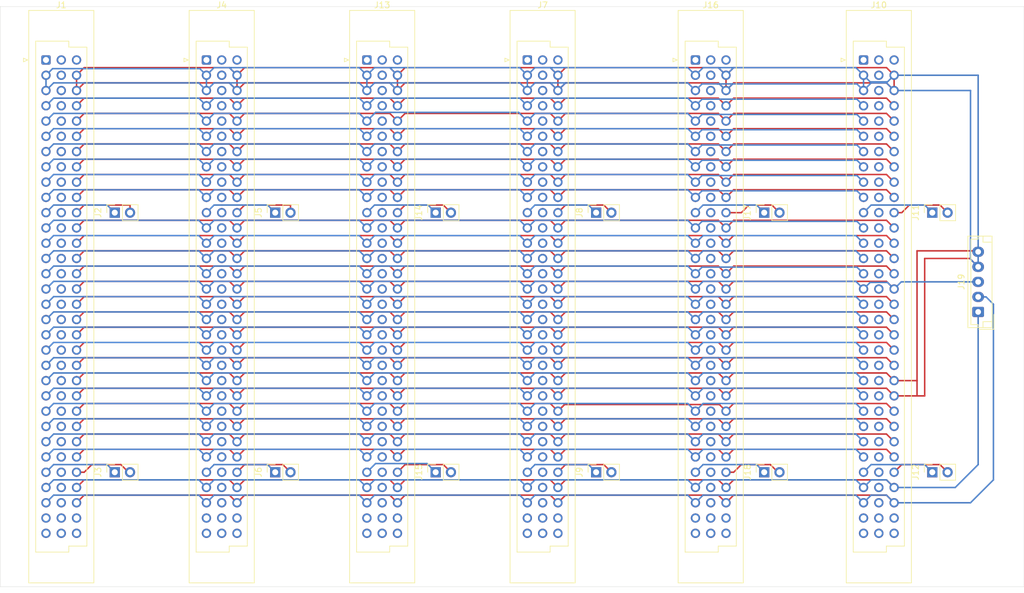
<source format=kicad_pcb>
(kicad_pcb (version 20171130) (host pcbnew "(5.1.10)-1")
  (layers (0 F.Cu signal) (31 B.Cu signal) (34 B.Paste user) (35 F.Paste user) (36 B.SilkS user) (37 F.SilkS user) (38 B.Mask user) (39 F.Mask user) (44 Edge.Cuts user))
  (net 0 "")
  (net 1 "Net-(J1-PadC11)")
  (net 2 "Net-(J1-PadA11)")
  (net 3 "Net-(J1-PadC28)")
  (net 4 "Net-(J1-PadA28)")
  (net 5 "Net-(J4-PadA11)")
  (net 6 "Net-(J4-PadC11)")
  (net 7 "Net-(J4-PadA28)")
  (net 8 "Net-(J4-PadC28)")
  (net 9 "Net-(J7-PadA11)")
  (net 10 "Net-(J7-PadC11)")
  (net 11 "Net-(J7-PadC28)")
  (net 12 "Net-(J7-PadA28)")
  (net 13 "Net-(J10-PadC11)")
  (net 14 "Net-(J10-PadA11)")
  (net 15 "Net-(J10-PadA28)")
  (net 16 "Net-(J10-PadC28)")
  (net 17 "Net-(J13-PadC11)")
  (net 18 "Net-(J13-PadA11)")
  (net 19 "Net-(J13-PadC28)")
  (net 20 "Net-(J13-PadA28)")
  (net 21 "Net-(J16-PadA11)")
  (net 22 "Net-(J16-PadC11)")
  (net 23 "Net-(J16-PadA28)")
  (net 24 "Net-(J16-PadC28)")
  (net 25 "Net-(J1-PadC32)")
  (net 26 "Net-(J1-PadC31)")
  (net 27 "Net-(J1-PadC27)")
  (net 28 "Net-(J1-PadC26)")
  (net 29 "Net-(J1-PadC25)")
  (net 30 "Net-(J1-PadC24)")
  (net 31 "Net-(J1-PadC21)")
  (net 32 "Net-(J1-PadC20)")
  (net 33 "Net-(J1-PadC19)")
  (net 34 "Net-(J1-PadC18)")
  (net 35 "Net-(J1-PadC17)")
  (net 36 "Net-(J1-PadC15)")
  (net 37 "Net-(J1-PadC14)")
  (net 38 "Net-(J1-PadC13)")
  (net 39 "Net-(J1-PadC12)")
  (net 40 "Net-(J1-PadC10)")
  (net 41 "Net-(J1-PadC9)")
  (net 42 "Net-(J1-PadC8)")
  (net 43 "Net-(J1-PadC7)")
  (net 44 "Net-(J1-PadC6)")
  (net 45 "Net-(J1-PadC5)")
  (net 46 "Net-(J1-PadC4)")
  (net 47 "Net-(J1-PadC1)")
  (net 48 "Net-(J1-PadA32)")
  (net 49 "Net-(J1-PadA31)")
  (net 50 "Net-(J1-PadA27)")
  (net 51 "Net-(J1-PadA26)")
  (net 52 "Net-(J1-PadA25)")
  (net 53 "Net-(J1-PadA24)")
  (net 54 "Net-(J1-PadA23)")
  (net 55 "Net-(J1-PadA22)")
  (net 56 "Net-(J1-PadA21)")
  (net 57 "Net-(J1-PadA20)")
  (net 58 "Net-(J1-PadA19)")
  (net 59 "Net-(J1-PadA18)")
  (net 60 "Net-(J1-PadA17)")
  (net 61 "Net-(J1-PadA15)")
  (net 62 "Net-(J1-PadA14)")
  (net 63 "Net-(J1-PadA13)")
  (net 64 "Net-(J1-PadA12)")
  (net 65 "Net-(J1-PadA10)")
  (net 66 "Net-(J1-PadA9)")
  (net 67 "Net-(J1-PadA8)")
  (net 68 "Net-(J1-PadA7)")
  (net 69 "Net-(J1-PadA6)")
  (net 70 "Net-(J1-PadA5)")
  (net 71 "Net-(J1-PadA4)")
  (net 72 "Net-(J1-PadA1)")
  (net 73 "Net-(J4-PadC32)")
  (net 74 "Net-(J4-PadC31)")
  (net 75 "Net-(J4-PadC1)")
  (net 76 "Net-(J4-PadA32)")
  (net 77 "Net-(J4-PadA31)")
  (net 78 "Net-(J4-PadA1)")
  (net 79 "Net-(J7-PadC32)")
  (net 80 "Net-(J7-PadC31)")
  (net 81 "Net-(J7-PadC1)")
  (net 82 "Net-(J7-PadA32)")
  (net 83 "Net-(J7-PadA31)")
  (net 84 "Net-(J7-PadA1)")
  (net 85 "Net-(J10-PadC32)")
  (net 86 "Net-(J10-PadC31)")
  (net 87 "Net-(J10-PadC1)")
  (net 88 "Net-(J10-PadA32)")
  (net 89 "Net-(J10-PadA31)")
  (net 90 "Net-(J10-PadA1)")
  (net 91 "Net-(J13-PadC32)")
  (net 92 "Net-(J13-PadC31)")
  (net 93 "Net-(J13-PadC1)")
  (net 94 "Net-(J13-PadA32)")
  (net 95 "Net-(J13-PadA31)")
  (net 96 "Net-(J13-PadA1)")
  (net 97 "Net-(J16-PadC32)")
  (net 98 "Net-(J16-PadC31)")
  (net 99 "Net-(J16-PadC1)")
  (net 100 "Net-(J16-PadA32)")
  (net 101 "Net-(J16-PadA31)")
  (net 102 "Net-(J16-PadA1)")
  (net 103 GND)
  (net 104 +5P)
  (net 105 +12P)
  (net 106 -5V)
  (module Connector_JST:JST_EH_B5B-EH-A_1x05_P2.50mm_Vertical (layer F.Cu) (at 226.06 107.95 90)
    (fp_text reference J19 (at 5 -2.8 90) (layer F.SilkS))
    (fp_text value Screw_Terminal_01x05)
    (pad 5 thru_hole oval (at 10 0 90) (size 1.7 1.95) (drill 0.95) (layers *.Cu *.Mask) (net 103 GND))
    (pad 4 thru_hole oval (at 7.5 0 90) (size 1.7 1.95) (drill 0.95) (layers *.Cu *.Mask) (net 103 GND))
    (pad 3 thru_hole oval (at 5 0 90) (size 1.7 1.95) (drill 0.95) (layers *.Cu *.Mask) (net 106 -5V))
    (pad 2 thru_hole oval (at 2.5 0 90) (size 1.7 1.95) (drill 0.95) (layers *.Cu *.Mask) (net 104 +5P))
    (pad 1 thru_hole roundrect (at 0 0 90) (size 1.7 1.95) (drill 0.95) (layers *.Cu *.Mask) (roundrect_rratio 0.147059) (net 105 +12P))
  )
  (module Libs:DIN41612_C_3x32_Female_Vertical_THT-Gross (layer F.Cu) (at 179.07 66.04)
    (fp_text reference J16 (at 2.54 -9.13) (layer F.SilkS))
    (fp_text value C64AC)
    (pad "" np_thru_hole circle (at 2.24 84.37) (size 2.85 2.85) (drill 2.85) (layers *.Cu *.Mask))
    (pad "" np_thru_hole circle (at 2.24 -5.63) (size 2.85 2.85) (drill 2.85) (layers *.Cu *.Mask))
    (pad C32 thru_hole circle (at 5.08 78.74) (size 1.55 1.55) (drill 1) (layers *.Cu *.Mask) (net 97 "Net-(J16-PadC32)"))
    (pad C31 thru_hole circle (at 5.08 76.2) (size 1.55 1.55) (drill 1) (layers *.Cu *.Mask) (net 98 "Net-(J16-PadC31)"))
    (pad C30 thru_hole circle (at 5.08 73.66) (size 1.55 1.55) (drill 1) (layers *.Cu *.Mask) (net 104 +5P))
    (pad C29 thru_hole circle (at 5.08 71.12) (size 1.55 1.55) (drill 1) (layers *.Cu *.Mask) (net 105 +12P))
    (pad C28 thru_hole circle (at 5.08 68.58) (size 1.55 1.55) (drill 1) (layers *.Cu *.Mask) (net 24 "Net-(J16-PadC28)"))
    (pad C27 thru_hole circle (at 5.08 66.04) (size 1.55 1.55) (drill 1) (layers *.Cu *.Mask) (net 27 "Net-(J1-PadC27)"))
    (pad C26 thru_hole circle (at 5.08 63.5) (size 1.55 1.55) (drill 1) (layers *.Cu *.Mask) (net 28 "Net-(J1-PadC26)"))
    (pad C25 thru_hole circle (at 5.08 60.96) (size 1.55 1.55) (drill 1) (layers *.Cu *.Mask) (net 29 "Net-(J1-PadC25)"))
    (pad C24 thru_hole circle (at 5.08 58.42) (size 1.55 1.55) (drill 1) (layers *.Cu *.Mask) (net 30 "Net-(J1-PadC24)"))
    (pad C23 thru_hole circle (at 5.08 55.88) (size 1.55 1.55) (drill 1) (layers *.Cu *.Mask) (net 103 GND))
    (pad C22 thru_hole circle (at 5.08 53.34) (size 1.55 1.55) (drill 1) (layers *.Cu *.Mask) (net 103 GND))
    (pad C21 thru_hole circle (at 5.08 50.8) (size 1.55 1.55) (drill 1) (layers *.Cu *.Mask) (net 31 "Net-(J1-PadC21)"))
    (pad C20 thru_hole circle (at 5.08 48.26) (size 1.55 1.55) (drill 1) (layers *.Cu *.Mask) (net 32 "Net-(J1-PadC20)"))
    (pad C19 thru_hole circle (at 5.08 45.72) (size 1.55 1.55) (drill 1) (layers *.Cu *.Mask) (net 33 "Net-(J1-PadC19)"))
    (pad C18 thru_hole circle (at 5.08 43.18) (size 1.55 1.55) (drill 1) (layers *.Cu *.Mask) (net 34 "Net-(J1-PadC18)"))
    (pad C17 thru_hole circle (at 5.08 40.64) (size 1.55 1.55) (drill 1) (layers *.Cu *.Mask) (net 35 "Net-(J1-PadC17)"))
    (pad C16 thru_hole circle (at 5.08 38.1) (size 1.55 1.55) (drill 1) (layers *.Cu *.Mask) (net 106 -5V))
    (pad C15 thru_hole circle (at 5.08 35.56) (size 1.55 1.55) (drill 1) (layers *.Cu *.Mask) (net 36 "Net-(J1-PadC15)"))
    (pad C14 thru_hole circle (at 5.08 33.02) (size 1.55 1.55) (drill 1) (layers *.Cu *.Mask) (net 37 "Net-(J1-PadC14)"))
    (pad C13 thru_hole circle (at 5.08 30.48) (size 1.55 1.55) (drill 1) (layers *.Cu *.Mask) (net 38 "Net-(J1-PadC13)"))
    (pad C12 thru_hole circle (at 5.08 27.94) (size 1.55 1.55) (drill 1) (layers *.Cu *.Mask) (net 39 "Net-(J1-PadC12)"))
    (pad C11 thru_hole circle (at 5.08 25.4) (size 1.55 1.55) (drill 1) (layers *.Cu *.Mask) (net 22 "Net-(J16-PadC11)"))
    (pad C10 thru_hole circle (at 5.08 22.86) (size 1.55 1.55) (drill 1) (layers *.Cu *.Mask) (net 40 "Net-(J1-PadC10)"))
    (pad C9 thru_hole circle (at 5.08 20.32) (size 1.55 1.55) (drill 1) (layers *.Cu *.Mask) (net 41 "Net-(J1-PadC9)"))
    (pad C8 thru_hole circle (at 5.08 17.78) (size 1.55 1.55) (drill 1) (layers *.Cu *.Mask) (net 42 "Net-(J1-PadC8)"))
    (pad C7 thru_hole circle (at 5.08 15.24) (size 1.55 1.55) (drill 1) (layers *.Cu *.Mask) (net 43 "Net-(J1-PadC7)"))
    (pad C6 thru_hole circle (at 5.08 12.7) (size 1.55 1.55) (drill 1) (layers *.Cu *.Mask) (net 44 "Net-(J1-PadC6)"))
    (pad C5 thru_hole circle (at 5.08 10.16) (size 1.55 1.55) (drill 1) (layers *.Cu *.Mask) (net 45 "Net-(J1-PadC5)"))
    (pad C4 thru_hole circle (at 5.08 7.62) (size 1.55 1.55) (drill 1) (layers *.Cu *.Mask) (net 46 "Net-(J1-PadC4)"))
    (pad C3 thru_hole circle (at 5.08 5.08) (size 1.55 1.55) (drill 1) (layers *.Cu *.Mask) (net 103 GND))
    (pad C2 thru_hole circle (at 5.08 2.54) (size 1.55 1.55) (drill 1) (layers *.Cu *.Mask) (net 103 GND))
    (pad C1 thru_hole circle (at 5.08 0) (size 1.55 1.55) (drill 1) (layers *.Cu *.Mask) (net 99 "Net-(J16-PadC1)"))
    (pad b32 thru_hole circle (at 2.54 78.74) (size 1.55 1.55) (drill 1) (layers *.Cu *.Mask))
    (pad b31 thru_hole circle (at 2.54 76.2) (size 1.55 1.55) (drill 1) (layers *.Cu *.Mask))
    (pad b30 thru_hole circle (at 2.54 73.66) (size 1.55 1.55) (drill 1) (layers *.Cu *.Mask))
    (pad b29 thru_hole circle (at 2.54 71.12) (size 1.55 1.55) (drill 1) (layers *.Cu *.Mask))
    (pad b28 thru_hole circle (at 2.54 68.58) (size 1.55 1.55) (drill 1) (layers *.Cu *.Mask))
    (pad b27 thru_hole circle (at 2.54 66.04) (size 1.55 1.55) (drill 1) (layers *.Cu *.Mask))
    (pad b26 thru_hole circle (at 2.54 63.5) (size 1.55 1.55) (drill 1) (layers *.Cu *.Mask))
    (pad b25 thru_hole circle (at 2.54 60.96) (size 1.55 1.55) (drill 1) (layers *.Cu *.Mask))
    (pad b24 thru_hole circle (at 2.54 58.42) (size 1.55 1.55) (drill 1) (layers *.Cu *.Mask))
    (pad b23 thru_hole circle (at 2.54 55.88) (size 1.55 1.55) (drill 1) (layers *.Cu *.Mask))
    (pad b22 thru_hole circle (at 2.54 53.34) (size 1.55 1.55) (drill 1) (layers *.Cu *.Mask))
    (pad b21 thru_hole circle (at 2.54 50.8) (size 1.55 1.55) (drill 1) (layers *.Cu *.Mask))
    (pad b20 thru_hole circle (at 2.54 48.26) (size 1.55 1.55) (drill 1) (layers *.Cu *.Mask))
    (pad b19 thru_hole circle (at 2.54 45.72) (size 1.55 1.55) (drill 1) (layers *.Cu *.Mask))
    (pad b18 thru_hole circle (at 2.54 43.18) (size 1.55 1.55) (drill 1) (layers *.Cu *.Mask))
    (pad b17 thru_hole circle (at 2.54 40.64) (size 1.55 1.55) (drill 1) (layers *.Cu *.Mask))
    (pad b16 thru_hole circle (at 2.54 38.1) (size 1.55 1.55) (drill 1) (layers *.Cu *.Mask))
    (pad b15 thru_hole circle (at 2.54 35.56) (size 1.55 1.55) (drill 1) (layers *.Cu *.Mask))
    (pad b14 thru_hole circle (at 2.54 33.02) (size 1.55 1.55) (drill 1) (layers *.Cu *.Mask))
    (pad b13 thru_hole circle (at 2.54 30.48) (size 1.55 1.55) (drill 1) (layers *.Cu *.Mask))
    (pad b12 thru_hole circle (at 2.54 27.94) (size 1.55 1.55) (drill 1) (layers *.Cu *.Mask))
    (pad b11 thru_hole circle (at 2.54 25.4) (size 1.55 1.55) (drill 1) (layers *.Cu *.Mask))
    (pad b10 thru_hole circle (at 2.54 22.86) (size 1.55 1.55) (drill 1) (layers *.Cu *.Mask))
    (pad b9 thru_hole circle (at 2.54 20.32) (size 1.55 1.55) (drill 1) (layers *.Cu *.Mask))
    (pad b8 thru_hole circle (at 2.54 17.78) (size 1.55 1.55) (drill 1) (layers *.Cu *.Mask))
    (pad b7 thru_hole circle (at 2.54 15.24) (size 1.55 1.55) (drill 1) (layers *.Cu *.Mask))
    (pad b6 thru_hole circle (at 2.54 12.7) (size 1.55 1.55) (drill 1) (layers *.Cu *.Mask))
    (pad b5 thru_hole circle (at 2.54 10.16) (size 1.55 1.55) (drill 1) (layers *.Cu *.Mask))
    (pad b4 thru_hole circle (at 2.54 7.62) (size 1.55 1.55) (drill 1) (layers *.Cu *.Mask))
    (pad b3 thru_hole circle (at 2.54 5.08) (size 1.55 1.55) (drill 1) (layers *.Cu *.Mask))
    (pad b2 thru_hole circle (at 2.54 2.54) (size 1.55 1.55) (drill 1) (layers *.Cu *.Mask))
    (pad b1 thru_hole circle (at 2.54 0) (size 1.55 1.55) (drill 1) (layers *.Cu *.Mask))
    (pad A32 thru_hole circle (at 0 78.74) (size 1.55 1.55) (drill 1) (layers *.Cu *.Mask) (net 100 "Net-(J16-PadA32)"))
    (pad A31 thru_hole circle (at 0 76.2) (size 1.55 1.55) (drill 1) (layers *.Cu *.Mask) (net 101 "Net-(J16-PadA31)"))
    (pad A30 thru_hole circle (at 0 73.66) (size 1.55 1.55) (drill 1) (layers *.Cu *.Mask) (net 104 +5P))
    (pad A29 thru_hole circle (at 0 71.12) (size 1.55 1.55) (drill 1) (layers *.Cu *.Mask) (net 105 +12P))
    (pad A28 thru_hole circle (at 0 68.58) (size 1.55 1.55) (drill 1) (layers *.Cu *.Mask) (net 23 "Net-(J16-PadA28)"))
    (pad A27 thru_hole circle (at 0 66.04) (size 1.55 1.55) (drill 1) (layers *.Cu *.Mask) (net 50 "Net-(J1-PadA27)"))
    (pad A26 thru_hole circle (at 0 63.5) (size 1.55 1.55) (drill 1) (layers *.Cu *.Mask) (net 51 "Net-(J1-PadA26)"))
    (pad A25 thru_hole circle (at 0 60.96) (size 1.55 1.55) (drill 1) (layers *.Cu *.Mask) (net 52 "Net-(J1-PadA25)"))
    (pad A24 thru_hole circle (at 0 58.42) (size 1.55 1.55) (drill 1) (layers *.Cu *.Mask) (net 53 "Net-(J1-PadA24)"))
    (pad A23 thru_hole circle (at 0 55.88) (size 1.55 1.55) (drill 1) (layers *.Cu *.Mask) (net 54 "Net-(J1-PadA23)"))
    (pad A22 thru_hole circle (at 0 53.34) (size 1.55 1.55) (drill 1) (layers *.Cu *.Mask) (net 55 "Net-(J1-PadA22)"))
    (pad A21 thru_hole circle (at 0 50.8) (size 1.55 1.55) (drill 1) (layers *.Cu *.Mask) (net 56 "Net-(J1-PadA21)"))
    (pad A20 thru_hole circle (at 0 48.26) (size 1.55 1.55) (drill 1) (layers *.Cu *.Mask) (net 57 "Net-(J1-PadA20)"))
    (pad A19 thru_hole circle (at 0 45.72) (size 1.55 1.55) (drill 1) (layers *.Cu *.Mask) (net 58 "Net-(J1-PadA19)"))
    (pad A18 thru_hole circle (at 0 43.18) (size 1.55 1.55) (drill 1) (layers *.Cu *.Mask) (net 59 "Net-(J1-PadA18)"))
    (pad A17 thru_hole circle (at 0 40.64) (size 1.55 1.55) (drill 1) (layers *.Cu *.Mask) (net 60 "Net-(J1-PadA17)"))
    (pad A16 thru_hole circle (at 0 38.1) (size 1.55 1.55) (drill 1) (layers *.Cu *.Mask) (net 106 -5V))
    (pad A15 thru_hole circle (at 0 35.56) (size 1.55 1.55) (drill 1) (layers *.Cu *.Mask) (net 61 "Net-(J1-PadA15)"))
    (pad A14 thru_hole circle (at 0 33.02) (size 1.55 1.55) (drill 1) (layers *.Cu *.Mask) (net 62 "Net-(J1-PadA14)"))
    (pad A13 thru_hole circle (at 0 30.48) (size 1.55 1.55) (drill 1) (layers *.Cu *.Mask) (net 63 "Net-(J1-PadA13)"))
    (pad A12 thru_hole circle (at 0 27.94) (size 1.55 1.55) (drill 1) (layers *.Cu *.Mask) (net 64 "Net-(J1-PadA12)"))
    (pad A11 thru_hole circle (at 0 25.4) (size 1.55 1.55) (drill 1) (layers *.Cu *.Mask) (net 21 "Net-(J16-PadA11)"))
    (pad A10 thru_hole circle (at 0 22.86) (size 1.55 1.55) (drill 1) (layers *.Cu *.Mask) (net 65 "Net-(J1-PadA10)"))
    (pad A9 thru_hole circle (at 0 20.32) (size 1.55 1.55) (drill 1) (layers *.Cu *.Mask) (net 66 "Net-(J1-PadA9)"))
    (pad A8 thru_hole circle (at 0 17.78) (size 1.55 1.55) (drill 1) (layers *.Cu *.Mask) (net 67 "Net-(J1-PadA8)"))
    (pad A7 thru_hole circle (at 0 15.24) (size 1.55 1.55) (drill 1) (layers *.Cu *.Mask) (net 68 "Net-(J1-PadA7)"))
    (pad A6 thru_hole circle (at 0 12.7) (size 1.55 1.55) (drill 1) (layers *.Cu *.Mask) (net 69 "Net-(J1-PadA6)"))
    (pad A5 thru_hole circle (at 0 10.16) (size 1.55 1.55) (drill 1) (layers *.Cu *.Mask) (net 70 "Net-(J1-PadA5)"))
    (pad A4 thru_hole circle (at 0 7.62) (size 1.55 1.55) (drill 1) (layers *.Cu *.Mask) (net 71 "Net-(J1-PadA4)"))
    (pad A3 thru_hole circle (at 0 5.08) (size 1.55 1.55) (drill 1) (layers *.Cu *.Mask) (net 103 GND))
    (pad A2 thru_hole circle (at 0 2.54) (size 1.55 1.55) (drill 1) (layers *.Cu *.Mask) (net 103 GND))
    (pad A1 thru_hole roundrect (at 0 0) (size 1.55 1.55) (drill 1) (layers *.Cu *.Mask) (roundrect_rratio 0.161) (net 102 "Net-(J16-PadA1)"))
  )
  (module Libs:DIN41612_C_3x32_Female_Vertical_THT-Gross (layer F.Cu) (at 124.46 66.04)
    (fp_text reference J13 (at 2.54 -9.13) (layer F.SilkS))
    (fp_text value C64AC)
    (pad "" np_thru_hole circle (at 2.24 84.37) (size 2.85 2.85) (drill 2.85) (layers *.Cu *.Mask))
    (pad "" np_thru_hole circle (at 2.24 -5.63) (size 2.85 2.85) (drill 2.85) (layers *.Cu *.Mask))
    (pad C32 thru_hole circle (at 5.08 78.74) (size 1.55 1.55) (drill 1) (layers *.Cu *.Mask) (net 91 "Net-(J13-PadC32)"))
    (pad C31 thru_hole circle (at 5.08 76.2) (size 1.55 1.55) (drill 1) (layers *.Cu *.Mask) (net 92 "Net-(J13-PadC31)"))
    (pad C30 thru_hole circle (at 5.08 73.66) (size 1.55 1.55) (drill 1) (layers *.Cu *.Mask) (net 104 +5P))
    (pad C29 thru_hole circle (at 5.08 71.12) (size 1.55 1.55) (drill 1) (layers *.Cu *.Mask) (net 105 +12P))
    (pad C28 thru_hole circle (at 5.08 68.58) (size 1.55 1.55) (drill 1) (layers *.Cu *.Mask) (net 19 "Net-(J13-PadC28)"))
    (pad C27 thru_hole circle (at 5.08 66.04) (size 1.55 1.55) (drill 1) (layers *.Cu *.Mask) (net 27 "Net-(J1-PadC27)"))
    (pad C26 thru_hole circle (at 5.08 63.5) (size 1.55 1.55) (drill 1) (layers *.Cu *.Mask) (net 28 "Net-(J1-PadC26)"))
    (pad C25 thru_hole circle (at 5.08 60.96) (size 1.55 1.55) (drill 1) (layers *.Cu *.Mask) (net 29 "Net-(J1-PadC25)"))
    (pad C24 thru_hole circle (at 5.08 58.42) (size 1.55 1.55) (drill 1) (layers *.Cu *.Mask) (net 30 "Net-(J1-PadC24)"))
    (pad C23 thru_hole circle (at 5.08 55.88) (size 1.55 1.55) (drill 1) (layers *.Cu *.Mask) (net 103 GND))
    (pad C22 thru_hole circle (at 5.08 53.34) (size 1.55 1.55) (drill 1) (layers *.Cu *.Mask) (net 103 GND))
    (pad C21 thru_hole circle (at 5.08 50.8) (size 1.55 1.55) (drill 1) (layers *.Cu *.Mask) (net 31 "Net-(J1-PadC21)"))
    (pad C20 thru_hole circle (at 5.08 48.26) (size 1.55 1.55) (drill 1) (layers *.Cu *.Mask) (net 32 "Net-(J1-PadC20)"))
    (pad C19 thru_hole circle (at 5.08 45.72) (size 1.55 1.55) (drill 1) (layers *.Cu *.Mask) (net 33 "Net-(J1-PadC19)"))
    (pad C18 thru_hole circle (at 5.08 43.18) (size 1.55 1.55) (drill 1) (layers *.Cu *.Mask) (net 34 "Net-(J1-PadC18)"))
    (pad C17 thru_hole circle (at 5.08 40.64) (size 1.55 1.55) (drill 1) (layers *.Cu *.Mask) (net 35 "Net-(J1-PadC17)"))
    (pad C16 thru_hole circle (at 5.08 38.1) (size 1.55 1.55) (drill 1) (layers *.Cu *.Mask) (net 106 -5V))
    (pad C15 thru_hole circle (at 5.08 35.56) (size 1.55 1.55) (drill 1) (layers *.Cu *.Mask) (net 36 "Net-(J1-PadC15)"))
    (pad C14 thru_hole circle (at 5.08 33.02) (size 1.55 1.55) (drill 1) (layers *.Cu *.Mask) (net 37 "Net-(J1-PadC14)"))
    (pad C13 thru_hole circle (at 5.08 30.48) (size 1.55 1.55) (drill 1) (layers *.Cu *.Mask) (net 38 "Net-(J1-PadC13)"))
    (pad C12 thru_hole circle (at 5.08 27.94) (size 1.55 1.55) (drill 1) (layers *.Cu *.Mask) (net 39 "Net-(J1-PadC12)"))
    (pad C11 thru_hole circle (at 5.08 25.4) (size 1.55 1.55) (drill 1) (layers *.Cu *.Mask) (net 17 "Net-(J13-PadC11)"))
    (pad C10 thru_hole circle (at 5.08 22.86) (size 1.55 1.55) (drill 1) (layers *.Cu *.Mask) (net 40 "Net-(J1-PadC10)"))
    (pad C9 thru_hole circle (at 5.08 20.32) (size 1.55 1.55) (drill 1) (layers *.Cu *.Mask) (net 41 "Net-(J1-PadC9)"))
    (pad C8 thru_hole circle (at 5.08 17.78) (size 1.55 1.55) (drill 1) (layers *.Cu *.Mask) (net 42 "Net-(J1-PadC8)"))
    (pad C7 thru_hole circle (at 5.08 15.24) (size 1.55 1.55) (drill 1) (layers *.Cu *.Mask) (net 43 "Net-(J1-PadC7)"))
    (pad C6 thru_hole circle (at 5.08 12.7) (size 1.55 1.55) (drill 1) (layers *.Cu *.Mask) (net 44 "Net-(J1-PadC6)"))
    (pad C5 thru_hole circle (at 5.08 10.16) (size 1.55 1.55) (drill 1) (layers *.Cu *.Mask) (net 45 "Net-(J1-PadC5)"))
    (pad C4 thru_hole circle (at 5.08 7.62) (size 1.55 1.55) (drill 1) (layers *.Cu *.Mask) (net 46 "Net-(J1-PadC4)"))
    (pad C3 thru_hole circle (at 5.08 5.08) (size 1.55 1.55) (drill 1) (layers *.Cu *.Mask) (net 103 GND))
    (pad C2 thru_hole circle (at 5.08 2.54) (size 1.55 1.55) (drill 1) (layers *.Cu *.Mask) (net 103 GND))
    (pad C1 thru_hole circle (at 5.08 0) (size 1.55 1.55) (drill 1) (layers *.Cu *.Mask) (net 93 "Net-(J13-PadC1)"))
    (pad b32 thru_hole circle (at 2.54 78.74) (size 1.55 1.55) (drill 1) (layers *.Cu *.Mask))
    (pad b31 thru_hole circle (at 2.54 76.2) (size 1.55 1.55) (drill 1) (layers *.Cu *.Mask))
    (pad b30 thru_hole circle (at 2.54 73.66) (size 1.55 1.55) (drill 1) (layers *.Cu *.Mask))
    (pad b29 thru_hole circle (at 2.54 71.12) (size 1.55 1.55) (drill 1) (layers *.Cu *.Mask))
    (pad b28 thru_hole circle (at 2.54 68.58) (size 1.55 1.55) (drill 1) (layers *.Cu *.Mask))
    (pad b27 thru_hole circle (at 2.54 66.04) (size 1.55 1.55) (drill 1) (layers *.Cu *.Mask))
    (pad b26 thru_hole circle (at 2.54 63.5) (size 1.55 1.55) (drill 1) (layers *.Cu *.Mask))
    (pad b25 thru_hole circle (at 2.54 60.96) (size 1.55 1.55) (drill 1) (layers *.Cu *.Mask))
    (pad b24 thru_hole circle (at 2.54 58.42) (size 1.55 1.55) (drill 1) (layers *.Cu *.Mask))
    (pad b23 thru_hole circle (at 2.54 55.88) (size 1.55 1.55) (drill 1) (layers *.Cu *.Mask))
    (pad b22 thru_hole circle (at 2.54 53.34) (size 1.55 1.55) (drill 1) (layers *.Cu *.Mask))
    (pad b21 thru_hole circle (at 2.54 50.8) (size 1.55 1.55) (drill 1) (layers *.Cu *.Mask))
    (pad b20 thru_hole circle (at 2.54 48.26) (size 1.55 1.55) (drill 1) (layers *.Cu *.Mask))
    (pad b19 thru_hole circle (at 2.54 45.72) (size 1.55 1.55) (drill 1) (layers *.Cu *.Mask))
    (pad b18 thru_hole circle (at 2.54 43.18) (size 1.55 1.55) (drill 1) (layers *.Cu *.Mask))
    (pad b17 thru_hole circle (at 2.54 40.64) (size 1.55 1.55) (drill 1) (layers *.Cu *.Mask))
    (pad b16 thru_hole circle (at 2.54 38.1) (size 1.55 1.55) (drill 1) (layers *.Cu *.Mask))
    (pad b15 thru_hole circle (at 2.54 35.56) (size 1.55 1.55) (drill 1) (layers *.Cu *.Mask))
    (pad b14 thru_hole circle (at 2.54 33.02) (size 1.55 1.55) (drill 1) (layers *.Cu *.Mask))
    (pad b13 thru_hole circle (at 2.54 30.48) (size 1.55 1.55) (drill 1) (layers *.Cu *.Mask))
    (pad b12 thru_hole circle (at 2.54 27.94) (size 1.55 1.55) (drill 1) (layers *.Cu *.Mask))
    (pad b11 thru_hole circle (at 2.54 25.4) (size 1.55 1.55) (drill 1) (layers *.Cu *.Mask))
    (pad b10 thru_hole circle (at 2.54 22.86) (size 1.55 1.55) (drill 1) (layers *.Cu *.Mask))
    (pad b9 thru_hole circle (at 2.54 20.32) (size 1.55 1.55) (drill 1) (layers *.Cu *.Mask))
    (pad b8 thru_hole circle (at 2.54 17.78) (size 1.55 1.55) (drill 1) (layers *.Cu *.Mask))
    (pad b7 thru_hole circle (at 2.54 15.24) (size 1.55 1.55) (drill 1) (layers *.Cu *.Mask))
    (pad b6 thru_hole circle (at 2.54 12.7) (size 1.55 1.55) (drill 1) (layers *.Cu *.Mask))
    (pad b5 thru_hole circle (at 2.54 10.16) (size 1.55 1.55) (drill 1) (layers *.Cu *.Mask))
    (pad b4 thru_hole circle (at 2.54 7.62) (size 1.55 1.55) (drill 1) (layers *.Cu *.Mask))
    (pad b3 thru_hole circle (at 2.54 5.08) (size 1.55 1.55) (drill 1) (layers *.Cu *.Mask))
    (pad b2 thru_hole circle (at 2.54 2.54) (size 1.55 1.55) (drill 1) (layers *.Cu *.Mask))
    (pad b1 thru_hole circle (at 2.54 0) (size 1.55 1.55) (drill 1) (layers *.Cu *.Mask))
    (pad A32 thru_hole circle (at 0 78.74) (size 1.55 1.55) (drill 1) (layers *.Cu *.Mask) (net 94 "Net-(J13-PadA32)"))
    (pad A31 thru_hole circle (at 0 76.2) (size 1.55 1.55) (drill 1) (layers *.Cu *.Mask) (net 95 "Net-(J13-PadA31)"))
    (pad A30 thru_hole circle (at 0 73.66) (size 1.55 1.55) (drill 1) (layers *.Cu *.Mask) (net 104 +5P))
    (pad A29 thru_hole circle (at 0 71.12) (size 1.55 1.55) (drill 1) (layers *.Cu *.Mask) (net 105 +12P))
    (pad A28 thru_hole circle (at 0 68.58) (size 1.55 1.55) (drill 1) (layers *.Cu *.Mask) (net 20 "Net-(J13-PadA28)"))
    (pad A27 thru_hole circle (at 0 66.04) (size 1.55 1.55) (drill 1) (layers *.Cu *.Mask) (net 50 "Net-(J1-PadA27)"))
    (pad A26 thru_hole circle (at 0 63.5) (size 1.55 1.55) (drill 1) (layers *.Cu *.Mask) (net 51 "Net-(J1-PadA26)"))
    (pad A25 thru_hole circle (at 0 60.96) (size 1.55 1.55) (drill 1) (layers *.Cu *.Mask) (net 52 "Net-(J1-PadA25)"))
    (pad A24 thru_hole circle (at 0 58.42) (size 1.55 1.55) (drill 1) (layers *.Cu *.Mask) (net 53 "Net-(J1-PadA24)"))
    (pad A23 thru_hole circle (at 0 55.88) (size 1.55 1.55) (drill 1) (layers *.Cu *.Mask) (net 54 "Net-(J1-PadA23)"))
    (pad A22 thru_hole circle (at 0 53.34) (size 1.55 1.55) (drill 1) (layers *.Cu *.Mask) (net 55 "Net-(J1-PadA22)"))
    (pad A21 thru_hole circle (at 0 50.8) (size 1.55 1.55) (drill 1) (layers *.Cu *.Mask) (net 56 "Net-(J1-PadA21)"))
    (pad A20 thru_hole circle (at 0 48.26) (size 1.55 1.55) (drill 1) (layers *.Cu *.Mask) (net 57 "Net-(J1-PadA20)"))
    (pad A19 thru_hole circle (at 0 45.72) (size 1.55 1.55) (drill 1) (layers *.Cu *.Mask) (net 58 "Net-(J1-PadA19)"))
    (pad A18 thru_hole circle (at 0 43.18) (size 1.55 1.55) (drill 1) (layers *.Cu *.Mask) (net 59 "Net-(J1-PadA18)"))
    (pad A17 thru_hole circle (at 0 40.64) (size 1.55 1.55) (drill 1) (layers *.Cu *.Mask) (net 60 "Net-(J1-PadA17)"))
    (pad A16 thru_hole circle (at 0 38.1) (size 1.55 1.55) (drill 1) (layers *.Cu *.Mask) (net 106 -5V))
    (pad A15 thru_hole circle (at 0 35.56) (size 1.55 1.55) (drill 1) (layers *.Cu *.Mask) (net 61 "Net-(J1-PadA15)"))
    (pad A14 thru_hole circle (at 0 33.02) (size 1.55 1.55) (drill 1) (layers *.Cu *.Mask) (net 62 "Net-(J1-PadA14)"))
    (pad A13 thru_hole circle (at 0 30.48) (size 1.55 1.55) (drill 1) (layers *.Cu *.Mask) (net 63 "Net-(J1-PadA13)"))
    (pad A12 thru_hole circle (at 0 27.94) (size 1.55 1.55) (drill 1) (layers *.Cu *.Mask) (net 64 "Net-(J1-PadA12)"))
    (pad A11 thru_hole circle (at 0 25.4) (size 1.55 1.55) (drill 1) (layers *.Cu *.Mask) (net 18 "Net-(J13-PadA11)"))
    (pad A10 thru_hole circle (at 0 22.86) (size 1.55 1.55) (drill 1) (layers *.Cu *.Mask) (net 65 "Net-(J1-PadA10)"))
    (pad A9 thru_hole circle (at 0 20.32) (size 1.55 1.55) (drill 1) (layers *.Cu *.Mask) (net 66 "Net-(J1-PadA9)"))
    (pad A8 thru_hole circle (at 0 17.78) (size 1.55 1.55) (drill 1) (layers *.Cu *.Mask) (net 67 "Net-(J1-PadA8)"))
    (pad A7 thru_hole circle (at 0 15.24) (size 1.55 1.55) (drill 1) (layers *.Cu *.Mask) (net 68 "Net-(J1-PadA7)"))
    (pad A6 thru_hole circle (at 0 12.7) (size 1.55 1.55) (drill 1) (layers *.Cu *.Mask) (net 69 "Net-(J1-PadA6)"))
    (pad A5 thru_hole circle (at 0 10.16) (size 1.55 1.55) (drill 1) (layers *.Cu *.Mask) (net 70 "Net-(J1-PadA5)"))
    (pad A4 thru_hole circle (at 0 7.62) (size 1.55 1.55) (drill 1) (layers *.Cu *.Mask) (net 71 "Net-(J1-PadA4)"))
    (pad A3 thru_hole circle (at 0 5.08) (size 1.55 1.55) (drill 1) (layers *.Cu *.Mask) (net 103 GND))
    (pad A2 thru_hole circle (at 0 2.54) (size 1.55 1.55) (drill 1) (layers *.Cu *.Mask) (net 103 GND))
    (pad A1 thru_hole roundrect (at 0 0) (size 1.55 1.55) (drill 1) (layers *.Cu *.Mask) (roundrect_rratio 0.161) (net 96 "Net-(J13-PadA1)"))
  )
  (module Libs:DIN41612_C_3x32_Female_Vertical_THT-Gross (layer F.Cu) (at 207.01 66.04)
    (fp_text reference J10 (at 2.54 -9.13) (layer F.SilkS))
    (fp_text value C64AC)
    (pad "" np_thru_hole circle (at 2.24 84.37) (size 2.85 2.85) (drill 2.85) (layers *.Cu *.Mask))
    (pad "" np_thru_hole circle (at 2.24 -5.63) (size 2.85 2.85) (drill 2.85) (layers *.Cu *.Mask))
    (pad C32 thru_hole circle (at 5.08 78.74) (size 1.55 1.55) (drill 1) (layers *.Cu *.Mask) (net 85 "Net-(J10-PadC32)"))
    (pad C31 thru_hole circle (at 5.08 76.2) (size 1.55 1.55) (drill 1) (layers *.Cu *.Mask) (net 86 "Net-(J10-PadC31)"))
    (pad C30 thru_hole circle (at 5.08 73.66) (size 1.55 1.55) (drill 1) (layers *.Cu *.Mask) (net 104 +5P))
    (pad C29 thru_hole circle (at 5.08 71.12) (size 1.55 1.55) (drill 1) (layers *.Cu *.Mask) (net 105 +12P))
    (pad C28 thru_hole circle (at 5.08 68.58) (size 1.55 1.55) (drill 1) (layers *.Cu *.Mask) (net 16 "Net-(J10-PadC28)"))
    (pad C27 thru_hole circle (at 5.08 66.04) (size 1.55 1.55) (drill 1) (layers *.Cu *.Mask) (net 27 "Net-(J1-PadC27)"))
    (pad C26 thru_hole circle (at 5.08 63.5) (size 1.55 1.55) (drill 1) (layers *.Cu *.Mask) (net 28 "Net-(J1-PadC26)"))
    (pad C25 thru_hole circle (at 5.08 60.96) (size 1.55 1.55) (drill 1) (layers *.Cu *.Mask) (net 29 "Net-(J1-PadC25)"))
    (pad C24 thru_hole circle (at 5.08 58.42) (size 1.55 1.55) (drill 1) (layers *.Cu *.Mask) (net 30 "Net-(J1-PadC24)"))
    (pad C23 thru_hole circle (at 5.08 55.88) (size 1.55 1.55) (drill 1) (layers *.Cu *.Mask) (net 103 GND))
    (pad C22 thru_hole circle (at 5.08 53.34) (size 1.55 1.55) (drill 1) (layers *.Cu *.Mask) (net 103 GND))
    (pad C21 thru_hole circle (at 5.08 50.8) (size 1.55 1.55) (drill 1) (layers *.Cu *.Mask) (net 31 "Net-(J1-PadC21)"))
    (pad C20 thru_hole circle (at 5.08 48.26) (size 1.55 1.55) (drill 1) (layers *.Cu *.Mask) (net 32 "Net-(J1-PadC20)"))
    (pad C19 thru_hole circle (at 5.08 45.72) (size 1.55 1.55) (drill 1) (layers *.Cu *.Mask) (net 33 "Net-(J1-PadC19)"))
    (pad C18 thru_hole circle (at 5.08 43.18) (size 1.55 1.55) (drill 1) (layers *.Cu *.Mask) (net 34 "Net-(J1-PadC18)"))
    (pad C17 thru_hole circle (at 5.08 40.64) (size 1.55 1.55) (drill 1) (layers *.Cu *.Mask) (net 35 "Net-(J1-PadC17)"))
    (pad C16 thru_hole circle (at 5.08 38.1) (size 1.55 1.55) (drill 1) (layers *.Cu *.Mask) (net 106 -5V))
    (pad C15 thru_hole circle (at 5.08 35.56) (size 1.55 1.55) (drill 1) (layers *.Cu *.Mask) (net 36 "Net-(J1-PadC15)"))
    (pad C14 thru_hole circle (at 5.08 33.02) (size 1.55 1.55) (drill 1) (layers *.Cu *.Mask) (net 37 "Net-(J1-PadC14)"))
    (pad C13 thru_hole circle (at 5.08 30.48) (size 1.55 1.55) (drill 1) (layers *.Cu *.Mask) (net 38 "Net-(J1-PadC13)"))
    (pad C12 thru_hole circle (at 5.08 27.94) (size 1.55 1.55) (drill 1) (layers *.Cu *.Mask) (net 39 "Net-(J1-PadC12)"))
    (pad C11 thru_hole circle (at 5.08 25.4) (size 1.55 1.55) (drill 1) (layers *.Cu *.Mask) (net 13 "Net-(J10-PadC11)"))
    (pad C10 thru_hole circle (at 5.08 22.86) (size 1.55 1.55) (drill 1) (layers *.Cu *.Mask) (net 40 "Net-(J1-PadC10)"))
    (pad C9 thru_hole circle (at 5.08 20.32) (size 1.55 1.55) (drill 1) (layers *.Cu *.Mask) (net 41 "Net-(J1-PadC9)"))
    (pad C8 thru_hole circle (at 5.08 17.78) (size 1.55 1.55) (drill 1) (layers *.Cu *.Mask) (net 42 "Net-(J1-PadC8)"))
    (pad C7 thru_hole circle (at 5.08 15.24) (size 1.55 1.55) (drill 1) (layers *.Cu *.Mask) (net 43 "Net-(J1-PadC7)"))
    (pad C6 thru_hole circle (at 5.08 12.7) (size 1.55 1.55) (drill 1) (layers *.Cu *.Mask) (net 44 "Net-(J1-PadC6)"))
    (pad C5 thru_hole circle (at 5.08 10.16) (size 1.55 1.55) (drill 1) (layers *.Cu *.Mask) (net 45 "Net-(J1-PadC5)"))
    (pad C4 thru_hole circle (at 5.08 7.62) (size 1.55 1.55) (drill 1) (layers *.Cu *.Mask) (net 46 "Net-(J1-PadC4)"))
    (pad C3 thru_hole circle (at 5.08 5.08) (size 1.55 1.55) (drill 1) (layers *.Cu *.Mask) (net 103 GND))
    (pad C2 thru_hole circle (at 5.08 2.54) (size 1.55 1.55) (drill 1) (layers *.Cu *.Mask) (net 103 GND))
    (pad C1 thru_hole circle (at 5.08 0) (size 1.55 1.55) (drill 1) (layers *.Cu *.Mask) (net 87 "Net-(J10-PadC1)"))
    (pad b32 thru_hole circle (at 2.54 78.74) (size 1.55 1.55) (drill 1) (layers *.Cu *.Mask))
    (pad b31 thru_hole circle (at 2.54 76.2) (size 1.55 1.55) (drill 1) (layers *.Cu *.Mask))
    (pad b30 thru_hole circle (at 2.54 73.66) (size 1.55 1.55) (drill 1) (layers *.Cu *.Mask))
    (pad b29 thru_hole circle (at 2.54 71.12) (size 1.55 1.55) (drill 1) (layers *.Cu *.Mask))
    (pad b28 thru_hole circle (at 2.54 68.58) (size 1.55 1.55) (drill 1) (layers *.Cu *.Mask))
    (pad b27 thru_hole circle (at 2.54 66.04) (size 1.55 1.55) (drill 1) (layers *.Cu *.Mask))
    (pad b26 thru_hole circle (at 2.54 63.5) (size 1.55 1.55) (drill 1) (layers *.Cu *.Mask))
    (pad b25 thru_hole circle (at 2.54 60.96) (size 1.55 1.55) (drill 1) (layers *.Cu *.Mask))
    (pad b24 thru_hole circle (at 2.54 58.42) (size 1.55 1.55) (drill 1) (layers *.Cu *.Mask))
    (pad b23 thru_hole circle (at 2.54 55.88) (size 1.55 1.55) (drill 1) (layers *.Cu *.Mask))
    (pad b22 thru_hole circle (at 2.54 53.34) (size 1.55 1.55) (drill 1) (layers *.Cu *.Mask))
    (pad b21 thru_hole circle (at 2.54 50.8) (size 1.55 1.55) (drill 1) (layers *.Cu *.Mask))
    (pad b20 thru_hole circle (at 2.54 48.26) (size 1.55 1.55) (drill 1) (layers *.Cu *.Mask))
    (pad b19 thru_hole circle (at 2.54 45.72) (size 1.55 1.55) (drill 1) (layers *.Cu *.Mask))
    (pad b18 thru_hole circle (at 2.54 43.18) (size 1.55 1.55) (drill 1) (layers *.Cu *.Mask))
    (pad b17 thru_hole circle (at 2.54 40.64) (size 1.55 1.55) (drill 1) (layers *.Cu *.Mask))
    (pad b16 thru_hole circle (at 2.54 38.1) (size 1.55 1.55) (drill 1) (layers *.Cu *.Mask))
    (pad b15 thru_hole circle (at 2.54 35.56) (size 1.55 1.55) (drill 1) (layers *.Cu *.Mask))
    (pad b14 thru_hole circle (at 2.54 33.02) (size 1.55 1.55) (drill 1) (layers *.Cu *.Mask))
    (pad b13 thru_hole circle (at 2.54 30.48) (size 1.55 1.55) (drill 1) (layers *.Cu *.Mask))
    (pad b12 thru_hole circle (at 2.54 27.94) (size 1.55 1.55) (drill 1) (layers *.Cu *.Mask))
    (pad b11 thru_hole circle (at 2.54 25.4) (size 1.55 1.55) (drill 1) (layers *.Cu *.Mask))
    (pad b10 thru_hole circle (at 2.54 22.86) (size 1.55 1.55) (drill 1) (layers *.Cu *.Mask))
    (pad b9 thru_hole circle (at 2.54 20.32) (size 1.55 1.55) (drill 1) (layers *.Cu *.Mask))
    (pad b8 thru_hole circle (at 2.54 17.78) (size 1.55 1.55) (drill 1) (layers *.Cu *.Mask))
    (pad b7 thru_hole circle (at 2.54 15.24) (size 1.55 1.55) (drill 1) (layers *.Cu *.Mask))
    (pad b6 thru_hole circle (at 2.54 12.7) (size 1.55 1.55) (drill 1) (layers *.Cu *.Mask))
    (pad b5 thru_hole circle (at 2.54 10.16) (size 1.55 1.55) (drill 1) (layers *.Cu *.Mask))
    (pad b4 thru_hole circle (at 2.54 7.62) (size 1.55 1.55) (drill 1) (layers *.Cu *.Mask))
    (pad b3 thru_hole circle (at 2.54 5.08) (size 1.55 1.55) (drill 1) (layers *.Cu *.Mask))
    (pad b2 thru_hole circle (at 2.54 2.54) (size 1.55 1.55) (drill 1) (layers *.Cu *.Mask))
    (pad b1 thru_hole circle (at 2.54 0) (size 1.55 1.55) (drill 1) (layers *.Cu *.Mask))
    (pad A32 thru_hole circle (at 0 78.74) (size 1.55 1.55) (drill 1) (layers *.Cu *.Mask) (net 88 "Net-(J10-PadA32)"))
    (pad A31 thru_hole circle (at 0 76.2) (size 1.55 1.55) (drill 1) (layers *.Cu *.Mask) (net 89 "Net-(J10-PadA31)"))
    (pad A30 thru_hole circle (at 0 73.66) (size 1.55 1.55) (drill 1) (layers *.Cu *.Mask) (net 104 +5P))
    (pad A29 thru_hole circle (at 0 71.12) (size 1.55 1.55) (drill 1) (layers *.Cu *.Mask) (net 105 +12P))
    (pad A28 thru_hole circle (at 0 68.58) (size 1.55 1.55) (drill 1) (layers *.Cu *.Mask) (net 15 "Net-(J10-PadA28)"))
    (pad A27 thru_hole circle (at 0 66.04) (size 1.55 1.55) (drill 1) (layers *.Cu *.Mask) (net 50 "Net-(J1-PadA27)"))
    (pad A26 thru_hole circle (at 0 63.5) (size 1.55 1.55) (drill 1) (layers *.Cu *.Mask) (net 51 "Net-(J1-PadA26)"))
    (pad A25 thru_hole circle (at 0 60.96) (size 1.55 1.55) (drill 1) (layers *.Cu *.Mask) (net 52 "Net-(J1-PadA25)"))
    (pad A24 thru_hole circle (at 0 58.42) (size 1.55 1.55) (drill 1) (layers *.Cu *.Mask) (net 53 "Net-(J1-PadA24)"))
    (pad A23 thru_hole circle (at 0 55.88) (size 1.55 1.55) (drill 1) (layers *.Cu *.Mask) (net 54 "Net-(J1-PadA23)"))
    (pad A22 thru_hole circle (at 0 53.34) (size 1.55 1.55) (drill 1) (layers *.Cu *.Mask) (net 55 "Net-(J1-PadA22)"))
    (pad A21 thru_hole circle (at 0 50.8) (size 1.55 1.55) (drill 1) (layers *.Cu *.Mask) (net 56 "Net-(J1-PadA21)"))
    (pad A20 thru_hole circle (at 0 48.26) (size 1.55 1.55) (drill 1) (layers *.Cu *.Mask) (net 57 "Net-(J1-PadA20)"))
    (pad A19 thru_hole circle (at 0 45.72) (size 1.55 1.55) (drill 1) (layers *.Cu *.Mask) (net 58 "Net-(J1-PadA19)"))
    (pad A18 thru_hole circle (at 0 43.18) (size 1.55 1.55) (drill 1) (layers *.Cu *.Mask) (net 59 "Net-(J1-PadA18)"))
    (pad A17 thru_hole circle (at 0 40.64) (size 1.55 1.55) (drill 1) (layers *.Cu *.Mask) (net 60 "Net-(J1-PadA17)"))
    (pad A16 thru_hole circle (at 0 38.1) (size 1.55 1.55) (drill 1) (layers *.Cu *.Mask) (net 106 -5V))
    (pad A15 thru_hole circle (at 0 35.56) (size 1.55 1.55) (drill 1) (layers *.Cu *.Mask) (net 61 "Net-(J1-PadA15)"))
    (pad A14 thru_hole circle (at 0 33.02) (size 1.55 1.55) (drill 1) (layers *.Cu *.Mask) (net 62 "Net-(J1-PadA14)"))
    (pad A13 thru_hole circle (at 0 30.48) (size 1.55 1.55) (drill 1) (layers *.Cu *.Mask) (net 63 "Net-(J1-PadA13)"))
    (pad A12 thru_hole circle (at 0 27.94) (size 1.55 1.55) (drill 1) (layers *.Cu *.Mask) (net 64 "Net-(J1-PadA12)"))
    (pad A11 thru_hole circle (at 0 25.4) (size 1.55 1.55) (drill 1) (layers *.Cu *.Mask) (net 14 "Net-(J10-PadA11)"))
    (pad A10 thru_hole circle (at 0 22.86) (size 1.55 1.55) (drill 1) (layers *.Cu *.Mask) (net 65 "Net-(J1-PadA10)"))
    (pad A9 thru_hole circle (at 0 20.32) (size 1.55 1.55) (drill 1) (layers *.Cu *.Mask) (net 66 "Net-(J1-PadA9)"))
    (pad A8 thru_hole circle (at 0 17.78) (size 1.55 1.55) (drill 1) (layers *.Cu *.Mask) (net 67 "Net-(J1-PadA8)"))
    (pad A7 thru_hole circle (at 0 15.24) (size 1.55 1.55) (drill 1) (layers *.Cu *.Mask) (net 68 "Net-(J1-PadA7)"))
    (pad A6 thru_hole circle (at 0 12.7) (size 1.55 1.55) (drill 1) (layers *.Cu *.Mask) (net 69 "Net-(J1-PadA6)"))
    (pad A5 thru_hole circle (at 0 10.16) (size 1.55 1.55) (drill 1) (layers *.Cu *.Mask) (net 70 "Net-(J1-PadA5)"))
    (pad A4 thru_hole circle (at 0 7.62) (size 1.55 1.55) (drill 1) (layers *.Cu *.Mask) (net 71 "Net-(J1-PadA4)"))
    (pad A3 thru_hole circle (at 0 5.08) (size 1.55 1.55) (drill 1) (layers *.Cu *.Mask) (net 103 GND))
    (pad A2 thru_hole circle (at 0 2.54) (size 1.55 1.55) (drill 1) (layers *.Cu *.Mask) (net 103 GND))
    (pad A1 thru_hole roundrect (at 0 0) (size 1.55 1.55) (drill 1) (layers *.Cu *.Mask) (roundrect_rratio 0.161) (net 90 "Net-(J10-PadA1)"))
  )
  (module Libs:DIN41612_C_3x32_Female_Vertical_THT-Gross (layer F.Cu) (at 151.13 66.04)
    (fp_text reference J7 (at 2.54 -9.13) (layer F.SilkS))
    (fp_text value C64AC)
    (pad "" np_thru_hole circle (at 2.24 84.37) (size 2.85 2.85) (drill 2.85) (layers *.Cu *.Mask))
    (pad "" np_thru_hole circle (at 2.24 -5.63) (size 2.85 2.85) (drill 2.85) (layers *.Cu *.Mask))
    (pad C32 thru_hole circle (at 5.08 78.74) (size 1.55 1.55) (drill 1) (layers *.Cu *.Mask) (net 79 "Net-(J7-PadC32)"))
    (pad C31 thru_hole circle (at 5.08 76.2) (size 1.55 1.55) (drill 1) (layers *.Cu *.Mask) (net 80 "Net-(J7-PadC31)"))
    (pad C30 thru_hole circle (at 5.08 73.66) (size 1.55 1.55) (drill 1) (layers *.Cu *.Mask) (net 104 +5P))
    (pad C29 thru_hole circle (at 5.08 71.12) (size 1.55 1.55) (drill 1) (layers *.Cu *.Mask) (net 105 +12P))
    (pad C28 thru_hole circle (at 5.08 68.58) (size 1.55 1.55) (drill 1) (layers *.Cu *.Mask) (net 11 "Net-(J7-PadC28)"))
    (pad C27 thru_hole circle (at 5.08 66.04) (size 1.55 1.55) (drill 1) (layers *.Cu *.Mask) (net 27 "Net-(J1-PadC27)"))
    (pad C26 thru_hole circle (at 5.08 63.5) (size 1.55 1.55) (drill 1) (layers *.Cu *.Mask) (net 28 "Net-(J1-PadC26)"))
    (pad C25 thru_hole circle (at 5.08 60.96) (size 1.55 1.55) (drill 1) (layers *.Cu *.Mask) (net 29 "Net-(J1-PadC25)"))
    (pad C24 thru_hole circle (at 5.08 58.42) (size 1.55 1.55) (drill 1) (layers *.Cu *.Mask) (net 30 "Net-(J1-PadC24)"))
    (pad C23 thru_hole circle (at 5.08 55.88) (size 1.55 1.55) (drill 1) (layers *.Cu *.Mask) (net 103 GND))
    (pad C22 thru_hole circle (at 5.08 53.34) (size 1.55 1.55) (drill 1) (layers *.Cu *.Mask) (net 103 GND))
    (pad C21 thru_hole circle (at 5.08 50.8) (size 1.55 1.55) (drill 1) (layers *.Cu *.Mask) (net 31 "Net-(J1-PadC21)"))
    (pad C20 thru_hole circle (at 5.08 48.26) (size 1.55 1.55) (drill 1) (layers *.Cu *.Mask) (net 32 "Net-(J1-PadC20)"))
    (pad C19 thru_hole circle (at 5.08 45.72) (size 1.55 1.55) (drill 1) (layers *.Cu *.Mask) (net 33 "Net-(J1-PadC19)"))
    (pad C18 thru_hole circle (at 5.08 43.18) (size 1.55 1.55) (drill 1) (layers *.Cu *.Mask) (net 34 "Net-(J1-PadC18)"))
    (pad C17 thru_hole circle (at 5.08 40.64) (size 1.55 1.55) (drill 1) (layers *.Cu *.Mask) (net 35 "Net-(J1-PadC17)"))
    (pad C16 thru_hole circle (at 5.08 38.1) (size 1.55 1.55) (drill 1) (layers *.Cu *.Mask) (net 106 -5V))
    (pad C15 thru_hole circle (at 5.08 35.56) (size 1.55 1.55) (drill 1) (layers *.Cu *.Mask) (net 36 "Net-(J1-PadC15)"))
    (pad C14 thru_hole circle (at 5.08 33.02) (size 1.55 1.55) (drill 1) (layers *.Cu *.Mask) (net 37 "Net-(J1-PadC14)"))
    (pad C13 thru_hole circle (at 5.08 30.48) (size 1.55 1.55) (drill 1) (layers *.Cu *.Mask) (net 38 "Net-(J1-PadC13)"))
    (pad C12 thru_hole circle (at 5.08 27.94) (size 1.55 1.55) (drill 1) (layers *.Cu *.Mask) (net 39 "Net-(J1-PadC12)"))
    (pad C11 thru_hole circle (at 5.08 25.4) (size 1.55 1.55) (drill 1) (layers *.Cu *.Mask) (net 10 "Net-(J7-PadC11)"))
    (pad C10 thru_hole circle (at 5.08 22.86) (size 1.55 1.55) (drill 1) (layers *.Cu *.Mask) (net 40 "Net-(J1-PadC10)"))
    (pad C9 thru_hole circle (at 5.08 20.32) (size 1.55 1.55) (drill 1) (layers *.Cu *.Mask) (net 41 "Net-(J1-PadC9)"))
    (pad C8 thru_hole circle (at 5.08 17.78) (size 1.55 1.55) (drill 1) (layers *.Cu *.Mask) (net 42 "Net-(J1-PadC8)"))
    (pad C7 thru_hole circle (at 5.08 15.24) (size 1.55 1.55) (drill 1) (layers *.Cu *.Mask) (net 43 "Net-(J1-PadC7)"))
    (pad C6 thru_hole circle (at 5.08 12.7) (size 1.55 1.55) (drill 1) (layers *.Cu *.Mask) (net 44 "Net-(J1-PadC6)"))
    (pad C5 thru_hole circle (at 5.08 10.16) (size 1.55 1.55) (drill 1) (layers *.Cu *.Mask) (net 45 "Net-(J1-PadC5)"))
    (pad C4 thru_hole circle (at 5.08 7.62) (size 1.55 1.55) (drill 1) (layers *.Cu *.Mask) (net 46 "Net-(J1-PadC4)"))
    (pad C3 thru_hole circle (at 5.08 5.08) (size 1.55 1.55) (drill 1) (layers *.Cu *.Mask) (net 103 GND))
    (pad C2 thru_hole circle (at 5.08 2.54) (size 1.55 1.55) (drill 1) (layers *.Cu *.Mask) (net 103 GND))
    (pad C1 thru_hole circle (at 5.08 0) (size 1.55 1.55) (drill 1) (layers *.Cu *.Mask) (net 81 "Net-(J7-PadC1)"))
    (pad b32 thru_hole circle (at 2.54 78.74) (size 1.55 1.55) (drill 1) (layers *.Cu *.Mask))
    (pad b31 thru_hole circle (at 2.54 76.2) (size 1.55 1.55) (drill 1) (layers *.Cu *.Mask))
    (pad b30 thru_hole circle (at 2.54 73.66) (size 1.55 1.55) (drill 1) (layers *.Cu *.Mask))
    (pad b29 thru_hole circle (at 2.54 71.12) (size 1.55 1.55) (drill 1) (layers *.Cu *.Mask))
    (pad b28 thru_hole circle (at 2.54 68.58) (size 1.55 1.55) (drill 1) (layers *.Cu *.Mask))
    (pad b27 thru_hole circle (at 2.54 66.04) (size 1.55 1.55) (drill 1) (layers *.Cu *.Mask))
    (pad b26 thru_hole circle (at 2.54 63.5) (size 1.55 1.55) (drill 1) (layers *.Cu *.Mask))
    (pad b25 thru_hole circle (at 2.54 60.96) (size 1.55 1.55) (drill 1) (layers *.Cu *.Mask))
    (pad b24 thru_hole circle (at 2.54 58.42) (size 1.55 1.55) (drill 1) (layers *.Cu *.Mask))
    (pad b23 thru_hole circle (at 2.54 55.88) (size 1.55 1.55) (drill 1) (layers *.Cu *.Mask))
    (pad b22 thru_hole circle (at 2.54 53.34) (size 1.55 1.55) (drill 1) (layers *.Cu *.Mask))
    (pad b21 thru_hole circle (at 2.54 50.8) (size 1.55 1.55) (drill 1) (layers *.Cu *.Mask))
    (pad b20 thru_hole circle (at 2.54 48.26) (size 1.55 1.55) (drill 1) (layers *.Cu *.Mask))
    (pad b19 thru_hole circle (at 2.54 45.72) (size 1.55 1.55) (drill 1) (layers *.Cu *.Mask))
    (pad b18 thru_hole circle (at 2.54 43.18) (size 1.55 1.55) (drill 1) (layers *.Cu *.Mask))
    (pad b17 thru_hole circle (at 2.54 40.64) (size 1.55 1.55) (drill 1) (layers *.Cu *.Mask))
    (pad b16 thru_hole circle (at 2.54 38.1) (size 1.55 1.55) (drill 1) (layers *.Cu *.Mask))
    (pad b15 thru_hole circle (at 2.54 35.56) (size 1.55 1.55) (drill 1) (layers *.Cu *.Mask))
    (pad b14 thru_hole circle (at 2.54 33.02) (size 1.55 1.55) (drill 1) (layers *.Cu *.Mask))
    (pad b13 thru_hole circle (at 2.54 30.48) (size 1.55 1.55) (drill 1) (layers *.Cu *.Mask))
    (pad b12 thru_hole circle (at 2.54 27.94) (size 1.55 1.55) (drill 1) (layers *.Cu *.Mask))
    (pad b11 thru_hole circle (at 2.54 25.4) (size 1.55 1.55) (drill 1) (layers *.Cu *.Mask))
    (pad b10 thru_hole circle (at 2.54 22.86) (size 1.55 1.55) (drill 1) (layers *.Cu *.Mask))
    (pad b9 thru_hole circle (at 2.54 20.32) (size 1.55 1.55) (drill 1) (layers *.Cu *.Mask))
    (pad b8 thru_hole circle (at 2.54 17.78) (size 1.55 1.55) (drill 1) (layers *.Cu *.Mask))
    (pad b7 thru_hole circle (at 2.54 15.24) (size 1.55 1.55) (drill 1) (layers *.Cu *.Mask))
    (pad b6 thru_hole circle (at 2.54 12.7) (size 1.55 1.55) (drill 1) (layers *.Cu *.Mask))
    (pad b5 thru_hole circle (at 2.54 10.16) (size 1.55 1.55) (drill 1) (layers *.Cu *.Mask))
    (pad b4 thru_hole circle (at 2.54 7.62) (size 1.55 1.55) (drill 1) (layers *.Cu *.Mask))
    (pad b3 thru_hole circle (at 2.54 5.08) (size 1.55 1.55) (drill 1) (layers *.Cu *.Mask))
    (pad b2 thru_hole circle (at 2.54 2.54) (size 1.55 1.55) (drill 1) (layers *.Cu *.Mask))
    (pad b1 thru_hole circle (at 2.54 0) (size 1.55 1.55) (drill 1) (layers *.Cu *.Mask))
    (pad A32 thru_hole circle (at 0 78.74) (size 1.55 1.55) (drill 1) (layers *.Cu *.Mask) (net 82 "Net-(J7-PadA32)"))
    (pad A31 thru_hole circle (at 0 76.2) (size 1.55 1.55) (drill 1) (layers *.Cu *.Mask) (net 83 "Net-(J7-PadA31)"))
    (pad A30 thru_hole circle (at 0 73.66) (size 1.55 1.55) (drill 1) (layers *.Cu *.Mask) (net 104 +5P))
    (pad A29 thru_hole circle (at 0 71.12) (size 1.55 1.55) (drill 1) (layers *.Cu *.Mask) (net 105 +12P))
    (pad A28 thru_hole circle (at 0 68.58) (size 1.55 1.55) (drill 1) (layers *.Cu *.Mask) (net 12 "Net-(J7-PadA28)"))
    (pad A27 thru_hole circle (at 0 66.04) (size 1.55 1.55) (drill 1) (layers *.Cu *.Mask) (net 50 "Net-(J1-PadA27)"))
    (pad A26 thru_hole circle (at 0 63.5) (size 1.55 1.55) (drill 1) (layers *.Cu *.Mask) (net 51 "Net-(J1-PadA26)"))
    (pad A25 thru_hole circle (at 0 60.96) (size 1.55 1.55) (drill 1) (layers *.Cu *.Mask) (net 52 "Net-(J1-PadA25)"))
    (pad A24 thru_hole circle (at 0 58.42) (size 1.55 1.55) (drill 1) (layers *.Cu *.Mask) (net 53 "Net-(J1-PadA24)"))
    (pad A23 thru_hole circle (at 0 55.88) (size 1.55 1.55) (drill 1) (layers *.Cu *.Mask) (net 54 "Net-(J1-PadA23)"))
    (pad A22 thru_hole circle (at 0 53.34) (size 1.55 1.55) (drill 1) (layers *.Cu *.Mask) (net 55 "Net-(J1-PadA22)"))
    (pad A21 thru_hole circle (at 0 50.8) (size 1.55 1.55) (drill 1) (layers *.Cu *.Mask) (net 56 "Net-(J1-PadA21)"))
    (pad A20 thru_hole circle (at 0 48.26) (size 1.55 1.55) (drill 1) (layers *.Cu *.Mask) (net 57 "Net-(J1-PadA20)"))
    (pad A19 thru_hole circle (at 0 45.72) (size 1.55 1.55) (drill 1) (layers *.Cu *.Mask) (net 58 "Net-(J1-PadA19)"))
    (pad A18 thru_hole circle (at 0 43.18) (size 1.55 1.55) (drill 1) (layers *.Cu *.Mask) (net 59 "Net-(J1-PadA18)"))
    (pad A17 thru_hole circle (at 0 40.64) (size 1.55 1.55) (drill 1) (layers *.Cu *.Mask) (net 60 "Net-(J1-PadA17)"))
    (pad A16 thru_hole circle (at 0 38.1) (size 1.55 1.55) (drill 1) (layers *.Cu *.Mask) (net 106 -5V))
    (pad A15 thru_hole circle (at 0 35.56) (size 1.55 1.55) (drill 1) (layers *.Cu *.Mask) (net 61 "Net-(J1-PadA15)"))
    (pad A14 thru_hole circle (at 0 33.02) (size 1.55 1.55) (drill 1) (layers *.Cu *.Mask) (net 62 "Net-(J1-PadA14)"))
    (pad A13 thru_hole circle (at 0 30.48) (size 1.55 1.55) (drill 1) (layers *.Cu *.Mask) (net 63 "Net-(J1-PadA13)"))
    (pad A12 thru_hole circle (at 0 27.94) (size 1.55 1.55) (drill 1) (layers *.Cu *.Mask) (net 64 "Net-(J1-PadA12)"))
    (pad A11 thru_hole circle (at 0 25.4) (size 1.55 1.55) (drill 1) (layers *.Cu *.Mask) (net 9 "Net-(J7-PadA11)"))
    (pad A10 thru_hole circle (at 0 22.86) (size 1.55 1.55) (drill 1) (layers *.Cu *.Mask) (net 65 "Net-(J1-PadA10)"))
    (pad A9 thru_hole circle (at 0 20.32) (size 1.55 1.55) (drill 1) (layers *.Cu *.Mask) (net 66 "Net-(J1-PadA9)"))
    (pad A8 thru_hole circle (at 0 17.78) (size 1.55 1.55) (drill 1) (layers *.Cu *.Mask) (net 67 "Net-(J1-PadA8)"))
    (pad A7 thru_hole circle (at 0 15.24) (size 1.55 1.55) (drill 1) (layers *.Cu *.Mask) (net 68 "Net-(J1-PadA7)"))
    (pad A6 thru_hole circle (at 0 12.7) (size 1.55 1.55) (drill 1) (layers *.Cu *.Mask) (net 69 "Net-(J1-PadA6)"))
    (pad A5 thru_hole circle (at 0 10.16) (size 1.55 1.55) (drill 1) (layers *.Cu *.Mask) (net 70 "Net-(J1-PadA5)"))
    (pad A4 thru_hole circle (at 0 7.62) (size 1.55 1.55) (drill 1) (layers *.Cu *.Mask) (net 71 "Net-(J1-PadA4)"))
    (pad A3 thru_hole circle (at 0 5.08) (size 1.55 1.55) (drill 1) (layers *.Cu *.Mask) (net 103 GND))
    (pad A2 thru_hole circle (at 0 2.54) (size 1.55 1.55) (drill 1) (layers *.Cu *.Mask) (net 103 GND))
    (pad A1 thru_hole roundrect (at 0 0) (size 1.55 1.55) (drill 1) (layers *.Cu *.Mask) (roundrect_rratio 0.161) (net 84 "Net-(J7-PadA1)"))
  )
  (module Libs:DIN41612_C_3x32_Female_Vertical_THT-Gross (layer F.Cu) (at 97.79 66.04)
    (fp_text reference J4 (at 2.54 -9.13) (layer F.SilkS))
    (fp_text value C64AC)
    (pad "" np_thru_hole circle (at 2.24 84.37) (size 2.85 2.85) (drill 2.85) (layers *.Cu *.Mask))
    (pad "" np_thru_hole circle (at 2.24 -5.63) (size 2.85 2.85) (drill 2.85) (layers *.Cu *.Mask))
    (pad C32 thru_hole circle (at 5.08 78.74) (size 1.55 1.55) (drill 1) (layers *.Cu *.Mask) (net 73 "Net-(J4-PadC32)"))
    (pad C31 thru_hole circle (at 5.08 76.2) (size 1.55 1.55) (drill 1) (layers *.Cu *.Mask) (net 74 "Net-(J4-PadC31)"))
    (pad C30 thru_hole circle (at 5.08 73.66) (size 1.55 1.55) (drill 1) (layers *.Cu *.Mask) (net 104 +5P))
    (pad C29 thru_hole circle (at 5.08 71.12) (size 1.55 1.55) (drill 1) (layers *.Cu *.Mask) (net 105 +12P))
    (pad C28 thru_hole circle (at 5.08 68.58) (size 1.55 1.55) (drill 1) (layers *.Cu *.Mask) (net 8 "Net-(J4-PadC28)"))
    (pad C27 thru_hole circle (at 5.08 66.04) (size 1.55 1.55) (drill 1) (layers *.Cu *.Mask) (net 27 "Net-(J1-PadC27)"))
    (pad C26 thru_hole circle (at 5.08 63.5) (size 1.55 1.55) (drill 1) (layers *.Cu *.Mask) (net 28 "Net-(J1-PadC26)"))
    (pad C25 thru_hole circle (at 5.08 60.96) (size 1.55 1.55) (drill 1) (layers *.Cu *.Mask) (net 29 "Net-(J1-PadC25)"))
    (pad C24 thru_hole circle (at 5.08 58.42) (size 1.55 1.55) (drill 1) (layers *.Cu *.Mask) (net 30 "Net-(J1-PadC24)"))
    (pad C23 thru_hole circle (at 5.08 55.88) (size 1.55 1.55) (drill 1) (layers *.Cu *.Mask) (net 103 GND))
    (pad C22 thru_hole circle (at 5.08 53.34) (size 1.55 1.55) (drill 1) (layers *.Cu *.Mask) (net 103 GND))
    (pad C21 thru_hole circle (at 5.08 50.8) (size 1.55 1.55) (drill 1) (layers *.Cu *.Mask) (net 31 "Net-(J1-PadC21)"))
    (pad C20 thru_hole circle (at 5.08 48.26) (size 1.55 1.55) (drill 1) (layers *.Cu *.Mask) (net 32 "Net-(J1-PadC20)"))
    (pad C19 thru_hole circle (at 5.08 45.72) (size 1.55 1.55) (drill 1) (layers *.Cu *.Mask) (net 33 "Net-(J1-PadC19)"))
    (pad C18 thru_hole circle (at 5.08 43.18) (size 1.55 1.55) (drill 1) (layers *.Cu *.Mask) (net 34 "Net-(J1-PadC18)"))
    (pad C17 thru_hole circle (at 5.08 40.64) (size 1.55 1.55) (drill 1) (layers *.Cu *.Mask) (net 35 "Net-(J1-PadC17)"))
    (pad C16 thru_hole circle (at 5.08 38.1) (size 1.55 1.55) (drill 1) (layers *.Cu *.Mask) (net 106 -5V))
    (pad C15 thru_hole circle (at 5.08 35.56) (size 1.55 1.55) (drill 1) (layers *.Cu *.Mask) (net 36 "Net-(J1-PadC15)"))
    (pad C14 thru_hole circle (at 5.08 33.02) (size 1.55 1.55) (drill 1) (layers *.Cu *.Mask) (net 37 "Net-(J1-PadC14)"))
    (pad C13 thru_hole circle (at 5.08 30.48) (size 1.55 1.55) (drill 1) (layers *.Cu *.Mask) (net 38 "Net-(J1-PadC13)"))
    (pad C12 thru_hole circle (at 5.08 27.94) (size 1.55 1.55) (drill 1) (layers *.Cu *.Mask) (net 39 "Net-(J1-PadC12)"))
    (pad C11 thru_hole circle (at 5.08 25.4) (size 1.55 1.55) (drill 1) (layers *.Cu *.Mask) (net 6 "Net-(J4-PadC11)"))
    (pad C10 thru_hole circle (at 5.08 22.86) (size 1.55 1.55) (drill 1) (layers *.Cu *.Mask) (net 40 "Net-(J1-PadC10)"))
    (pad C9 thru_hole circle (at 5.08 20.32) (size 1.55 1.55) (drill 1) (layers *.Cu *.Mask) (net 41 "Net-(J1-PadC9)"))
    (pad C8 thru_hole circle (at 5.08 17.78) (size 1.55 1.55) (drill 1) (layers *.Cu *.Mask) (net 42 "Net-(J1-PadC8)"))
    (pad C7 thru_hole circle (at 5.08 15.24) (size 1.55 1.55) (drill 1) (layers *.Cu *.Mask) (net 43 "Net-(J1-PadC7)"))
    (pad C6 thru_hole circle (at 5.08 12.7) (size 1.55 1.55) (drill 1) (layers *.Cu *.Mask) (net 44 "Net-(J1-PadC6)"))
    (pad C5 thru_hole circle (at 5.08 10.16) (size 1.55 1.55) (drill 1) (layers *.Cu *.Mask) (net 45 "Net-(J1-PadC5)"))
    (pad C4 thru_hole circle (at 5.08 7.62) (size 1.55 1.55) (drill 1) (layers *.Cu *.Mask) (net 46 "Net-(J1-PadC4)"))
    (pad C3 thru_hole circle (at 5.08 5.08) (size 1.55 1.55) (drill 1) (layers *.Cu *.Mask) (net 103 GND))
    (pad C2 thru_hole circle (at 5.08 2.54) (size 1.55 1.55) (drill 1) (layers *.Cu *.Mask) (net 103 GND))
    (pad C1 thru_hole circle (at 5.08 0) (size 1.55 1.55) (drill 1) (layers *.Cu *.Mask) (net 75 "Net-(J4-PadC1)"))
    (pad b32 thru_hole circle (at 2.54 78.74) (size 1.55 1.55) (drill 1) (layers *.Cu *.Mask))
    (pad b31 thru_hole circle (at 2.54 76.2) (size 1.55 1.55) (drill 1) (layers *.Cu *.Mask))
    (pad b30 thru_hole circle (at 2.54 73.66) (size 1.55 1.55) (drill 1) (layers *.Cu *.Mask))
    (pad b29 thru_hole circle (at 2.54 71.12) (size 1.55 1.55) (drill 1) (layers *.Cu *.Mask))
    (pad b28 thru_hole circle (at 2.54 68.58) (size 1.55 1.55) (drill 1) (layers *.Cu *.Mask))
    (pad b27 thru_hole circle (at 2.54 66.04) (size 1.55 1.55) (drill 1) (layers *.Cu *.Mask))
    (pad b26 thru_hole circle (at 2.54 63.5) (size 1.55 1.55) (drill 1) (layers *.Cu *.Mask))
    (pad b25 thru_hole circle (at 2.54 60.96) (size 1.55 1.55) (drill 1) (layers *.Cu *.Mask))
    (pad b24 thru_hole circle (at 2.54 58.42) (size 1.55 1.55) (drill 1) (layers *.Cu *.Mask))
    (pad b23 thru_hole circle (at 2.54 55.88) (size 1.55 1.55) (drill 1) (layers *.Cu *.Mask))
    (pad b22 thru_hole circle (at 2.54 53.34) (size 1.55 1.55) (drill 1) (layers *.Cu *.Mask))
    (pad b21 thru_hole circle (at 2.54 50.8) (size 1.55 1.55) (drill 1) (layers *.Cu *.Mask))
    (pad b20 thru_hole circle (at 2.54 48.26) (size 1.55 1.55) (drill 1) (layers *.Cu *.Mask))
    (pad b19 thru_hole circle (at 2.54 45.72) (size 1.55 1.55) (drill 1) (layers *.Cu *.Mask))
    (pad b18 thru_hole circle (at 2.54 43.18) (size 1.55 1.55) (drill 1) (layers *.Cu *.Mask))
    (pad b17 thru_hole circle (at 2.54 40.64) (size 1.55 1.55) (drill 1) (layers *.Cu *.Mask))
    (pad b16 thru_hole circle (at 2.54 38.1) (size 1.55 1.55) (drill 1) (layers *.Cu *.Mask))
    (pad b15 thru_hole circle (at 2.54 35.56) (size 1.55 1.55) (drill 1) (layers *.Cu *.Mask))
    (pad b14 thru_hole circle (at 2.54 33.02) (size 1.55 1.55) (drill 1) (layers *.Cu *.Mask))
    (pad b13 thru_hole circle (at 2.54 30.48) (size 1.55 1.55) (drill 1) (layers *.Cu *.Mask))
    (pad b12 thru_hole circle (at 2.54 27.94) (size 1.55 1.55) (drill 1) (layers *.Cu *.Mask))
    (pad b11 thru_hole circle (at 2.54 25.4) (size 1.55 1.55) (drill 1) (layers *.Cu *.Mask))
    (pad b10 thru_hole circle (at 2.54 22.86) (size 1.55 1.55) (drill 1) (layers *.Cu *.Mask))
    (pad b9 thru_hole circle (at 2.54 20.32) (size 1.55 1.55) (drill 1) (layers *.Cu *.Mask))
    (pad b8 thru_hole circle (at 2.54 17.78) (size 1.55 1.55) (drill 1) (layers *.Cu *.Mask))
    (pad b7 thru_hole circle (at 2.54 15.24) (size 1.55 1.55) (drill 1) (layers *.Cu *.Mask))
    (pad b6 thru_hole circle (at 2.54 12.7) (size 1.55 1.55) (drill 1) (layers *.Cu *.Mask))
    (pad b5 thru_hole circle (at 2.54 10.16) (size 1.55 1.55) (drill 1) (layers *.Cu *.Mask))
    (pad b4 thru_hole circle (at 2.54 7.62) (size 1.55 1.55) (drill 1) (layers *.Cu *.Mask))
    (pad b3 thru_hole circle (at 2.54 5.08) (size 1.55 1.55) (drill 1) (layers *.Cu *.Mask))
    (pad b2 thru_hole circle (at 2.54 2.54) (size 1.55 1.55) (drill 1) (layers *.Cu *.Mask))
    (pad b1 thru_hole circle (at 2.54 0) (size 1.55 1.55) (drill 1) (layers *.Cu *.Mask))
    (pad A32 thru_hole circle (at 0 78.74) (size 1.55 1.55) (drill 1) (layers *.Cu *.Mask) (net 76 "Net-(J4-PadA32)"))
    (pad A31 thru_hole circle (at 0 76.2) (size 1.55 1.55) (drill 1) (layers *.Cu *.Mask) (net 77 "Net-(J4-PadA31)"))
    (pad A30 thru_hole circle (at 0 73.66) (size 1.55 1.55) (drill 1) (layers *.Cu *.Mask) (net 104 +5P))
    (pad A29 thru_hole circle (at 0 71.12) (size 1.55 1.55) (drill 1) (layers *.Cu *.Mask) (net 105 +12P))
    (pad A28 thru_hole circle (at 0 68.58) (size 1.55 1.55) (drill 1) (layers *.Cu *.Mask) (net 7 "Net-(J4-PadA28)"))
    (pad A27 thru_hole circle (at 0 66.04) (size 1.55 1.55) (drill 1) (layers *.Cu *.Mask) (net 50 "Net-(J1-PadA27)"))
    (pad A26 thru_hole circle (at 0 63.5) (size 1.55 1.55) (drill 1) (layers *.Cu *.Mask) (net 51 "Net-(J1-PadA26)"))
    (pad A25 thru_hole circle (at 0 60.96) (size 1.55 1.55) (drill 1) (layers *.Cu *.Mask) (net 52 "Net-(J1-PadA25)"))
    (pad A24 thru_hole circle (at 0 58.42) (size 1.55 1.55) (drill 1) (layers *.Cu *.Mask) (net 53 "Net-(J1-PadA24)"))
    (pad A23 thru_hole circle (at 0 55.88) (size 1.55 1.55) (drill 1) (layers *.Cu *.Mask) (net 54 "Net-(J1-PadA23)"))
    (pad A22 thru_hole circle (at 0 53.34) (size 1.55 1.55) (drill 1) (layers *.Cu *.Mask) (net 55 "Net-(J1-PadA22)"))
    (pad A21 thru_hole circle (at 0 50.8) (size 1.55 1.55) (drill 1) (layers *.Cu *.Mask) (net 56 "Net-(J1-PadA21)"))
    (pad A20 thru_hole circle (at 0 48.26) (size 1.55 1.55) (drill 1) (layers *.Cu *.Mask) (net 57 "Net-(J1-PadA20)"))
    (pad A19 thru_hole circle (at 0 45.72) (size 1.55 1.55) (drill 1) (layers *.Cu *.Mask) (net 58 "Net-(J1-PadA19)"))
    (pad A18 thru_hole circle (at 0 43.18) (size 1.55 1.55) (drill 1) (layers *.Cu *.Mask) (net 59 "Net-(J1-PadA18)"))
    (pad A17 thru_hole circle (at 0 40.64) (size 1.55 1.55) (drill 1) (layers *.Cu *.Mask) (net 60 "Net-(J1-PadA17)"))
    (pad A16 thru_hole circle (at 0 38.1) (size 1.55 1.55) (drill 1) (layers *.Cu *.Mask) (net 106 -5V))
    (pad A15 thru_hole circle (at 0 35.56) (size 1.55 1.55) (drill 1) (layers *.Cu *.Mask) (net 61 "Net-(J1-PadA15)"))
    (pad A14 thru_hole circle (at 0 33.02) (size 1.55 1.55) (drill 1) (layers *.Cu *.Mask) (net 62 "Net-(J1-PadA14)"))
    (pad A13 thru_hole circle (at 0 30.48) (size 1.55 1.55) (drill 1) (layers *.Cu *.Mask) (net 63 "Net-(J1-PadA13)"))
    (pad A12 thru_hole circle (at 0 27.94) (size 1.55 1.55) (drill 1) (layers *.Cu *.Mask) (net 64 "Net-(J1-PadA12)"))
    (pad A11 thru_hole circle (at 0 25.4) (size 1.55 1.55) (drill 1) (layers *.Cu *.Mask) (net 5 "Net-(J4-PadA11)"))
    (pad A10 thru_hole circle (at 0 22.86) (size 1.55 1.55) (drill 1) (layers *.Cu *.Mask) (net 65 "Net-(J1-PadA10)"))
    (pad A9 thru_hole circle (at 0 20.32) (size 1.55 1.55) (drill 1) (layers *.Cu *.Mask) (net 66 "Net-(J1-PadA9)"))
    (pad A8 thru_hole circle (at 0 17.78) (size 1.55 1.55) (drill 1) (layers *.Cu *.Mask) (net 67 "Net-(J1-PadA8)"))
    (pad A7 thru_hole circle (at 0 15.24) (size 1.55 1.55) (drill 1) (layers *.Cu *.Mask) (net 68 "Net-(J1-PadA7)"))
    (pad A6 thru_hole circle (at 0 12.7) (size 1.55 1.55) (drill 1) (layers *.Cu *.Mask) (net 69 "Net-(J1-PadA6)"))
    (pad A5 thru_hole circle (at 0 10.16) (size 1.55 1.55) (drill 1) (layers *.Cu *.Mask) (net 70 "Net-(J1-PadA5)"))
    (pad A4 thru_hole circle (at 0 7.62) (size 1.55 1.55) (drill 1) (layers *.Cu *.Mask) (net 71 "Net-(J1-PadA4)"))
    (pad A3 thru_hole circle (at 0 5.08) (size 1.55 1.55) (drill 1) (layers *.Cu *.Mask) (net 103 GND))
    (pad A2 thru_hole circle (at 0 2.54) (size 1.55 1.55) (drill 1) (layers *.Cu *.Mask) (net 103 GND))
    (pad A1 thru_hole roundrect (at 0 0) (size 1.55 1.55) (drill 1) (layers *.Cu *.Mask) (roundrect_rratio 0.161) (net 78 "Net-(J4-PadA1)"))
  )
  (module Libs:DIN41612_C_3x32_Female_Vertical_THT-Gross (layer F.Cu) (at 71.12 66.04)
    (fp_text reference J1 (at 2.54 -9.13) (layer F.SilkS))
    (fp_text value C64AC)
    (pad "" np_thru_hole circle (at 2.24 84.37) (size 2.85 2.85) (drill 2.85) (layers *.Cu *.Mask))
    (pad "" np_thru_hole circle (at 2.24 -5.63) (size 2.85 2.85) (drill 2.85) (layers *.Cu *.Mask))
    (pad C32 thru_hole circle (at 5.08 78.74) (size 1.55 1.55) (drill 1) (layers *.Cu *.Mask) (net 25 "Net-(J1-PadC32)"))
    (pad C31 thru_hole circle (at 5.08 76.2) (size 1.55 1.55) (drill 1) (layers *.Cu *.Mask) (net 26 "Net-(J1-PadC31)"))
    (pad C30 thru_hole circle (at 5.08 73.66) (size 1.55 1.55) (drill 1) (layers *.Cu *.Mask) (net 104 +5P))
    (pad C29 thru_hole circle (at 5.08 71.12) (size 1.55 1.55) (drill 1) (layers *.Cu *.Mask) (net 105 +12P))
    (pad C28 thru_hole circle (at 5.08 68.58) (size 1.55 1.55) (drill 1) (layers *.Cu *.Mask) (net 3 "Net-(J1-PadC28)"))
    (pad C27 thru_hole circle (at 5.08 66.04) (size 1.55 1.55) (drill 1) (layers *.Cu *.Mask) (net 27 "Net-(J1-PadC27)"))
    (pad C26 thru_hole circle (at 5.08 63.5) (size 1.55 1.55) (drill 1) (layers *.Cu *.Mask) (net 28 "Net-(J1-PadC26)"))
    (pad C25 thru_hole circle (at 5.08 60.96) (size 1.55 1.55) (drill 1) (layers *.Cu *.Mask) (net 29 "Net-(J1-PadC25)"))
    (pad C24 thru_hole circle (at 5.08 58.42) (size 1.55 1.55) (drill 1) (layers *.Cu *.Mask) (net 30 "Net-(J1-PadC24)"))
    (pad C23 thru_hole circle (at 5.08 55.88) (size 1.55 1.55) (drill 1) (layers *.Cu *.Mask) (net 103 GND))
    (pad C22 thru_hole circle (at 5.08 53.34) (size 1.55 1.55) (drill 1) (layers *.Cu *.Mask) (net 103 GND))
    (pad C21 thru_hole circle (at 5.08 50.8) (size 1.55 1.55) (drill 1) (layers *.Cu *.Mask) (net 31 "Net-(J1-PadC21)"))
    (pad C20 thru_hole circle (at 5.08 48.26) (size 1.55 1.55) (drill 1) (layers *.Cu *.Mask) (net 32 "Net-(J1-PadC20)"))
    (pad C19 thru_hole circle (at 5.08 45.72) (size 1.55 1.55) (drill 1) (layers *.Cu *.Mask) (net 33 "Net-(J1-PadC19)"))
    (pad C18 thru_hole circle (at 5.08 43.18) (size 1.55 1.55) (drill 1) (layers *.Cu *.Mask) (net 34 "Net-(J1-PadC18)"))
    (pad C17 thru_hole circle (at 5.08 40.64) (size 1.55 1.55) (drill 1) (layers *.Cu *.Mask) (net 35 "Net-(J1-PadC17)"))
    (pad C16 thru_hole circle (at 5.08 38.1) (size 1.55 1.55) (drill 1) (layers *.Cu *.Mask) (net 106 -5V))
    (pad C15 thru_hole circle (at 5.08 35.56) (size 1.55 1.55) (drill 1) (layers *.Cu *.Mask) (net 36 "Net-(J1-PadC15)"))
    (pad C14 thru_hole circle (at 5.08 33.02) (size 1.55 1.55) (drill 1) (layers *.Cu *.Mask) (net 37 "Net-(J1-PadC14)"))
    (pad C13 thru_hole circle (at 5.08 30.48) (size 1.55 1.55) (drill 1) (layers *.Cu *.Mask) (net 38 "Net-(J1-PadC13)"))
    (pad C12 thru_hole circle (at 5.08 27.94) (size 1.55 1.55) (drill 1) (layers *.Cu *.Mask) (net 39 "Net-(J1-PadC12)"))
    (pad C11 thru_hole circle (at 5.08 25.4) (size 1.55 1.55) (drill 1) (layers *.Cu *.Mask) (net 1 "Net-(J1-PadC11)"))
    (pad C10 thru_hole circle (at 5.08 22.86) (size 1.55 1.55) (drill 1) (layers *.Cu *.Mask) (net 40 "Net-(J1-PadC10)"))
    (pad C9 thru_hole circle (at 5.08 20.32) (size 1.55 1.55) (drill 1) (layers *.Cu *.Mask) (net 41 "Net-(J1-PadC9)"))
    (pad C8 thru_hole circle (at 5.08 17.78) (size 1.55 1.55) (drill 1) (layers *.Cu *.Mask) (net 42 "Net-(J1-PadC8)"))
    (pad C7 thru_hole circle (at 5.08 15.24) (size 1.55 1.55) (drill 1) (layers *.Cu *.Mask) (net 43 "Net-(J1-PadC7)"))
    (pad C6 thru_hole circle (at 5.08 12.7) (size 1.55 1.55) (drill 1) (layers *.Cu *.Mask) (net 44 "Net-(J1-PadC6)"))
    (pad C5 thru_hole circle (at 5.08 10.16) (size 1.55 1.55) (drill 1) (layers *.Cu *.Mask) (net 45 "Net-(J1-PadC5)"))
    (pad C4 thru_hole circle (at 5.08 7.62) (size 1.55 1.55) (drill 1) (layers *.Cu *.Mask) (net 46 "Net-(J1-PadC4)"))
    (pad C3 thru_hole circle (at 5.08 5.08) (size 1.55 1.55) (drill 1) (layers *.Cu *.Mask) (net 103 GND))
    (pad C2 thru_hole circle (at 5.08 2.54) (size 1.55 1.55) (drill 1) (layers *.Cu *.Mask) (net 103 GND))
    (pad C1 thru_hole circle (at 5.08 0) (size 1.55 1.55) (drill 1) (layers *.Cu *.Mask) (net 47 "Net-(J1-PadC1)"))
    (pad b32 thru_hole circle (at 2.54 78.74) (size 1.55 1.55) (drill 1) (layers *.Cu *.Mask))
    (pad b31 thru_hole circle (at 2.54 76.2) (size 1.55 1.55) (drill 1) (layers *.Cu *.Mask))
    (pad b30 thru_hole circle (at 2.54 73.66) (size 1.55 1.55) (drill 1) (layers *.Cu *.Mask))
    (pad b29 thru_hole circle (at 2.54 71.12) (size 1.55 1.55) (drill 1) (layers *.Cu *.Mask))
    (pad b28 thru_hole circle (at 2.54 68.58) (size 1.55 1.55) (drill 1) (layers *.Cu *.Mask))
    (pad b27 thru_hole circle (at 2.54 66.04) (size 1.55 1.55) (drill 1) (layers *.Cu *.Mask))
    (pad b26 thru_hole circle (at 2.54 63.5) (size 1.55 1.55) (drill 1) (layers *.Cu *.Mask))
    (pad b25 thru_hole circle (at 2.54 60.96) (size 1.55 1.55) (drill 1) (layers *.Cu *.Mask))
    (pad b24 thru_hole circle (at 2.54 58.42) (size 1.55 1.55) (drill 1) (layers *.Cu *.Mask))
    (pad b23 thru_hole circle (at 2.54 55.88) (size 1.55 1.55) (drill 1) (layers *.Cu *.Mask))
    (pad b22 thru_hole circle (at 2.54 53.34) (size 1.55 1.55) (drill 1) (layers *.Cu *.Mask))
    (pad b21 thru_hole circle (at 2.54 50.8) (size 1.55 1.55) (drill 1) (layers *.Cu *.Mask))
    (pad b20 thru_hole circle (at 2.54 48.26) (size 1.55 1.55) (drill 1) (layers *.Cu *.Mask))
    (pad b19 thru_hole circle (at 2.54 45.72) (size 1.55 1.55) (drill 1) (layers *.Cu *.Mask))
    (pad b18 thru_hole circle (at 2.54 43.18) (size 1.55 1.55) (drill 1) (layers *.Cu *.Mask))
    (pad b17 thru_hole circle (at 2.54 40.64) (size 1.55 1.55) (drill 1) (layers *.Cu *.Mask))
    (pad b16 thru_hole circle (at 2.54 38.1) (size 1.55 1.55) (drill 1) (layers *.Cu *.Mask))
    (pad b15 thru_hole circle (at 2.54 35.56) (size 1.55 1.55) (drill 1) (layers *.Cu *.Mask))
    (pad b14 thru_hole circle (at 2.54 33.02) (size 1.55 1.55) (drill 1) (layers *.Cu *.Mask))
    (pad b13 thru_hole circle (at 2.54 30.48) (size 1.55 1.55) (drill 1) (layers *.Cu *.Mask))
    (pad b12 thru_hole circle (at 2.54 27.94) (size 1.55 1.55) (drill 1) (layers *.Cu *.Mask))
    (pad b11 thru_hole circle (at 2.54 25.4) (size 1.55 1.55) (drill 1) (layers *.Cu *.Mask))
    (pad b10 thru_hole circle (at 2.54 22.86) (size 1.55 1.55) (drill 1) (layers *.Cu *.Mask))
    (pad b9 thru_hole circle (at 2.54 20.32) (size 1.55 1.55) (drill 1) (layers *.Cu *.Mask))
    (pad b8 thru_hole circle (at 2.54 17.78) (size 1.55 1.55) (drill 1) (layers *.Cu *.Mask))
    (pad b7 thru_hole circle (at 2.54 15.24) (size 1.55 1.55) (drill 1) (layers *.Cu *.Mask))
    (pad b6 thru_hole circle (at 2.54 12.7) (size 1.55 1.55) (drill 1) (layers *.Cu *.Mask))
    (pad b5 thru_hole circle (at 2.54 10.16) (size 1.55 1.55) (drill 1) (layers *.Cu *.Mask))
    (pad b4 thru_hole circle (at 2.54 7.62) (size 1.55 1.55) (drill 1) (layers *.Cu *.Mask))
    (pad b3 thru_hole circle (at 2.54 5.08) (size 1.55 1.55) (drill 1) (layers *.Cu *.Mask))
    (pad b2 thru_hole circle (at 2.54 2.54) (size 1.55 1.55) (drill 1) (layers *.Cu *.Mask))
    (pad b1 thru_hole circle (at 2.54 0) (size 1.55 1.55) (drill 1) (layers *.Cu *.Mask))
    (pad A32 thru_hole circle (at 0 78.74) (size 1.55 1.55) (drill 1) (layers *.Cu *.Mask) (net 48 "Net-(J1-PadA32)"))
    (pad A31 thru_hole circle (at 0 76.2) (size 1.55 1.55) (drill 1) (layers *.Cu *.Mask) (net 49 "Net-(J1-PadA31)"))
    (pad A30 thru_hole circle (at 0 73.66) (size 1.55 1.55) (drill 1) (layers *.Cu *.Mask) (net 104 +5P))
    (pad A29 thru_hole circle (at 0 71.12) (size 1.55 1.55) (drill 1) (layers *.Cu *.Mask) (net 105 +12P))
    (pad A28 thru_hole circle (at 0 68.58) (size 1.55 1.55) (drill 1) (layers *.Cu *.Mask) (net 4 "Net-(J1-PadA28)"))
    (pad A27 thru_hole circle (at 0 66.04) (size 1.55 1.55) (drill 1) (layers *.Cu *.Mask) (net 50 "Net-(J1-PadA27)"))
    (pad A26 thru_hole circle (at 0 63.5) (size 1.55 1.55) (drill 1) (layers *.Cu *.Mask) (net 51 "Net-(J1-PadA26)"))
    (pad A25 thru_hole circle (at 0 60.96) (size 1.55 1.55) (drill 1) (layers *.Cu *.Mask) (net 52 "Net-(J1-PadA25)"))
    (pad A24 thru_hole circle (at 0 58.42) (size 1.55 1.55) (drill 1) (layers *.Cu *.Mask) (net 53 "Net-(J1-PadA24)"))
    (pad A23 thru_hole circle (at 0 55.88) (size 1.55 1.55) (drill 1) (layers *.Cu *.Mask) (net 54 "Net-(J1-PadA23)"))
    (pad A22 thru_hole circle (at 0 53.34) (size 1.55 1.55) (drill 1) (layers *.Cu *.Mask) (net 55 "Net-(J1-PadA22)"))
    (pad A21 thru_hole circle (at 0 50.8) (size 1.55 1.55) (drill 1) (layers *.Cu *.Mask) (net 56 "Net-(J1-PadA21)"))
    (pad A20 thru_hole circle (at 0 48.26) (size 1.55 1.55) (drill 1) (layers *.Cu *.Mask) (net 57 "Net-(J1-PadA20)"))
    (pad A19 thru_hole circle (at 0 45.72) (size 1.55 1.55) (drill 1) (layers *.Cu *.Mask) (net 58 "Net-(J1-PadA19)"))
    (pad A18 thru_hole circle (at 0 43.18) (size 1.55 1.55) (drill 1) (layers *.Cu *.Mask) (net 59 "Net-(J1-PadA18)"))
    (pad A17 thru_hole circle (at 0 40.64) (size 1.55 1.55) (drill 1) (layers *.Cu *.Mask) (net 60 "Net-(J1-PadA17)"))
    (pad A16 thru_hole circle (at 0 38.1) (size 1.55 1.55) (drill 1) (layers *.Cu *.Mask) (net 106 -5V))
    (pad A15 thru_hole circle (at 0 35.56) (size 1.55 1.55) (drill 1) (layers *.Cu *.Mask) (net 61 "Net-(J1-PadA15)"))
    (pad A14 thru_hole circle (at 0 33.02) (size 1.55 1.55) (drill 1) (layers *.Cu *.Mask) (net 62 "Net-(J1-PadA14)"))
    (pad A13 thru_hole circle (at 0 30.48) (size 1.55 1.55) (drill 1) (layers *.Cu *.Mask) (net 63 "Net-(J1-PadA13)"))
    (pad A12 thru_hole circle (at 0 27.94) (size 1.55 1.55) (drill 1) (layers *.Cu *.Mask) (net 64 "Net-(J1-PadA12)"))
    (pad A11 thru_hole circle (at 0 25.4) (size 1.55 1.55) (drill 1) (layers *.Cu *.Mask) (net 2 "Net-(J1-PadA11)"))
    (pad A10 thru_hole circle (at 0 22.86) (size 1.55 1.55) (drill 1) (layers *.Cu *.Mask) (net 65 "Net-(J1-PadA10)"))
    (pad A9 thru_hole circle (at 0 20.32) (size 1.55 1.55) (drill 1) (layers *.Cu *.Mask) (net 66 "Net-(J1-PadA9)"))
    (pad A8 thru_hole circle (at 0 17.78) (size 1.55 1.55) (drill 1) (layers *.Cu *.Mask) (net 67 "Net-(J1-PadA8)"))
    (pad A7 thru_hole circle (at 0 15.24) (size 1.55 1.55) (drill 1) (layers *.Cu *.Mask) (net 68 "Net-(J1-PadA7)"))
    (pad A6 thru_hole circle (at 0 12.7) (size 1.55 1.55) (drill 1) (layers *.Cu *.Mask) (net 69 "Net-(J1-PadA6)"))
    (pad A5 thru_hole circle (at 0 10.16) (size 1.55 1.55) (drill 1) (layers *.Cu *.Mask) (net 70 "Net-(J1-PadA5)"))
    (pad A4 thru_hole circle (at 0 7.62) (size 1.55 1.55) (drill 1) (layers *.Cu *.Mask) (net 71 "Net-(J1-PadA4)"))
    (pad A3 thru_hole circle (at 0 5.08) (size 1.55 1.55) (drill 1) (layers *.Cu *.Mask) (net 103 GND))
    (pad A2 thru_hole circle (at 0 2.54) (size 1.55 1.55) (drill 1) (layers *.Cu *.Mask) (net 103 GND))
    (pad A1 thru_hole roundrect (at 0 0) (size 1.55 1.55) (drill 1) (layers *.Cu *.Mask) (roundrect_rratio 0.161) (net 72 "Net-(J1-PadA1)"))
  )
  (module Connector_PinSocket_2.54mm:PinSocket_1x02_P2.54mm_Vertical (layer F.Cu) (at 82.55 91.44 90)
    (fp_text reference J2 (at 0 -2.77 90) (layer F.SilkS))
    (fp_text value Conn_01x02)
    (pad 2 thru_hole oval (at 0 2.54 90) (size 1.7 1.7) (drill 1) (layers *.Cu *.Mask) (net 1 "Net-(J1-PadC11)"))
    (pad 1 thru_hole rect (at 0 0 90) (size 1.7 1.7) (drill 1) (layers *.Cu *.Mask) (net 2 "Net-(J1-PadA11)"))
  )
  (module Connector_PinSocket_2.54mm:PinSocket_1x02_P2.54mm_Vertical (layer F.Cu) (at 82.55 134.62 90)
    (fp_text reference J3 (at 0 -2.77 90) (layer F.SilkS))
    (fp_text value Conn_01x02)
    (pad 2 thru_hole oval (at 0 2.54 90) (size 1.7 1.7) (drill 1) (layers *.Cu *.Mask) (net 3 "Net-(J1-PadC28)"))
    (pad 1 thru_hole rect (at 0 0 90) (size 1.7 1.7) (drill 1) (layers *.Cu *.Mask) (net 4 "Net-(J1-PadA28)"))
  )
  (module Connector_PinSocket_2.54mm:PinSocket_1x02_P2.54mm_Vertical (layer F.Cu) (at 109.22 91.44 90)
    (fp_text reference J5 (at 0 -2.77 90) (layer F.SilkS))
    (fp_text value Conn_01x02)
    (pad 1 thru_hole rect (at 0 0 90) (size 1.7 1.7) (drill 1) (layers *.Cu *.Mask) (net 5 "Net-(J4-PadA11)"))
    (pad 2 thru_hole oval (at 0 2.54 90) (size 1.7 1.7) (drill 1) (layers *.Cu *.Mask) (net 6 "Net-(J4-PadC11)"))
  )
  (module Connector_PinSocket_2.54mm:PinSocket_1x02_P2.54mm_Vertical (layer F.Cu) (at 109.22 134.62 90)
    (fp_text reference J6 (at 0 -2.77 90) (layer F.SilkS))
    (fp_text value Conn_01x02)
    (pad 1 thru_hole rect (at 0 0 90) (size 1.7 1.7) (drill 1) (layers *.Cu *.Mask) (net 7 "Net-(J4-PadA28)"))
    (pad 2 thru_hole oval (at 0 2.54 90) (size 1.7 1.7) (drill 1) (layers *.Cu *.Mask) (net 8 "Net-(J4-PadC28)"))
  )
  (module Connector_PinSocket_2.54mm:PinSocket_1x02_P2.54mm_Vertical (layer F.Cu) (at 162.56 91.44 90)
    (fp_text reference J8 (at 0 -2.77 90) (layer F.SilkS))
    (fp_text value Conn_01x02)
    (pad 1 thru_hole rect (at 0 0 90) (size 1.7 1.7) (drill 1) (layers *.Cu *.Mask) (net 9 "Net-(J7-PadA11)"))
    (pad 2 thru_hole oval (at 0 2.54 90) (size 1.7 1.7) (drill 1) (layers *.Cu *.Mask) (net 10 "Net-(J7-PadC11)"))
  )
  (module Connector_PinSocket_2.54mm:PinSocket_1x02_P2.54mm_Vertical (layer F.Cu) (at 162.56 134.62 90)
    (fp_text reference J9 (at 0 -2.77 90) (layer F.SilkS))
    (fp_text value Conn_01x02)
    (pad 2 thru_hole oval (at 0 2.54 90) (size 1.7 1.7) (drill 1) (layers *.Cu *.Mask) (net 11 "Net-(J7-PadC28)"))
    (pad 1 thru_hole rect (at 0 0 90) (size 1.7 1.7) (drill 1) (layers *.Cu *.Mask) (net 12 "Net-(J7-PadA28)"))
  )
  (module Connector_PinSocket_2.54mm:PinSocket_1x02_P2.54mm_Vertical (layer F.Cu) (at 218.44 91.44 90)
    (fp_text reference J11 (at 0 -2.77 90) (layer F.SilkS))
    (fp_text value Conn_01x02)
    (pad 2 thru_hole oval (at 0 2.54 90) (size 1.7 1.7) (drill 1) (layers *.Cu *.Mask) (net 13 "Net-(J10-PadC11)"))
    (pad 1 thru_hole rect (at 0 0 90) (size 1.7 1.7) (drill 1) (layers *.Cu *.Mask) (net 14 "Net-(J10-PadA11)"))
  )
  (module Connector_PinSocket_2.54mm:PinSocket_1x02_P2.54mm_Vertical (layer F.Cu) (at 218.44 134.62 90)
    (fp_text reference J12 (at 0 -2.77 90) (layer F.SilkS))
    (fp_text value Conn_01x02)
    (pad 1 thru_hole rect (at 0 0 90) (size 1.7 1.7) (drill 1) (layers *.Cu *.Mask) (net 15 "Net-(J10-PadA28)"))
    (pad 2 thru_hole oval (at 0 2.54 90) (size 1.7 1.7) (drill 1) (layers *.Cu *.Mask) (net 16 "Net-(J10-PadC28)"))
  )
  (module Connector_PinSocket_2.54mm:PinSocket_1x02_P2.54mm_Vertical (layer F.Cu) (at 135.89 91.44 90)
    (fp_text reference J14 (at 0 -2.77 90) (layer F.SilkS))
    (fp_text value Conn_01x02)
    (pad 2 thru_hole oval (at 0 2.54 90) (size 1.7 1.7) (drill 1) (layers *.Cu *.Mask) (net 17 "Net-(J13-PadC11)"))
    (pad 1 thru_hole rect (at 0 0 90) (size 1.7 1.7) (drill 1) (layers *.Cu *.Mask) (net 18 "Net-(J13-PadA11)"))
  )
  (module Connector_PinSocket_2.54mm:PinSocket_1x02_P2.54mm_Vertical (layer F.Cu) (at 135.89 134.62 90)
    (fp_text reference J15 (at 0 -2.77 90) (layer F.SilkS))
    (fp_text value Conn_01x02)
    (pad 2 thru_hole oval (at 0 2.54 90) (size 1.7 1.7) (drill 1) (layers *.Cu *.Mask) (net 19 "Net-(J13-PadC28)"))
    (pad 1 thru_hole rect (at 0 0 90) (size 1.7 1.7) (drill 1) (layers *.Cu *.Mask) (net 20 "Net-(J13-PadA28)"))
  )
  (module Connector_PinSocket_2.54mm:PinSocket_1x02_P2.54mm_Vertical (layer F.Cu) (at 190.5 91.44 90)
    (fp_text reference J17 (at 0 -2.77 90) (layer F.SilkS))
    (fp_text value Conn_01x02)
    (pad 1 thru_hole rect (at 0 0 90) (size 1.7 1.7) (drill 1) (layers *.Cu *.Mask) (net 21 "Net-(J16-PadA11)"))
    (pad 2 thru_hole oval (at 0 2.54 90) (size 1.7 1.7) (drill 1) (layers *.Cu *.Mask) (net 22 "Net-(J16-PadC11)"))
  )
  (module Connector_PinSocket_2.54mm:PinSocket_1x02_P2.54mm_Vertical (layer F.Cu) (at 190.5 134.62 90)
    (fp_text reference J18 (at 0 -2.77 90) (layer F.SilkS))
    (fp_text value Conn_01x02)
    (pad 1 thru_hole rect (at 0 0 90) (size 1.7 1.7) (drill 1) (layers *.Cu *.Mask) (net 23 "Net-(J16-PadA28)"))
    (pad 2 thru_hole oval (at 0 2.54 90) (size 1.7 1.7) (drill 1) (layers *.Cu *.Mask) (net 24 "Net-(J16-PadC28)"))
  )
  (gr_line (start 233.68 153.67) (end 233.68 152.4) (layer Edge.Cuts) (width 0.05))
  (gr_line (start 63.5 153.67) (end 233.68 153.67) (layer Edge.Cuts) (width 0.05))
  (gr_line (start 63.5 152.4) (end 63.5 153.67) (layer Edge.Cuts) (width 0.05))
  (gr_line (start 63.5 57.15) (end 63.5 152.4) (layer Edge.Cuts) (width 0.05))
  (gr_line (start 233.68 57.15) (end 63.5 57.15) (layer Edge.Cuts) (width 0.05))
  (gr_line (start 233.68 152.4) (end 233.68 57.15) (layer Edge.Cuts) (width 0.05))
  (segment (start 76.2 91.44) (end 77.47 90.17) (width 0.25) (layer F.Cu) (net 1))
  (segment (start 77.47 90.17) (end 85.09 90.17) (width 0.25) (layer F.Cu) (net 1))
  (segment (start 85.09 90.17) (end 85.09 91.44) (width 0.25) (layer F.Cu) (net 1))
  (segment (start 71.12 91.44) (end 72.39 90.17) (width 0.25) (layer B.Cu) (net 2))
  (segment (start 81.28 90.17) (end 82.55 91.44) (width 0.25) (layer B.Cu) (net 2))
  (segment (start 72.39 90.17) (end 81.28 90.17) (width 0.25) (layer B.Cu) (net 2))
  (segment (start 76.2 134.62) (end 77.47 134.62) (width 0.25) (layer F.Cu) (net 3))
  (segment (start 77.47 134.62) (end 78.74 133.35) (width 0.25) (layer F.Cu) (net 3))
  (segment (start 84.835002 134.62) (end 85.09 134.62) (width 0.25) (layer F.Cu) (net 3))
  (segment (start 83.565002 133.35) (end 84.835002 134.62) (width 0.25) (layer F.Cu) (net 3))
  (segment (start 78.74 133.35) (end 83.565002 133.35) (width 0.25) (layer F.Cu) (net 3))
  (segment (start 71.12 134.62) (end 72.39 133.35) (width 0.25) (layer B.Cu) (net 4))
  (segment (start 81.28 133.35) (end 82.55 134.62) (width 0.25) (layer B.Cu) (net 4))
  (segment (start 72.39 133.35) (end 81.28 133.35) (width 0.25) (layer B.Cu) (net 4))
  (segment (start 107.95 90.17) (end 109.22 91.44) (width 0.25) (layer B.Cu) (net 5))
  (segment (start 99.06 90.17) (end 107.95 90.17) (width 0.25) (layer B.Cu) (net 5))
  (segment (start 97.79 91.44) (end 99.06 90.17) (width 0.25) (layer B.Cu) (net 5))
  (segment (start 102.87 91.44) (end 104.14 90.17) (width 0.25) (layer F.Cu) (net 6))
  (segment (start 104.14 90.17) (end 111.76 90.17) (width 0.25) (layer F.Cu) (net 6))
  (segment (start 111.76 90.17) (end 111.76 91.44) (width 0.25) (layer F.Cu) (net 6))
  (segment (start 97.79 134.62) (end 99.06 133.35) (width 0.25) (layer B.Cu) (net 7))
  (segment (start 107.95 133.35) (end 109.22 134.62) (width 0.25) (layer B.Cu) (net 7))
  (segment (start 99.06 133.35) (end 107.95 133.35) (width 0.25) (layer B.Cu) (net 7))
  (segment (start 102.87 134.62) (end 104.14 133.35) (width 0.25) (layer F.Cu) (net 8))
  (segment (start 104.14 133.35) (end 110.49 133.35) (width 0.25) (layer F.Cu) (net 8))
  (segment (start 110.49 133.35) (end 111.76 134.62) (width 0.25) (layer F.Cu) (net 8))
  (segment (start 161.29 90.17) (end 162.56 91.44) (width 0.25) (layer B.Cu) (net 9))
  (segment (start 152.4 90.17) (end 161.29 90.17) (width 0.25) (layer B.Cu) (net 9))
  (segment (start 151.13 91.44) (end 152.4 90.17) (width 0.25) (layer B.Cu) (net 9))
  (segment (start 156.21 91.44) (end 157.48 90.17) (width 0.25) (layer F.Cu) (net 10))
  (segment (start 157.48 90.17) (end 163.83 90.17) (width 0.25) (layer F.Cu) (net 10))
  (segment (start 163.83 90.17) (end 165.1 91.44) (width 0.25) (layer F.Cu) (net 10))
  (segment (start 156.21 134.62) (end 157.48 133.35) (width 0.25) (layer F.Cu) (net 11))
  (segment (start 157.48 133.35) (end 163.83 133.35) (width 0.25) (layer F.Cu) (net 11))
  (segment (start 163.83 133.35) (end 165.1 134.62) (width 0.25) (layer F.Cu) (net 11))
  (segment (start 151.13 134.62) (end 152.4 133.35) (width 0.25) (layer B.Cu) (net 12))
  (segment (start 161.29 133.35) (end 162.56 134.62) (width 0.25) (layer B.Cu) (net 12))
  (segment (start 152.4 133.35) (end 161.29 133.35) (width 0.25) (layer B.Cu) (net 12))
  (segment (start 212.09 91.44) (end 213.36 91.44) (width 0.25) (layer F.Cu) (net 13))
  (segment (start 213.36 91.44) (end 214.63 90.17) (width 0.25) (layer F.Cu) (net 13))
  (segment (start 219.71 90.17) (end 220.98 91.44) (width 0.25) (layer F.Cu) (net 13))
  (segment (start 214.63 90.17) (end 219.71 90.17) (width 0.25) (layer F.Cu) (net 13))
  (segment (start 217.17 90.17) (end 218.44 91.44) (width 0.25) (layer B.Cu) (net 14))
  (segment (start 208.28 90.17) (end 217.17 90.17) (width 0.25) (layer B.Cu) (net 14))
  (segment (start 207.01 91.44) (end 208.28 90.17) (width 0.25) (layer B.Cu) (net 14))
  (segment (start 207.01 134.62) (end 208.28 133.35) (width 0.25) (layer B.Cu) (net 15))
  (segment (start 208.28 133.35) (end 217.17 133.35) (width 0.25) (layer B.Cu) (net 15))
  (segment (start 217.17 133.35) (end 218.44 134.62) (width 0.25) (layer B.Cu) (net 15))
  (segment (start 212.09 134.62) (end 213.36 133.35) (width 0.25) (layer F.Cu) (net 16))
  (segment (start 220.130001 133.770001) (end 220.98 134.62) (width 0.25) (layer F.Cu) (net 16))
  (segment (start 219.71 133.35) (end 220.130001 133.770001) (width 0.25) (layer F.Cu) (net 16))
  (segment (start 213.36 133.35) (end 219.71 133.35) (width 0.25) (layer F.Cu) (net 16))
  (segment (start 129.54 91.44) (end 130.81 90.17) (width 0.25) (layer F.Cu) (net 17))
  (segment (start 130.81 90.17) (end 137.16 90.17) (width 0.25) (layer F.Cu) (net 17))
  (segment (start 137.16 90.17) (end 138.43 91.44) (width 0.25) (layer F.Cu) (net 17))
  (segment (start 124.46 91.44) (end 125.73 90.17) (width 0.25) (layer B.Cu) (net 18))
  (segment (start 125.73 90.17) (end 134.62 90.17) (width 0.25) (layer B.Cu) (net 18))
  (segment (start 134.62 90.17) (end 135.89 91.44) (width 0.25) (layer B.Cu) (net 18))
  (segment (start 129.54 134.62) (end 130.81 133.35) (width 0.25) (layer F.Cu) (net 19))
  (segment (start 130.81 133.35) (end 137.16 133.35) (width 0.25) (layer F.Cu) (net 19))
  (segment (start 137.16 133.35) (end 138.43 134.62) (width 0.25) (layer F.Cu) (net 19))
  (segment (start 125.899999 133.180001) (end 134.450001 133.180001) (width 0.25) (layer B.Cu) (net 20))
  (segment (start 134.450001 133.180001) (end 135.89 134.62) (width 0.25) (layer B.Cu) (net 20))
  (segment (start 124.46 134.62) (end 125.899999 133.180001) (width 0.25) (layer B.Cu) (net 20))
  (segment (start 179.07 91.44) (end 180.34 90.17) (width 0.25) (layer B.Cu) (net 21))
  (segment (start 180.34 90.17) (end 189.23 90.17) (width 0.25) (layer B.Cu) (net 21))
  (segment (start 189.23 90.17) (end 190.5 91.44) (width 0.25) (layer B.Cu) (net 21))
  (segment (start 184.15 91.44) (end 186.69 91.44) (width 0.25) (layer F.Cu) (net 22))
  (segment (start 186.69 91.44) (end 187.96 90.17) (width 0.25) (layer F.Cu) (net 22))
  (segment (start 187.96 90.17) (end 191.77 90.17) (width 0.25) (layer F.Cu) (net 22))
  (segment (start 191.77 90.17) (end 193.04 91.44) (width 0.25) (layer F.Cu) (net 22))
  (segment (start 179.07 134.62) (end 180.34 133.35) (width 0.25) (layer B.Cu) (net 23))
  (segment (start 180.34 133.35) (end 189.23 133.35) (width 0.25) (layer B.Cu) (net 23))
  (segment (start 189.23 133.35) (end 190.5 134.62) (width 0.25) (layer B.Cu) (net 23))
  (segment (start 184.15 134.62) (end 185.42 134.62) (width 0.25) (layer F.Cu) (net 24))
  (segment (start 185.42 134.62) (end 186.69 133.35) (width 0.25) (layer F.Cu) (net 24))
  (segment (start 192.785002 134.62) (end 193.04 134.62) (width 0.25) (layer F.Cu) (net 24))
  (segment (start 191.515002 133.35) (end 192.785002 134.62) (width 0.25) (layer F.Cu) (net 24))
  (segment (start 186.69 133.35) (end 191.515002 133.35) (width 0.25) (layer F.Cu) (net 24))
  (segment (start 76.2 139.7) (end 77.47 138.43) (width 0.25) (layer F.Cu) (net 104))
  (segment (start 77.47 138.43) (end 101.6 138.43) (width 0.25) (layer F.Cu) (net 104))
  (segment (start 101.6 138.43) (end 102.87 139.7) (width 0.25) (layer F.Cu) (net 104))
  (segment (start 102.87 139.7) (end 104.14 138.43) (width 0.25) (layer F.Cu) (net 104))
  (segment (start 104.14 138.43) (end 128.27 138.43) (width 0.25) (layer F.Cu) (net 104))
  (segment (start 128.27 138.43) (end 129.54 139.7) (width 0.25) (layer F.Cu) (net 104))
  (segment (start 129.54 139.7) (end 130.81 138.43) (width 0.25) (layer F.Cu) (net 104))
  (segment (start 130.81 138.43) (end 154.94 138.43) (width 0.25) (layer F.Cu) (net 104))
  (segment (start 154.94 138.43) (end 156.21 139.7) (width 0.25) (layer F.Cu) (net 104))
  (segment (start 184.15 139.7) (end 185.42 138.43) (width 0.25) (layer F.Cu) (net 104))
  (segment (start 185.42 138.43) (end 210.82 138.43) (width 0.25) (layer F.Cu) (net 104))
  (segment (start 210.82 138.43) (end 212.09 139.7) (width 0.25) (layer F.Cu) (net 104))
  (segment (start 182.88 138.43) (end 184.15 139.7) (width 0.25) (layer F.Cu) (net 104))
  (segment (start 157.48 138.43) (end 182.88 138.43) (width 0.25) (layer F.Cu) (net 104))
  (segment (start 156.21 139.7) (end 157.48 138.43) (width 0.25) (layer F.Cu) (net 104))
  (segment (start 76.2 137.16) (end 77.47 135.89) (width 0.25) (layer F.Cu) (net 105))
  (segment (start 77.47 135.89) (end 101.6 135.89) (width 0.25) (layer F.Cu) (net 105))
  (segment (start 101.6 135.89) (end 102.87 137.16) (width 0.25) (layer F.Cu) (net 105))
  (segment (start 128.27 135.89) (end 129.54 137.16) (width 0.25) (layer F.Cu) (net 105))
  (segment (start 104.14 135.89) (end 128.27 135.89) (width 0.25) (layer F.Cu) (net 105))
  (segment (start 102.87 137.16) (end 104.14 135.89) (width 0.25) (layer F.Cu) (net 105))
  (segment (start 129.54 137.16) (end 130.81 135.89) (width 0.25) (layer F.Cu) (net 105))
  (segment (start 130.81 135.89) (end 154.94 135.89) (width 0.25) (layer F.Cu) (net 105))
  (segment (start 154.94 135.89) (end 156.21 137.16) (width 0.25) (layer F.Cu) (net 105))
  (segment (start 184.15 137.16) (end 185.42 135.89) (width 0.25) (layer F.Cu) (net 105))
  (segment (start 185.42 135.89) (end 210.82 135.89) (width 0.25) (layer F.Cu) (net 105))
  (segment (start 210.82 135.89) (end 212.09 137.16) (width 0.25) (layer F.Cu) (net 105))
  (segment (start 156.21 137.16) (end 157.48 135.89) (width 0.25) (layer F.Cu) (net 105))
  (segment (start 157.48 135.89) (end 182.88 135.89) (width 0.25) (layer F.Cu) (net 105))
  (segment (start 182.88 135.89) (end 184.15 137.16) (width 0.25) (layer F.Cu) (net 105))
  (segment (start 76.2 132.08) (end 77.47 130.81) (width 0.25) (layer F.Cu) (net 27))
  (segment (start 77.47 130.81) (end 101.6 130.81) (width 0.25) (layer F.Cu) (net 27))
  (segment (start 101.6 130.81) (end 102.87 132.08) (width 0.25) (layer F.Cu) (net 27))
  (segment (start 102.87 132.08) (end 104.14 130.81) (width 0.25) (layer F.Cu) (net 27))
  (segment (start 104.14 130.81) (end 128.27 130.81) (width 0.25) (layer F.Cu) (net 27))
  (segment (start 128.27 130.81) (end 129.54 132.08) (width 0.25) (layer F.Cu) (net 27))
  (segment (start 129.54 132.08) (end 130.81 130.81) (width 0.25) (layer F.Cu) (net 27))
  (segment (start 130.81 130.81) (end 154.94 130.81) (width 0.25) (layer F.Cu) (net 27))
  (segment (start 154.94 130.81) (end 156.21 132.08) (width 0.25) (layer F.Cu) (net 27))
  (segment (start 184.15 132.08) (end 185.42 130.81) (width 0.25) (layer F.Cu) (net 27))
  (segment (start 185.42 130.81) (end 210.82 130.81) (width 0.25) (layer F.Cu) (net 27))
  (segment (start 210.82 130.81) (end 212.09 132.08) (width 0.25) (layer F.Cu) (net 27))
  (segment (start 182.88 130.81) (end 184.15 132.08) (width 0.25) (layer F.Cu) (net 27))
  (segment (start 157.48 130.81) (end 182.88 130.81) (width 0.25) (layer F.Cu) (net 27))
  (segment (start 156.21 132.08) (end 157.48 130.81) (width 0.25) (layer F.Cu) (net 27))
  (segment (start 76.2 129.54) (end 77.47 128.27) (width 0.25) (layer F.Cu) (net 28))
  (segment (start 77.47 128.27) (end 101.6 128.27) (width 0.25) (layer F.Cu) (net 28))
  (segment (start 101.6 128.27) (end 102.87 129.54) (width 0.25) (layer F.Cu) (net 28))
  (segment (start 102.87 129.54) (end 104.14 128.27) (width 0.25) (layer F.Cu) (net 28))
  (segment (start 104.14 128.27) (end 128.27 128.27) (width 0.25) (layer F.Cu) (net 28))
  (segment (start 128.27 128.27) (end 129.54 129.54) (width 0.25) (layer F.Cu) (net 28))
  (segment (start 129.54 129.54) (end 130.81 128.27) (width 0.25) (layer F.Cu) (net 28))
  (segment (start 130.81 128.27) (end 154.94 128.27) (width 0.25) (layer F.Cu) (net 28))
  (segment (start 154.94 128.27) (end 156.21 129.54) (width 0.25) (layer F.Cu) (net 28))
  (segment (start 184.15 129.54) (end 185.42 128.27) (width 0.25) (layer F.Cu) (net 28))
  (segment (start 185.42 128.27) (end 210.82 128.27) (width 0.25) (layer F.Cu) (net 28))
  (segment (start 210.82 128.27) (end 212.09 129.54) (width 0.25) (layer F.Cu) (net 28))
  (segment (start 156.21 129.54) (end 157.48 128.27) (width 0.25) (layer F.Cu) (net 28))
  (segment (start 157.48 128.27) (end 182.88 128.27) (width 0.25) (layer F.Cu) (net 28))
  (segment (start 182.88 128.27) (end 184.15 129.54) (width 0.25) (layer F.Cu) (net 28))
  (segment (start 76.2 127) (end 77.47 125.73) (width 0.25) (layer F.Cu) (net 29))
  (segment (start 77.47 125.73) (end 101.6 125.73) (width 0.25) (layer F.Cu) (net 29))
  (segment (start 101.6 125.73) (end 102.87 127) (width 0.25) (layer F.Cu) (net 29))
  (segment (start 102.87 127) (end 104.14 125.73) (width 0.25) (layer F.Cu) (net 29))
  (segment (start 104.14 125.73) (end 128.27 125.73) (width 0.25) (layer F.Cu) (net 29))
  (segment (start 128.27 125.73) (end 129.54 127) (width 0.25) (layer F.Cu) (net 29))
  (segment (start 129.54 127) (end 130.81 125.73) (width 0.25) (layer F.Cu) (net 29))
  (segment (start 130.81 125.73) (end 154.94 125.73) (width 0.25) (layer F.Cu) (net 29))
  (segment (start 154.94 125.73) (end 156.21 127) (width 0.25) (layer F.Cu) (net 29))
  (segment (start 184.15 127) (end 185.42 125.73) (width 0.25) (layer F.Cu) (net 29))
  (segment (start 185.42 125.73) (end 210.82 125.73) (width 0.25) (layer F.Cu) (net 29))
  (segment (start 210.82 125.73) (end 212.09 127) (width 0.25) (layer F.Cu) (net 29))
  (segment (start 156.21 127) (end 157.48 125.73) (width 0.25) (layer F.Cu) (net 29))
  (segment (start 157.48 125.73) (end 182.88 125.73) (width 0.25) (layer F.Cu) (net 29))
  (segment (start 182.88 125.73) (end 184.15 127) (width 0.25) (layer F.Cu) (net 29))
  (segment (start 76.2 124.46) (end 77.47 123.19) (width 0.25) (layer F.Cu) (net 30))
  (segment (start 77.47 123.19) (end 101.6 123.19) (width 0.25) (layer F.Cu) (net 30))
  (segment (start 101.6 123.19) (end 102.87 124.46) (width 0.25) (layer F.Cu) (net 30))
  (segment (start 128.27 123.19) (end 129.54 124.46) (width 0.25) (layer F.Cu) (net 30))
  (segment (start 104.14 123.19) (end 128.27 123.19) (width 0.25) (layer F.Cu) (net 30))
  (segment (start 102.87 124.46) (end 104.14 123.19) (width 0.25) (layer F.Cu) (net 30))
  (segment (start 129.54 124.46) (end 130.81 123.19) (width 0.25) (layer F.Cu) (net 30))
  (segment (start 130.81 123.19) (end 154.94 123.19) (width 0.25) (layer F.Cu) (net 30))
  (segment (start 154.94 123.19) (end 156.21 124.46) (width 0.25) (layer F.Cu) (net 30))
  (segment (start 184.15 124.46) (end 185.42 123.19) (width 0.25) (layer F.Cu) (net 30))
  (segment (start 185.42 123.19) (end 210.82 123.19) (width 0.25) (layer F.Cu) (net 30))
  (segment (start 210.82 123.19) (end 212.09 124.46) (width 0.25) (layer F.Cu) (net 30))
  (segment (start 156.21 124.46) (end 157.48 123.19) (width 0.25) (layer F.Cu) (net 30))
  (segment (start 157.310001 123.359999) (end 156.21 124.46) (width 0.25) (layer F.Cu) (net 30))
  (segment (start 183.049999 123.359999) (end 157.310001 123.359999) (width 0.25) (layer F.Cu) (net 30))
  (segment (start 184.15 124.46) (end 183.049999 123.359999) (width 0.25) (layer F.Cu) (net 30))
  (segment (start 76.2 121.92) (end 77.47 120.65) (width 0.25) (layer F.Cu) (net 103))
  (segment (start 77.47 120.65) (end 101.6 120.65) (width 0.25) (layer F.Cu) (net 103))
  (segment (start 101.6 120.65) (end 102.87 121.92) (width 0.25) (layer F.Cu) (net 103))
  (segment (start 102.87 121.92) (end 104.14 120.65) (width 0.25) (layer F.Cu) (net 103))
  (segment (start 104.14 120.65) (end 128.27 120.65) (width 0.25) (layer F.Cu) (net 103))
  (segment (start 128.27 120.65) (end 129.54 121.92) (width 0.25) (layer F.Cu) (net 103))
  (segment (start 129.54 121.92) (end 130.81 120.65) (width 0.25) (layer F.Cu) (net 103))
  (segment (start 130.81 120.65) (end 154.94 120.65) (width 0.25) (layer F.Cu) (net 103))
  (segment (start 154.94 120.65) (end 156.21 121.92) (width 0.25) (layer F.Cu) (net 103))
  (segment (start 184.15 121.92) (end 185.42 120.65) (width 0.25) (layer F.Cu) (net 103))
  (segment (start 185.42 120.65) (end 210.82 120.65) (width 0.25) (layer F.Cu) (net 103))
  (segment (start 210.82 120.65) (end 212.09 121.92) (width 0.25) (layer F.Cu) (net 103))
  (segment (start 156.21 121.92) (end 157.48 120.65) (width 0.25) (layer F.Cu) (net 103))
  (segment (start 157.48 120.65) (end 182.88 120.65) (width 0.25) (layer F.Cu) (net 103))
  (segment (start 182.88 120.65) (end 184.15 121.92) (width 0.25) (layer F.Cu) (net 103))
  (segment (start 76.2 119.38) (end 77.47 118.11) (width 0.25) (layer F.Cu) (net 103))
  (segment (start 77.47 118.11) (end 101.6 118.11) (width 0.25) (layer F.Cu) (net 103))
  (segment (start 101.6 118.11) (end 102.87 119.38) (width 0.25) (layer F.Cu) (net 103))
  (segment (start 102.87 119.38) (end 104.14 118.11) (width 0.25) (layer F.Cu) (net 103))
  (segment (start 104.14 118.11) (end 128.27 118.11) (width 0.25) (layer F.Cu) (net 103))
  (segment (start 128.27 118.11) (end 129.54 119.38) (width 0.25) (layer F.Cu) (net 103))
  (segment (start 129.54 119.38) (end 130.81 118.11) (width 0.25) (layer F.Cu) (net 103))
  (segment (start 130.81 118.11) (end 154.94 118.11) (width 0.25) (layer F.Cu) (net 103))
  (segment (start 154.94 118.11) (end 156.21 119.38) (width 0.25) (layer F.Cu) (net 103))
  (segment (start 184.15 119.38) (end 185.42 118.11) (width 0.25) (layer F.Cu) (net 103))
  (segment (start 185.42 118.11) (end 210.82 118.11) (width 0.25) (layer F.Cu) (net 103))
  (segment (start 210.82 118.11) (end 212.09 119.38) (width 0.25) (layer F.Cu) (net 103))
  (segment (start 156.21 119.38) (end 157.48 118.11) (width 0.25) (layer F.Cu) (net 103))
  (segment (start 157.48 118.11) (end 182.88 118.11) (width 0.25) (layer F.Cu) (net 103))
  (segment (start 182.88 118.11) (end 184.15 119.38) (width 0.25) (layer F.Cu) (net 103))
  (segment (start 76.2 116.84) (end 77.47 115.57) (width 0.25) (layer F.Cu) (net 31))
  (segment (start 77.47 115.57) (end 101.6 115.57) (width 0.25) (layer F.Cu) (net 31))
  (segment (start 101.6 115.57) (end 102.87 116.84) (width 0.25) (layer F.Cu) (net 31))
  (segment (start 102.87 116.84) (end 104.14 115.57) (width 0.25) (layer F.Cu) (net 31))
  (segment (start 104.14 115.57) (end 128.27 115.57) (width 0.25) (layer F.Cu) (net 31))
  (segment (start 128.27 115.57) (end 129.54 116.84) (width 0.25) (layer F.Cu) (net 31))
  (segment (start 129.54 116.84) (end 130.81 115.57) (width 0.25) (layer F.Cu) (net 31))
  (segment (start 130.81 115.57) (end 154.94 115.57) (width 0.25) (layer F.Cu) (net 31))
  (segment (start 154.94 115.57) (end 156.21 116.84) (width 0.25) (layer F.Cu) (net 31))
  (segment (start 184.15 116.84) (end 185.42 115.57) (width 0.25) (layer F.Cu) (net 31))
  (segment (start 210.82 115.57) (end 212.09 116.84) (width 0.25) (layer F.Cu) (net 31))
  (segment (start 185.42 115.57) (end 210.82 115.57) (width 0.25) (layer F.Cu) (net 31))
  (segment (start 156.21 116.84) (end 157.48 115.57) (width 0.25) (layer F.Cu) (net 31))
  (segment (start 157.48 115.57) (end 182.88 115.57) (width 0.25) (layer F.Cu) (net 31))
  (segment (start 182.88 115.57) (end 184.15 116.84) (width 0.25) (layer F.Cu) (net 31))
  (segment (start 76.2 114.3) (end 77.47 113.03) (width 0.25) (layer F.Cu) (net 32))
  (segment (start 77.47 113.03) (end 101.6 113.03) (width 0.25) (layer F.Cu) (net 32))
  (segment (start 101.6 113.03) (end 102.87 114.3) (width 0.25) (layer F.Cu) (net 32))
  (segment (start 102.87 114.3) (end 104.14 113.03) (width 0.25) (layer F.Cu) (net 32))
  (segment (start 104.14 113.03) (end 128.27 113.03) (width 0.25) (layer F.Cu) (net 32))
  (segment (start 128.27 113.03) (end 129.54 114.3) (width 0.25) (layer F.Cu) (net 32))
  (segment (start 129.54 114.3) (end 130.81 113.03) (width 0.25) (layer F.Cu) (net 32))
  (segment (start 130.81 113.03) (end 154.94 113.03) (width 0.25) (layer F.Cu) (net 32))
  (segment (start 154.94 113.03) (end 156.21 114.3) (width 0.25) (layer F.Cu) (net 32))
  (segment (start 184.15 114.3) (end 185.42 113.03) (width 0.25) (layer F.Cu) (net 32))
  (segment (start 210.82 113.03) (end 212.09 114.3) (width 0.25) (layer F.Cu) (net 32))
  (segment (start 185.42 113.03) (end 210.82 113.03) (width 0.25) (layer F.Cu) (net 32))
  (segment (start 156.21 114.3) (end 157.48 113.03) (width 0.25) (layer F.Cu) (net 32))
  (segment (start 157.48 113.03) (end 182.88 113.03) (width 0.25) (layer F.Cu) (net 32))
  (segment (start 182.88 113.03) (end 184.15 114.3) (width 0.25) (layer F.Cu) (net 32))
  (segment (start 76.2 111.76) (end 77.47 110.49) (width 0.25) (layer F.Cu) (net 33))
  (segment (start 77.47 110.49) (end 101.6 110.49) (width 0.25) (layer F.Cu) (net 33))
  (segment (start 101.6 110.49) (end 102.87 111.76) (width 0.25) (layer F.Cu) (net 33))
  (segment (start 102.87 111.76) (end 104.14 110.49) (width 0.25) (layer F.Cu) (net 33))
  (segment (start 104.14 110.49) (end 128.27 110.49) (width 0.25) (layer F.Cu) (net 33))
  (segment (start 128.27 110.49) (end 129.54 111.76) (width 0.25) (layer F.Cu) (net 33))
  (segment (start 129.54 111.76) (end 130.81 110.49) (width 0.25) (layer F.Cu) (net 33))
  (segment (start 154.94 110.49) (end 156.21 111.76) (width 0.25) (layer F.Cu) (net 33))
  (segment (start 130.81 110.49) (end 154.94 110.49) (width 0.25) (layer F.Cu) (net 33))
  (segment (start 185.42 110.49) (end 210.82 110.49) (width 0.25) (layer F.Cu) (net 33))
  (segment (start 210.82 110.49) (end 212.09 111.76) (width 0.25) (layer F.Cu) (net 33))
  (segment (start 184.15 111.76) (end 185.42 110.49) (width 0.25) (layer F.Cu) (net 33))
  (segment (start 156.21 111.76) (end 157.48 110.49) (width 0.25) (layer F.Cu) (net 33))
  (segment (start 157.48 110.49) (end 182.88 110.49) (width 0.25) (layer F.Cu) (net 33))
  (segment (start 182.88 110.49) (end 184.15 111.76) (width 0.25) (layer F.Cu) (net 33))
  (segment (start 76.2 109.22) (end 77.47 107.95) (width 0.25) (layer F.Cu) (net 34))
  (segment (start 77.47 107.95) (end 101.6 107.95) (width 0.25) (layer F.Cu) (net 34))
  (segment (start 101.6 107.95) (end 102.87 109.22) (width 0.25) (layer F.Cu) (net 34))
  (segment (start 102.87 109.22) (end 104.14 107.95) (width 0.25) (layer F.Cu) (net 34))
  (segment (start 104.14 107.95) (end 128.27 107.95) (width 0.25) (layer F.Cu) (net 34))
  (segment (start 128.27 107.95) (end 129.54 109.22) (width 0.25) (layer F.Cu) (net 34))
  (segment (start 129.54 109.22) (end 130.81 107.95) (width 0.25) (layer F.Cu) (net 34))
  (segment (start 130.81 107.95) (end 154.94 107.95) (width 0.25) (layer F.Cu) (net 34))
  (segment (start 154.94 107.95) (end 156.21 109.22) (width 0.25) (layer F.Cu) (net 34))
  (segment (start 184.15 109.22) (end 185.42 107.95) (width 0.25) (layer F.Cu) (net 34))
  (segment (start 185.42 107.95) (end 210.82 107.95) (width 0.25) (layer F.Cu) (net 34))
  (segment (start 210.82 107.95) (end 212.09 109.22) (width 0.25) (layer F.Cu) (net 34))
  (segment (start 156.21 109.22) (end 157.48 107.95) (width 0.25) (layer F.Cu) (net 34))
  (segment (start 157.48 107.95) (end 182.88 107.95) (width 0.25) (layer F.Cu) (net 34))
  (segment (start 182.88 107.95) (end 184.15 109.22) (width 0.25) (layer F.Cu) (net 34))
  (segment (start 76.2 106.68) (end 77.47 105.41) (width 0.25) (layer F.Cu) (net 35))
  (segment (start 77.47 105.41) (end 101.6 105.41) (width 0.25) (layer F.Cu) (net 35))
  (segment (start 101.6 105.41) (end 102.87 106.68) (width 0.25) (layer F.Cu) (net 35))
  (segment (start 102.87 106.68) (end 104.14 105.41) (width 0.25) (layer F.Cu) (net 35))
  (segment (start 104.14 105.41) (end 128.27 105.41) (width 0.25) (layer F.Cu) (net 35))
  (segment (start 128.27 105.41) (end 129.54 106.68) (width 0.25) (layer F.Cu) (net 35))
  (segment (start 129.54 106.68) (end 130.81 105.41) (width 0.25) (layer F.Cu) (net 35))
  (segment (start 130.81 105.41) (end 154.94 105.41) (width 0.25) (layer F.Cu) (net 35))
  (segment (start 154.94 105.41) (end 156.21 106.68) (width 0.25) (layer F.Cu) (net 35))
  (segment (start 184.15 106.68) (end 185.42 105.41) (width 0.25) (layer F.Cu) (net 35))
  (segment (start 185.42 105.41) (end 210.82 105.41) (width 0.25) (layer F.Cu) (net 35))
  (segment (start 210.82 105.41) (end 212.09 106.68) (width 0.25) (layer F.Cu) (net 35))
  (segment (start 156.21 106.68) (end 157.48 105.41) (width 0.25) (layer F.Cu) (net 35))
  (segment (start 157.48 105.41) (end 182.88 105.41) (width 0.25) (layer F.Cu) (net 35))
  (segment (start 182.88 105.41) (end 184.15 106.68) (width 0.25) (layer F.Cu) (net 35))
  (segment (start 76.2 104.14) (end 77.47 102.87) (width 0.25) (layer F.Cu) (net 106))
  (segment (start 77.47 102.87) (end 101.6 102.87) (width 0.25) (layer F.Cu) (net 106))
  (segment (start 101.6 102.87) (end 102.87 104.14) (width 0.25) (layer F.Cu) (net 106))
  (segment (start 102.87 104.14) (end 104.14 102.87) (width 0.25) (layer F.Cu) (net 106))
  (segment (start 104.14 102.87) (end 128.27 102.87) (width 0.25) (layer F.Cu) (net 106))
  (segment (start 128.27 102.87) (end 129.54 104.14) (width 0.25) (layer F.Cu) (net 106))
  (segment (start 129.54 104.14) (end 130.81 102.87) (width 0.25) (layer F.Cu) (net 106))
  (segment (start 130.81 102.87) (end 154.94 102.87) (width 0.25) (layer F.Cu) (net 106))
  (segment (start 154.94 102.87) (end 156.21 104.14) (width 0.25) (layer F.Cu) (net 106))
  (segment (start 184.15 104.14) (end 185.42 102.87) (width 0.25) (layer F.Cu) (net 106))
  (segment (start 185.42 102.87) (end 210.82 102.87) (width 0.25) (layer F.Cu) (net 106))
  (segment (start 210.82 102.87) (end 212.09 104.14) (width 0.25) (layer F.Cu) (net 106))
  (segment (start 156.21 104.14) (end 157.48 102.87) (width 0.25) (layer F.Cu) (net 106))
  (segment (start 157.48 102.87) (end 182.88 102.87) (width 0.25) (layer F.Cu) (net 106))
  (segment (start 182.88 102.87) (end 184.15 104.14) (width 0.25) (layer F.Cu) (net 106))
  (segment (start 76.2 101.6) (end 77.47 100.33) (width 0.25) (layer F.Cu) (net 36))
  (segment (start 77.47 100.33) (end 101.6 100.33) (width 0.25) (layer F.Cu) (net 36))
  (segment (start 101.6 100.33) (end 102.87 101.6) (width 0.25) (layer F.Cu) (net 36))
  (segment (start 102.87 101.6) (end 104.14 100.33) (width 0.25) (layer F.Cu) (net 36))
  (segment (start 104.14 100.33) (end 128.27 100.33) (width 0.25) (layer F.Cu) (net 36))
  (segment (start 128.27 100.33) (end 129.54 101.6) (width 0.25) (layer F.Cu) (net 36))
  (segment (start 129.54 101.6) (end 130.81 100.33) (width 0.25) (layer F.Cu) (net 36))
  (segment (start 130.81 100.33) (end 154.94 100.33) (width 0.25) (layer F.Cu) (net 36))
  (segment (start 154.94 100.33) (end 156.21 101.6) (width 0.25) (layer F.Cu) (net 36))
  (segment (start 184.15 101.6) (end 185.42 100.33) (width 0.25) (layer F.Cu) (net 36))
  (segment (start 185.42 100.33) (end 210.82 100.33) (width 0.25) (layer F.Cu) (net 36))
  (segment (start 210.82 100.33) (end 212.09 101.6) (width 0.25) (layer F.Cu) (net 36))
  (segment (start 156.21 101.6) (end 157.48 100.33) (width 0.25) (layer F.Cu) (net 36))
  (segment (start 157.48 100.33) (end 182.88 100.33) (width 0.25) (layer F.Cu) (net 36))
  (segment (start 182.88 100.33) (end 184.15 101.6) (width 0.25) (layer F.Cu) (net 36))
  (segment (start 76.2 99.06) (end 77.47 97.79) (width 0.25) (layer F.Cu) (net 37))
  (segment (start 101.6 97.79) (end 102.87 99.06) (width 0.25) (layer F.Cu) (net 37))
  (segment (start 77.47 97.79) (end 101.6 97.79) (width 0.25) (layer F.Cu) (net 37))
  (segment (start 102.87 99.06) (end 104.14 97.79) (width 0.25) (layer F.Cu) (net 37))
  (segment (start 104.14 97.79) (end 128.27 97.79) (width 0.25) (layer F.Cu) (net 37))
  (segment (start 128.27 97.79) (end 129.54 99.06) (width 0.25) (layer F.Cu) (net 37))
  (segment (start 129.54 99.06) (end 130.81 97.79) (width 0.25) (layer F.Cu) (net 37))
  (segment (start 130.81 97.79) (end 154.94 97.79) (width 0.25) (layer F.Cu) (net 37))
  (segment (start 154.94 97.79) (end 156.21 99.06) (width 0.25) (layer F.Cu) (net 37))
  (segment (start 184.15 99.06) (end 185.42 97.79) (width 0.25) (layer F.Cu) (net 37))
  (segment (start 185.42 97.79) (end 210.82 97.79) (width 0.25) (layer F.Cu) (net 37))
  (segment (start 210.82 97.79) (end 212.09 99.06) (width 0.25) (layer F.Cu) (net 37))
  (segment (start 156.21 99.06) (end 157.48 97.79) (width 0.25) (layer F.Cu) (net 37))
  (segment (start 157.48 97.79) (end 182.88 97.79) (width 0.25) (layer F.Cu) (net 37))
  (segment (start 182.88 97.79) (end 184.15 99.06) (width 0.25) (layer F.Cu) (net 37))
  (segment (start 76.2 96.52) (end 77.47 95.25) (width 0.25) (layer F.Cu) (net 38))
  (segment (start 77.47 95.25) (end 101.6 95.25) (width 0.25) (layer F.Cu) (net 38))
  (segment (start 101.6 95.25) (end 102.87 96.52) (width 0.25) (layer F.Cu) (net 38))
  (segment (start 102.87 96.52) (end 104.14 95.25) (width 0.25) (layer F.Cu) (net 38))
  (segment (start 104.14 95.25) (end 128.27 95.25) (width 0.25) (layer F.Cu) (net 38))
  (segment (start 128.27 95.25) (end 129.54 96.52) (width 0.25) (layer F.Cu) (net 38))
  (segment (start 129.54 96.52) (end 130.81 95.25) (width 0.25) (layer F.Cu) (net 38))
  (segment (start 130.81 95.25) (end 154.94 95.25) (width 0.25) (layer F.Cu) (net 38))
  (segment (start 154.94 95.25) (end 156.21 96.52) (width 0.25) (layer F.Cu) (net 38))
  (segment (start 184.15 96.52) (end 185.42 95.25) (width 0.25) (layer F.Cu) (net 38))
  (segment (start 185.42 95.25) (end 210.82 95.25) (width 0.25) (layer F.Cu) (net 38))
  (segment (start 210.82 95.25) (end 212.09 96.52) (width 0.25) (layer F.Cu) (net 38))
  (segment (start 182.88 95.25) (end 184.15 96.52) (width 0.25) (layer F.Cu) (net 38))
  (segment (start 157.48 95.25) (end 182.88 95.25) (width 0.25) (layer F.Cu) (net 38))
  (segment (start 156.21 96.52) (end 157.48 95.25) (width 0.25) (layer F.Cu) (net 38))
  (segment (start 76.2 93.98) (end 77.47 92.71) (width 0.25) (layer F.Cu) (net 39))
  (segment (start 77.47 92.71) (end 101.6 92.71) (width 0.25) (layer F.Cu) (net 39))
  (segment (start 101.6 92.71) (end 102.87 93.98) (width 0.25) (layer F.Cu) (net 39))
  (segment (start 102.87 93.98) (end 104.14 92.71) (width 0.25) (layer F.Cu) (net 39))
  (segment (start 104.14 92.71) (end 128.27 92.71) (width 0.25) (layer F.Cu) (net 39))
  (segment (start 128.27 92.71) (end 129.54 93.98) (width 0.25) (layer F.Cu) (net 39))
  (segment (start 129.54 93.98) (end 130.81 92.71) (width 0.25) (layer F.Cu) (net 39))
  (segment (start 130.81 92.71) (end 154.94 92.71) (width 0.25) (layer F.Cu) (net 39))
  (segment (start 154.94 92.71) (end 156.21 93.98) (width 0.25) (layer F.Cu) (net 39))
  (segment (start 210.82 92.71) (end 212.09 93.98) (width 0.25) (layer F.Cu) (net 39))
  (segment (start 185.42 92.71) (end 210.82 92.71) (width 0.25) (layer F.Cu) (net 39))
  (segment (start 184.15 93.98) (end 185.42 92.71) (width 0.25) (layer F.Cu) (net 39))
  (segment (start 156.21 93.98) (end 157.48 92.71) (width 0.25) (layer F.Cu) (net 39))
  (segment (start 157.48 92.71) (end 182.88 92.71) (width 0.25) (layer F.Cu) (net 39))
  (segment (start 182.88 92.71) (end 184.15 93.98) (width 0.25) (layer F.Cu) (net 39))
  (segment (start 76.2 88.9) (end 77.47 87.63) (width 0.25) (layer F.Cu) (net 40))
  (segment (start 77.47 87.63) (end 101.6 87.63) (width 0.25) (layer F.Cu) (net 40))
  (segment (start 101.6 87.63) (end 102.87 88.9) (width 0.25) (layer F.Cu) (net 40))
  (segment (start 102.87 88.9) (end 104.14 87.63) (width 0.25) (layer F.Cu) (net 40))
  (segment (start 128.27 87.63) (end 129.54 88.9) (width 0.25) (layer F.Cu) (net 40))
  (segment (start 104.14 87.63) (end 128.27 87.63) (width 0.25) (layer F.Cu) (net 40))
  (segment (start 129.54 88.9) (end 130.81 87.63) (width 0.25) (layer F.Cu) (net 40))
  (segment (start 130.81 87.63) (end 154.94 87.63) (width 0.25) (layer F.Cu) (net 40))
  (segment (start 154.94 87.63) (end 156.21 88.9) (width 0.25) (layer F.Cu) (net 40))
  (segment (start 184.15 88.9) (end 185.42 87.63) (width 0.25) (layer F.Cu) (net 40))
  (segment (start 185.42 87.63) (end 210.82 87.63) (width 0.25) (layer F.Cu) (net 40))
  (segment (start 210.82 87.63) (end 212.09 88.9) (width 0.25) (layer F.Cu) (net 40))
  (segment (start 156.21 88.9) (end 157.48 87.63) (width 0.25) (layer F.Cu) (net 40))
  (segment (start 157.48 87.63) (end 182.88 87.63) (width 0.25) (layer F.Cu) (net 40))
  (segment (start 182.88 87.63) (end 184.15 88.9) (width 0.25) (layer F.Cu) (net 40))
  (segment (start 76.2 86.36) (end 77.47 85.09) (width 0.25) (layer F.Cu) (net 41))
  (segment (start 77.47 85.09) (end 101.6 85.09) (width 0.25) (layer F.Cu) (net 41))
  (segment (start 101.6 85.09) (end 102.87 86.36) (width 0.25) (layer F.Cu) (net 41))
  (segment (start 102.87 86.36) (end 104.14 85.09) (width 0.25) (layer F.Cu) (net 41))
  (segment (start 104.14 85.09) (end 128.27 85.09) (width 0.25) (layer F.Cu) (net 41))
  (segment (start 128.27 85.09) (end 129.54 86.36) (width 0.25) (layer F.Cu) (net 41))
  (segment (start 129.54 86.36) (end 130.81 85.09) (width 0.25) (layer F.Cu) (net 41))
  (segment (start 130.81 85.09) (end 154.94 85.09) (width 0.25) (layer F.Cu) (net 41))
  (segment (start 154.94 85.09) (end 156.21 86.36) (width 0.25) (layer F.Cu) (net 41))
  (segment (start 184.15 86.36) (end 185.42 85.09) (width 0.25) (layer F.Cu) (net 41))
  (segment (start 185.42 85.09) (end 210.82 85.09) (width 0.25) (layer F.Cu) (net 41))
  (segment (start 210.82 85.09) (end 212.09 86.36) (width 0.25) (layer F.Cu) (net 41))
  (segment (start 156.21 86.36) (end 157.48 85.09) (width 0.25) (layer F.Cu) (net 41))
  (segment (start 157.48 85.09) (end 182.88 85.09) (width 0.25) (layer F.Cu) (net 41))
  (segment (start 182.88 85.09) (end 184.15 86.36) (width 0.25) (layer F.Cu) (net 41))
  (segment (start 101.6 82.55) (end 102.87 83.82) (width 0.25) (layer F.Cu) (net 42))
  (segment (start 77.47 82.55) (end 101.6 82.55) (width 0.25) (layer F.Cu) (net 42))
  (segment (start 76.2 83.82) (end 77.47 82.55) (width 0.25) (layer F.Cu) (net 42))
  (segment (start 102.87 83.82) (end 104.14 82.55) (width 0.25) (layer F.Cu) (net 42))
  (segment (start 104.14 82.55) (end 128.27 82.55) (width 0.25) (layer F.Cu) (net 42))
  (segment (start 128.27 82.55) (end 129.54 83.82) (width 0.25) (layer F.Cu) (net 42))
  (segment (start 129.54 83.82) (end 130.81 82.55) (width 0.25) (layer F.Cu) (net 42))
  (segment (start 130.81 82.55) (end 154.94 82.55) (width 0.25) (layer F.Cu) (net 42))
  (segment (start 154.94 82.55) (end 156.21 83.82) (width 0.25) (layer F.Cu) (net 42))
  (segment (start 184.15 83.82) (end 185.42 82.55) (width 0.25) (layer F.Cu) (net 42))
  (segment (start 185.42 82.55) (end 210.82 82.55) (width 0.25) (layer F.Cu) (net 42))
  (segment (start 210.82 82.55) (end 212.09 83.82) (width 0.25) (layer F.Cu) (net 42))
  (segment (start 156.21 83.82) (end 157.48 82.55) (width 0.25) (layer F.Cu) (net 42))
  (segment (start 157.48 82.55) (end 182.88 82.55) (width 0.25) (layer F.Cu) (net 42))
  (segment (start 182.88 82.55) (end 184.15 83.82) (width 0.25) (layer F.Cu) (net 42))
  (segment (start 76.2 81.28) (end 77.47 80.01) (width 0.25) (layer F.Cu) (net 43))
  (segment (start 77.47 80.01) (end 101.6 80.01) (width 0.25) (layer F.Cu) (net 43))
  (segment (start 101.6 80.01) (end 102.87 81.28) (width 0.25) (layer F.Cu) (net 43))
  (segment (start 102.87 81.28) (end 104.14 80.01) (width 0.25) (layer F.Cu) (net 43))
  (segment (start 104.14 80.01) (end 128.27 80.01) (width 0.25) (layer F.Cu) (net 43))
  (segment (start 128.27 80.01) (end 129.54 81.28) (width 0.25) (layer F.Cu) (net 43))
  (segment (start 129.54 81.28) (end 130.81 80.01) (width 0.25) (layer F.Cu) (net 43))
  (segment (start 130.81 80.01) (end 154.94 80.01) (width 0.25) (layer F.Cu) (net 43))
  (segment (start 154.94 80.01) (end 156.21 81.28) (width 0.25) (layer F.Cu) (net 43))
  (segment (start 212.09 81.28) (end 210.82 80.01) (width 0.25) (layer F.Cu) (net 43))
  (segment (start 210.82 80.01) (end 185.42 80.01) (width 0.25) (layer F.Cu) (net 43))
  (segment (start 185.42 80.01) (end 184.15 81.28) (width 0.25) (layer F.Cu) (net 43))
  (segment (start 156.21 81.28) (end 157.48 80.01) (width 0.25) (layer F.Cu) (net 43))
  (segment (start 157.48 80.01) (end 182.88 80.01) (width 0.25) (layer F.Cu) (net 43))
  (segment (start 182.88 80.01) (end 184.15 81.28) (width 0.25) (layer F.Cu) (net 43))
  (segment (start 76.2 78.74) (end 77.47 77.47) (width 0.25) (layer F.Cu) (net 44))
  (segment (start 77.47 77.47) (end 101.6 77.47) (width 0.25) (layer F.Cu) (net 44))
  (segment (start 101.6 77.47) (end 102.87 78.74) (width 0.25) (layer F.Cu) (net 44))
  (segment (start 102.87 78.74) (end 104.14 77.47) (width 0.25) (layer F.Cu) (net 44))
  (segment (start 104.14 77.47) (end 128.27 77.47) (width 0.25) (layer F.Cu) (net 44))
  (segment (start 128.27 77.47) (end 129.54 78.74) (width 0.25) (layer F.Cu) (net 44))
  (segment (start 129.54 78.74) (end 130.81 77.47) (width 0.25) (layer F.Cu) (net 44))
  (segment (start 130.81 77.47) (end 154.94 77.47) (width 0.25) (layer F.Cu) (net 44))
  (segment (start 154.94 77.47) (end 156.21 78.74) (width 0.25) (layer F.Cu) (net 44))
  (segment (start 212.09 78.74) (end 210.82 77.47) (width 0.25) (layer F.Cu) (net 44))
  (segment (start 185.42 77.47) (end 184.15 78.74) (width 0.25) (layer F.Cu) (net 44))
  (segment (start 210.82 77.47) (end 185.42 77.47) (width 0.25) (layer F.Cu) (net 44))
  (segment (start 156.21 78.74) (end 157.48 77.47) (width 0.25) (layer F.Cu) (net 44))
  (segment (start 157.48 77.47) (end 182.88 77.47) (width 0.25) (layer F.Cu) (net 44))
  (segment (start 182.88 77.47) (end 184.15 78.74) (width 0.25) (layer F.Cu) (net 44))
  (segment (start 76.2 76.2) (end 77.47 74.93) (width 0.25) (layer F.Cu) (net 45))
  (segment (start 77.47 74.93) (end 101.6 74.93) (width 0.25) (layer F.Cu) (net 45))
  (segment (start 101.6 74.93) (end 102.87 76.2) (width 0.25) (layer F.Cu) (net 45))
  (segment (start 102.87 76.2) (end 104.14 74.93) (width 0.25) (layer F.Cu) (net 45))
  (segment (start 104.14 74.93) (end 128.27 74.93) (width 0.25) (layer F.Cu) (net 45))
  (segment (start 128.27 74.93) (end 129.54 76.2) (width 0.25) (layer F.Cu) (net 45))
  (segment (start 129.54 76.2) (end 130.81 74.93) (width 0.25) (layer F.Cu) (net 45))
  (segment (start 130.81 74.93) (end 154.94 74.93) (width 0.25) (layer F.Cu) (net 45))
  (segment (start 154.94 74.93) (end 156.21 76.2) (width 0.25) (layer F.Cu) (net 45))
  (segment (start 184.15 76.2) (end 185.42 74.93) (width 0.25) (layer F.Cu) (net 45))
  (segment (start 185.42 74.93) (end 210.82 74.93) (width 0.25) (layer F.Cu) (net 45))
  (segment (start 210.82 74.93) (end 212.09 76.2) (width 0.25) (layer F.Cu) (net 45))
  (segment (start 156.21 76.2) (end 157.48 74.93) (width 0.25) (layer F.Cu) (net 45))
  (segment (start 157.48 74.93) (end 182.88 74.93) (width 0.25) (layer F.Cu) (net 45))
  (segment (start 182.88 74.93) (end 184.15 76.2) (width 0.25) (layer F.Cu) (net 45))
  (segment (start 101.6 72.39) (end 102.87 73.66) (width 0.25) (layer F.Cu) (net 46))
  (segment (start 77.47 72.39) (end 101.6 72.39) (width 0.25) (layer F.Cu) (net 46))
  (segment (start 76.2 73.66) (end 77.47 72.39) (width 0.25) (layer F.Cu) (net 46))
  (segment (start 102.87 73.66) (end 104.14 72.39) (width 0.25) (layer F.Cu) (net 46))
  (segment (start 104.14 72.39) (end 128.27 72.39) (width 0.25) (layer F.Cu) (net 46))
  (segment (start 128.27 72.39) (end 129.54 73.66) (width 0.25) (layer F.Cu) (net 46))
  (segment (start 129.54 73.66) (end 130.81 72.39) (width 0.25) (layer F.Cu) (net 46))
  (segment (start 130.81 72.39) (end 154.94 72.39) (width 0.25) (layer F.Cu) (net 46))
  (segment (start 154.94 72.39) (end 156.21 73.66) (width 0.25) (layer F.Cu) (net 46))
  (segment (start 184.15 73.66) (end 185.42 72.39) (width 0.25) (layer F.Cu) (net 46))
  (segment (start 185.42 72.39) (end 210.82 72.39) (width 0.25) (layer F.Cu) (net 46))
  (segment (start 210.82 72.39) (end 212.09 73.66) (width 0.25) (layer F.Cu) (net 46))
  (segment (start 156.21 73.66) (end 157.48 72.39) (width 0.25) (layer F.Cu) (net 46))
  (segment (start 157.48 72.39) (end 182.88 72.39) (width 0.25) (layer F.Cu) (net 46))
  (segment (start 182.88 72.39) (end 184.15 73.66) (width 0.25) (layer F.Cu) (net 46))
  (segment (start 76.2 71.12) (end 77.47 69.85) (width 0.25) (layer F.Cu) (net 103))
  (segment (start 77.47 69.85) (end 101.6 69.85) (width 0.25) (layer F.Cu) (net 103))
  (segment (start 101.6 69.85) (end 102.87 71.12) (width 0.25) (layer F.Cu) (net 103))
  (segment (start 102.87 71.12) (end 104.14 69.85) (width 0.25) (layer F.Cu) (net 103))
  (segment (start 104.14 69.85) (end 128.27 69.85) (width 0.25) (layer F.Cu) (net 103))
  (segment (start 128.27 69.85) (end 129.54 71.12) (width 0.25) (layer F.Cu) (net 103))
  (segment (start 129.54 71.12) (end 130.81 69.85) (width 0.25) (layer F.Cu) (net 103))
  (segment (start 130.81 69.85) (end 154.94 69.85) (width 0.25) (layer F.Cu) (net 103))
  (segment (start 154.94 69.85) (end 156.21 71.12) (width 0.25) (layer F.Cu) (net 103))
  (segment (start 101.6 67.31) (end 102.87 68.58) (width 0.25) (layer F.Cu) (net 103))
  (segment (start 77.47 67.31) (end 101.6 67.31) (width 0.25) (layer F.Cu) (net 103))
  (segment (start 76.2 68.58) (end 77.47 67.31) (width 0.25) (layer F.Cu) (net 103))
  (segment (start 102.87 68.58) (end 104.14 67.31) (width 0.25) (layer F.Cu) (net 103))
  (segment (start 104.14 67.31) (end 128.27 67.31) (width 0.25) (layer F.Cu) (net 103))
  (segment (start 128.27 67.31) (end 129.54 68.58) (width 0.25) (layer F.Cu) (net 103))
  (segment (start 129.54 68.58) (end 130.81 67.31) (width 0.25) (layer F.Cu) (net 103))
  (segment (start 130.81 67.31) (end 154.94 67.31) (width 0.25) (layer F.Cu) (net 103))
  (segment (start 154.94 67.31) (end 156.21 68.58) (width 0.25) (layer F.Cu) (net 103))
  (segment (start 71.12 139.7) (end 72.39 138.43) (width 0.25) (layer B.Cu) (net 104))
  (segment (start 72.39 138.43) (end 96.52 138.43) (width 0.25) (layer B.Cu) (net 104))
  (segment (start 96.52 138.43) (end 97.79 139.7) (width 0.25) (layer B.Cu) (net 104))
  (segment (start 97.79 139.7) (end 99.06 138.43) (width 0.25) (layer B.Cu) (net 104))
  (segment (start 123.19 138.43) (end 124.46 139.7) (width 0.25) (layer B.Cu) (net 104))
  (segment (start 99.06 138.43) (end 123.19 138.43) (width 0.25) (layer B.Cu) (net 104))
  (segment (start 149.86 138.43) (end 151.13 139.7) (width 0.25) (layer B.Cu) (net 104))
  (segment (start 125.73 138.43) (end 149.86 138.43) (width 0.25) (layer B.Cu) (net 104))
  (segment (start 124.46 139.7) (end 125.73 138.43) (width 0.25) (layer B.Cu) (net 104))
  (segment (start 151.13 139.7) (end 152.4 138.43) (width 0.25) (layer B.Cu) (net 104))
  (segment (start 152.4 138.43) (end 177.8 138.43) (width 0.25) (layer B.Cu) (net 104))
  (segment (start 177.8 138.43) (end 179.07 139.7) (width 0.25) (layer B.Cu) (net 104))
  (segment (start 179.07 139.7) (end 180.34 138.43) (width 0.25) (layer B.Cu) (net 104))
  (segment (start 180.34 138.43) (end 205.74 138.43) (width 0.25) (layer B.Cu) (net 104))
  (segment (start 205.74 138.43) (end 207.01 139.7) (width 0.25) (layer B.Cu) (net 104))
  (segment (start 71.12 137.16) (end 72.39 135.89) (width 0.25) (layer B.Cu) (net 105))
  (segment (start 96.52 135.89) (end 97.79 137.16) (width 0.25) (layer B.Cu) (net 105))
  (segment (start 72.39 135.89) (end 96.52 135.89) (width 0.25) (layer B.Cu) (net 105))
  (segment (start 97.79 137.16) (end 99.06 135.89) (width 0.25) (layer B.Cu) (net 105))
  (segment (start 123.19 135.89) (end 124.46 137.16) (width 0.25) (layer B.Cu) (net 105))
  (segment (start 99.06 135.89) (end 123.19 135.89) (width 0.25) (layer B.Cu) (net 105))
  (segment (start 124.46 137.16) (end 125.73 135.89) (width 0.25) (layer B.Cu) (net 105))
  (segment (start 125.73 135.89) (end 149.86 135.89) (width 0.25) (layer B.Cu) (net 105))
  (segment (start 149.86 135.89) (end 151.13 137.16) (width 0.25) (layer B.Cu) (net 105))
  (segment (start 151.13 137.16) (end 152.4 135.89) (width 0.25) (layer B.Cu) (net 105))
  (segment (start 177.8 135.89) (end 179.07 137.16) (width 0.25) (layer B.Cu) (net 105))
  (segment (start 152.4 135.89) (end 177.8 135.89) (width 0.25) (layer B.Cu) (net 105))
  (segment (start 179.07 137.16) (end 180.34 135.89) (width 0.25) (layer B.Cu) (net 105))
  (segment (start 205.74 135.89) (end 207.01 137.16) (width 0.25) (layer B.Cu) (net 105))
  (segment (start 180.34 135.89) (end 205.74 135.89) (width 0.25) (layer B.Cu) (net 105))
  (segment (start 71.12 132.08) (end 72.39 130.81) (width 0.25) (layer B.Cu) (net 50))
  (segment (start 72.39 130.81) (end 96.52 130.81) (width 0.25) (layer B.Cu) (net 50))
  (segment (start 96.52 130.81) (end 97.79 132.08) (width 0.25) (layer B.Cu) (net 50))
  (segment (start 97.79 132.08) (end 99.06 130.81) (width 0.25) (layer B.Cu) (net 50))
  (segment (start 99.06 130.81) (end 123.19 130.81) (width 0.25) (layer B.Cu) (net 50))
  (segment (start 123.19 130.81) (end 124.46 132.08) (width 0.25) (layer B.Cu) (net 50))
  (segment (start 124.46 132.08) (end 125.73 130.81) (width 0.25) (layer B.Cu) (net 50))
  (segment (start 125.73 130.81) (end 149.86 130.81) (width 0.25) (layer B.Cu) (net 50))
  (segment (start 149.86 130.81) (end 151.13 132.08) (width 0.25) (layer B.Cu) (net 50))
  (segment (start 151.13 132.08) (end 152.4 130.81) (width 0.25) (layer B.Cu) (net 50))
  (segment (start 152.4 130.81) (end 177.8 130.81) (width 0.25) (layer B.Cu) (net 50))
  (segment (start 177.8 130.81) (end 179.07 132.08) (width 0.25) (layer B.Cu) (net 50))
  (segment (start 179.07 132.08) (end 180.34 130.81) (width 0.25) (layer B.Cu) (net 50))
  (segment (start 180.34 130.81) (end 205.74 130.81) (width 0.25) (layer B.Cu) (net 50))
  (segment (start 205.74 130.81) (end 207.01 132.08) (width 0.25) (layer B.Cu) (net 50))
  (segment (start 71.12 129.54) (end 72.39 128.27) (width 0.25) (layer B.Cu) (net 51))
  (segment (start 72.39 128.27) (end 96.52 128.27) (width 0.25) (layer B.Cu) (net 51))
  (segment (start 96.52 128.27) (end 97.79 129.54) (width 0.25) (layer B.Cu) (net 51))
  (segment (start 97.79 129.54) (end 99.06 128.27) (width 0.25) (layer B.Cu) (net 51))
  (segment (start 99.06 128.27) (end 123.19 128.27) (width 0.25) (layer B.Cu) (net 51))
  (segment (start 123.19 128.27) (end 124.46 129.54) (width 0.25) (layer B.Cu) (net 51))
  (segment (start 124.46 129.54) (end 125.73 128.27) (width 0.25) (layer B.Cu) (net 51))
  (segment (start 125.73 128.27) (end 149.86 128.27) (width 0.25) (layer B.Cu) (net 51))
  (segment (start 149.86 128.27) (end 151.13 129.54) (width 0.25) (layer B.Cu) (net 51))
  (segment (start 151.13 129.54) (end 152.4 128.27) (width 0.25) (layer B.Cu) (net 51))
  (segment (start 152.4 128.27) (end 177.8 128.27) (width 0.25) (layer B.Cu) (net 51))
  (segment (start 177.8 128.27) (end 179.07 129.54) (width 0.25) (layer B.Cu) (net 51))
  (segment (start 179.07 129.54) (end 180.34 128.27) (width 0.25) (layer B.Cu) (net 51))
  (segment (start 205.74 128.27) (end 207.01 129.54) (width 0.25) (layer B.Cu) (net 51))
  (segment (start 180.34 128.27) (end 205.74 128.27) (width 0.25) (layer B.Cu) (net 51))
  (segment (start 96.52 125.73) (end 97.79 127) (width 0.25) (layer B.Cu) (net 52))
  (segment (start 72.39 125.73) (end 96.52 125.73) (width 0.25) (layer B.Cu) (net 52))
  (segment (start 71.12 127) (end 72.39 125.73) (width 0.25) (layer B.Cu) (net 52))
  (segment (start 97.79 127) (end 99.06 125.73) (width 0.25) (layer B.Cu) (net 52))
  (segment (start 99.06 125.73) (end 123.19 125.73) (width 0.25) (layer B.Cu) (net 52))
  (segment (start 123.19 125.73) (end 124.46 127) (width 0.25) (layer B.Cu) (net 52))
  (segment (start 124.46 127) (end 125.73 125.73) (width 0.25) (layer B.Cu) (net 52))
  (segment (start 125.73 125.73) (end 149.86 125.73) (width 0.25) (layer B.Cu) (net 52))
  (segment (start 149.86 125.73) (end 151.13 127) (width 0.25) (layer B.Cu) (net 52))
  (segment (start 151.13 127) (end 152.4 125.73) (width 0.25) (layer B.Cu) (net 52))
  (segment (start 152.4 125.73) (end 177.8 125.73) (width 0.25) (layer B.Cu) (net 52))
  (segment (start 177.8 125.73) (end 179.07 127) (width 0.25) (layer B.Cu) (net 52))
  (segment (start 179.07 127) (end 180.34 125.73) (width 0.25) (layer B.Cu) (net 52))
  (segment (start 205.74 125.73) (end 207.01 127) (width 0.25) (layer B.Cu) (net 52))
  (segment (start 180.34 125.73) (end 205.74 125.73) (width 0.25) (layer B.Cu) (net 52))
  (segment (start 71.12 124.46) (end 72.39 123.19) (width 0.25) (layer B.Cu) (net 53))
  (segment (start 96.52 123.19) (end 97.79 124.46) (width 0.25) (layer B.Cu) (net 53))
  (segment (start 72.39 123.19) (end 96.52 123.19) (width 0.25) (layer B.Cu) (net 53))
  (segment (start 97.79 124.46) (end 99.06 123.19) (width 0.25) (layer B.Cu) (net 53))
  (segment (start 123.19 123.19) (end 124.46 124.46) (width 0.25) (layer B.Cu) (net 53))
  (segment (start 99.06 123.19) (end 123.19 123.19) (width 0.25) (layer B.Cu) (net 53))
  (segment (start 124.46 124.46) (end 125.73 123.19) (width 0.25) (layer B.Cu) (net 53))
  (segment (start 149.86 123.19) (end 151.13 124.46) (width 0.25) (layer B.Cu) (net 53))
  (segment (start 125.73 123.19) (end 149.86 123.19) (width 0.25) (layer B.Cu) (net 53))
  (segment (start 151.13 124.46) (end 152.4 123.19) (width 0.25) (layer B.Cu) (net 53))
  (segment (start 177.8 123.19) (end 179.07 124.46) (width 0.25) (layer B.Cu) (net 53))
  (segment (start 152.4 123.19) (end 177.8 123.19) (width 0.25) (layer B.Cu) (net 53))
  (segment (start 179.07 124.46) (end 180.34 123.19) (width 0.25) (layer B.Cu) (net 53))
  (segment (start 205.74 123.19) (end 207.01 124.46) (width 0.25) (layer B.Cu) (net 53))
  (segment (start 180.34 123.19) (end 205.74 123.19) (width 0.25) (layer B.Cu) (net 53))
  (segment (start 71.12 121.92) (end 72.39 120.65) (width 0.25) (layer B.Cu) (net 54))
  (segment (start 72.39 120.65) (end 96.52 120.65) (width 0.25) (layer B.Cu) (net 54))
  (segment (start 96.52 120.65) (end 97.79 121.92) (width 0.25) (layer B.Cu) (net 54))
  (segment (start 97.79 121.92) (end 99.06 120.65) (width 0.25) (layer B.Cu) (net 54))
  (segment (start 123.19 120.65) (end 124.46 121.92) (width 0.25) (layer B.Cu) (net 54))
  (segment (start 99.06 120.65) (end 123.19 120.65) (width 0.25) (layer B.Cu) (net 54))
  (segment (start 124.46 121.92) (end 125.73 120.65) (width 0.25) (layer B.Cu) (net 54))
  (segment (start 125.73 120.65) (end 149.86 120.65) (width 0.25) (layer B.Cu) (net 54))
  (segment (start 149.86 120.65) (end 151.13 121.92) (width 0.25) (layer B.Cu) (net 54))
  (segment (start 151.13 121.92) (end 152.4 120.65) (width 0.25) (layer B.Cu) (net 54))
  (segment (start 152.4 120.65) (end 177.8 120.65) (width 0.25) (layer B.Cu) (net 54))
  (segment (start 177.8 120.65) (end 179.07 121.92) (width 0.25) (layer B.Cu) (net 54))
  (segment (start 179.07 121.92) (end 180.34 120.65) (width 0.25) (layer B.Cu) (net 54))
  (segment (start 205.74 120.65) (end 207.01 121.92) (width 0.25) (layer B.Cu) (net 54))
  (segment (start 180.34 120.65) (end 205.74 120.65) (width 0.25) (layer B.Cu) (net 54))
  (segment (start 71.12 119.38) (end 72.39 118.11) (width 0.25) (layer B.Cu) (net 55))
  (segment (start 72.39 118.11) (end 96.52 118.11) (width 0.25) (layer B.Cu) (net 55))
  (segment (start 96.52 118.11) (end 97.79 119.38) (width 0.25) (layer B.Cu) (net 55))
  (segment (start 97.79 119.38) (end 99.06 118.11) (width 0.25) (layer B.Cu) (net 55))
  (segment (start 123.19 118.11) (end 124.46 119.38) (width 0.25) (layer B.Cu) (net 55))
  (segment (start 99.06 118.11) (end 123.19 118.11) (width 0.25) (layer B.Cu) (net 55))
  (segment (start 124.46 119.38) (end 125.73 118.11) (width 0.25) (layer B.Cu) (net 55))
  (segment (start 125.73 118.11) (end 149.86 118.11) (width 0.25) (layer B.Cu) (net 55))
  (segment (start 149.86 118.11) (end 151.13 119.38) (width 0.25) (layer B.Cu) (net 55))
  (segment (start 151.13 119.38) (end 152.4 118.11) (width 0.25) (layer B.Cu) (net 55))
  (segment (start 177.8 118.11) (end 179.07 119.38) (width 0.25) (layer B.Cu) (net 55))
  (segment (start 152.4 118.11) (end 177.8 118.11) (width 0.25) (layer B.Cu) (net 55))
  (segment (start 179.07 119.38) (end 180.34 118.11) (width 0.25) (layer B.Cu) (net 55))
  (segment (start 205.74 118.11) (end 207.01 119.38) (width 0.25) (layer B.Cu) (net 55))
  (segment (start 180.34 118.11) (end 205.74 118.11) (width 0.25) (layer B.Cu) (net 55))
  (segment (start 71.12 116.84) (end 72.39 115.57) (width 0.25) (layer B.Cu) (net 56))
  (segment (start 72.39 115.57) (end 96.52 115.57) (width 0.25) (layer B.Cu) (net 56))
  (segment (start 96.52 115.57) (end 97.79 116.84) (width 0.25) (layer B.Cu) (net 56))
  (segment (start 97.79 116.84) (end 99.06 115.57) (width 0.25) (layer B.Cu) (net 56))
  (segment (start 123.19 115.57) (end 124.46 116.84) (width 0.25) (layer B.Cu) (net 56))
  (segment (start 99.06 115.57) (end 123.19 115.57) (width 0.25) (layer B.Cu) (net 56))
  (segment (start 124.46 116.84) (end 125.73 115.57) (width 0.25) (layer B.Cu) (net 56))
  (segment (start 125.73 115.57) (end 149.86 115.57) (width 0.25) (layer B.Cu) (net 56))
  (segment (start 149.86 115.57) (end 151.13 116.84) (width 0.25) (layer B.Cu) (net 56))
  (segment (start 151.13 116.84) (end 152.4 115.57) (width 0.25) (layer B.Cu) (net 56))
  (segment (start 152.4 115.57) (end 177.8 115.57) (width 0.25) (layer B.Cu) (net 56))
  (segment (start 177.8 115.57) (end 179.07 116.84) (width 0.25) (layer B.Cu) (net 56))
  (segment (start 179.07 116.84) (end 180.34 115.57) (width 0.25) (layer B.Cu) (net 56))
  (segment (start 205.74 115.57) (end 207.01 116.84) (width 0.25) (layer B.Cu) (net 56))
  (segment (start 180.34 115.57) (end 205.74 115.57) (width 0.25) (layer B.Cu) (net 56))
  (segment (start 71.12 114.3) (end 72.39 113.03) (width 0.25) (layer B.Cu) (net 57))
  (segment (start 72.39 113.03) (end 96.52 113.03) (width 0.25) (layer B.Cu) (net 57))
  (segment (start 96.52 113.03) (end 97.79 114.3) (width 0.25) (layer B.Cu) (net 57))
  (segment (start 97.79 114.3) (end 99.06 113.03) (width 0.25) (layer B.Cu) (net 57))
  (segment (start 123.19 113.03) (end 124.46 114.3) (width 0.25) (layer B.Cu) (net 57))
  (segment (start 99.06 113.03) (end 123.19 113.03) (width 0.25) (layer B.Cu) (net 57))
  (segment (start 124.46 114.3) (end 125.73 113.03) (width 0.25) (layer B.Cu) (net 57))
  (segment (start 125.73 113.03) (end 149.86 113.03) (width 0.25) (layer B.Cu) (net 57))
  (segment (start 149.86 113.03) (end 151.13 114.3) (width 0.25) (layer B.Cu) (net 57))
  (segment (start 151.13 114.3) (end 152.4 113.03) (width 0.25) (layer B.Cu) (net 57))
  (segment (start 152.4 113.03) (end 177.8 113.03) (width 0.25) (layer B.Cu) (net 57))
  (segment (start 177.8 113.03) (end 179.07 114.3) (width 0.25) (layer B.Cu) (net 57))
  (segment (start 179.07 114.3) (end 180.34 113.03) (width 0.25) (layer B.Cu) (net 57))
  (segment (start 180.34 113.03) (end 205.74 113.03) (width 0.25) (layer B.Cu) (net 57))
  (segment (start 205.74 113.03) (end 207.01 114.3) (width 0.25) (layer B.Cu) (net 57))
  (segment (start 71.12 111.76) (end 72.39 110.49) (width 0.25) (layer B.Cu) (net 58))
  (segment (start 72.39 110.49) (end 96.52 110.49) (width 0.25) (layer B.Cu) (net 58))
  (segment (start 96.52 110.49) (end 97.79 111.76) (width 0.25) (layer B.Cu) (net 58))
  (segment (start 97.79 111.76) (end 99.06 110.49) (width 0.25) (layer B.Cu) (net 58))
  (segment (start 99.06 110.49) (end 123.19 110.49) (width 0.25) (layer B.Cu) (net 58))
  (segment (start 123.19 110.49) (end 124.46 111.76) (width 0.25) (layer B.Cu) (net 58))
  (segment (start 124.46 111.76) (end 125.73 110.49) (width 0.25) (layer B.Cu) (net 58))
  (segment (start 125.73 110.49) (end 149.86 110.49) (width 0.25) (layer B.Cu) (net 58))
  (segment (start 149.86 110.49) (end 151.13 111.76) (width 0.25) (layer B.Cu) (net 58))
  (segment (start 151.13 111.76) (end 152.4 110.49) (width 0.25) (layer B.Cu) (net 58))
  (segment (start 177.8 110.49) (end 179.07 111.76) (width 0.25) (layer B.Cu) (net 58))
  (segment (start 152.4 110.49) (end 177.8 110.49) (width 0.25) (layer B.Cu) (net 58))
  (segment (start 179.07 111.76) (end 180.34 110.49) (width 0.25) (layer B.Cu) (net 58))
  (segment (start 205.74 110.49) (end 207.01 111.76) (width 0.25) (layer B.Cu) (net 58))
  (segment (start 180.34 110.49) (end 205.74 110.49) (width 0.25) (layer B.Cu) (net 58))
  (segment (start 96.52 107.95) (end 97.79 109.22) (width 0.25) (layer B.Cu) (net 59))
  (segment (start 72.39 107.95) (end 96.52 107.95) (width 0.25) (layer B.Cu) (net 59))
  (segment (start 71.12 109.22) (end 72.39 107.95) (width 0.25) (layer B.Cu) (net 59))
  (segment (start 97.79 109.22) (end 99.06 107.95) (width 0.25) (layer B.Cu) (net 59))
  (segment (start 123.19 107.95) (end 124.46 109.22) (width 0.25) (layer B.Cu) (net 59))
  (segment (start 99.06 107.95) (end 123.19 107.95) (width 0.25) (layer B.Cu) (net 59))
  (segment (start 124.46 109.22) (end 125.73 107.95) (width 0.25) (layer B.Cu) (net 59))
  (segment (start 125.73 107.95) (end 149.86 107.95) (width 0.25) (layer B.Cu) (net 59))
  (segment (start 149.86 107.95) (end 151.13 109.22) (width 0.25) (layer B.Cu) (net 59))
  (segment (start 151.13 109.22) (end 152.4 107.95) (width 0.25) (layer B.Cu) (net 59))
  (segment (start 177.8 107.95) (end 179.07 109.22) (width 0.25) (layer B.Cu) (net 59))
  (segment (start 152.4 107.95) (end 177.8 107.95) (width 0.25) (layer B.Cu) (net 59))
  (segment (start 179.07 109.22) (end 180.34 107.95) (width 0.25) (layer B.Cu) (net 59))
  (segment (start 205.74 107.95) (end 207.01 109.22) (width 0.25) (layer B.Cu) (net 59))
  (segment (start 180.34 107.95) (end 205.74 107.95) (width 0.25) (layer B.Cu) (net 59))
  (segment (start 96.52 105.41) (end 97.79 106.68) (width 0.25) (layer B.Cu) (net 60))
  (segment (start 72.39 105.41) (end 96.52 105.41) (width 0.25) (layer B.Cu) (net 60))
  (segment (start 71.12 106.68) (end 72.39 105.41) (width 0.25) (layer B.Cu) (net 60))
  (segment (start 97.79 106.68) (end 99.06 105.41) (width 0.25) (layer B.Cu) (net 60))
  (segment (start 99.06 105.41) (end 123.19 105.41) (width 0.25) (layer B.Cu) (net 60))
  (segment (start 123.19 105.41) (end 124.46 106.68) (width 0.25) (layer B.Cu) (net 60))
  (segment (start 124.46 106.68) (end 125.73 105.41) (width 0.25) (layer B.Cu) (net 60))
  (segment (start 149.86 105.41) (end 151.13 106.68) (width 0.25) (layer B.Cu) (net 60))
  (segment (start 125.73 105.41) (end 149.86 105.41) (width 0.25) (layer B.Cu) (net 60))
  (segment (start 151.13 106.68) (end 152.4 105.41) (width 0.25) (layer B.Cu) (net 60))
  (segment (start 152.4 105.41) (end 177.8 105.41) (width 0.25) (layer B.Cu) (net 60))
  (segment (start 177.8 105.41) (end 179.07 106.68) (width 0.25) (layer B.Cu) (net 60))
  (segment (start 205.74 105.41) (end 207.01 106.68) (width 0.25) (layer B.Cu) (net 60))
  (segment (start 180.34 105.41) (end 205.74 105.41) (width 0.25) (layer B.Cu) (net 60))
  (segment (start 179.07 106.68) (end 180.34 105.41) (width 0.25) (layer B.Cu) (net 60))
  (segment (start 71.12 104.14) (end 72.39 102.87) (width 0.25) (layer B.Cu) (net 106))
  (segment (start 96.52 102.87) (end 97.79 104.14) (width 0.25) (layer B.Cu) (net 106))
  (segment (start 72.39 102.87) (end 96.52 102.87) (width 0.25) (layer B.Cu) (net 106))
  (segment (start 97.79 104.14) (end 99.06 102.87) (width 0.25) (layer B.Cu) (net 106))
  (segment (start 99.06 102.87) (end 123.19 102.87) (width 0.25) (layer B.Cu) (net 106))
  (segment (start 123.19 102.87) (end 124.46 104.14) (width 0.25) (layer B.Cu) (net 106))
  (segment (start 124.46 104.14) (end 125.73 102.87) (width 0.25) (layer B.Cu) (net 106))
  (segment (start 149.86 102.87) (end 151.13 104.14) (width 0.25) (layer B.Cu) (net 106))
  (segment (start 125.73 102.87) (end 149.86 102.87) (width 0.25) (layer B.Cu) (net 106))
  (segment (start 151.13 104.14) (end 152.4 102.87) (width 0.25) (layer B.Cu) (net 106))
  (segment (start 177.8 102.87) (end 179.07 104.14) (width 0.25) (layer B.Cu) (net 106))
  (segment (start 152.4 102.87) (end 177.8 102.87) (width 0.25) (layer B.Cu) (net 106))
  (segment (start 179.07 104.14) (end 180.34 102.87) (width 0.25) (layer B.Cu) (net 106))
  (segment (start 180.34 102.87) (end 205.74 102.87) (width 0.25) (layer B.Cu) (net 106))
  (segment (start 205.74 102.87) (end 207.01 104.14) (width 0.25) (layer B.Cu) (net 106))
  (segment (start 71.12 101.6) (end 72.39 100.33) (width 0.25) (layer B.Cu) (net 61))
  (segment (start 96.52 100.33) (end 97.79 101.6) (width 0.25) (layer B.Cu) (net 61))
  (segment (start 72.39 100.33) (end 96.52 100.33) (width 0.25) (layer B.Cu) (net 61))
  (segment (start 97.79 101.6) (end 99.06 100.33) (width 0.25) (layer B.Cu) (net 61))
  (segment (start 99.06 100.33) (end 123.19 100.33) (width 0.25) (layer B.Cu) (net 61))
  (segment (start 123.19 100.33) (end 124.46 101.6) (width 0.25) (layer B.Cu) (net 61))
  (segment (start 124.46 101.6) (end 125.73 100.33) (width 0.25) (layer B.Cu) (net 61))
  (segment (start 125.73 100.33) (end 149.86 100.33) (width 0.25) (layer B.Cu) (net 61))
  (segment (start 149.86 100.33) (end 151.13 101.6) (width 0.25) (layer B.Cu) (net 61))
  (segment (start 151.13 101.6) (end 152.4 100.33) (width 0.25) (layer B.Cu) (net 61))
  (segment (start 177.8 100.33) (end 179.07 101.6) (width 0.25) (layer B.Cu) (net 61))
  (segment (start 152.4 100.33) (end 177.8 100.33) (width 0.25) (layer B.Cu) (net 61))
  (segment (start 180.170001 100.499999) (end 205.909999 100.499999) (width 0.25) (layer B.Cu) (net 61))
  (segment (start 205.909999 100.499999) (end 207.01 101.6) (width 0.25) (layer B.Cu) (net 61))
  (segment (start 179.07 101.6) (end 180.170001 100.499999) (width 0.25) (layer B.Cu) (net 61))
  (segment (start 71.12 99.06) (end 72.39 97.79) (width 0.25) (layer B.Cu) (net 62))
  (segment (start 96.52 97.79) (end 97.79 99.06) (width 0.25) (layer B.Cu) (net 62))
  (segment (start 72.39 97.79) (end 96.52 97.79) (width 0.25) (layer B.Cu) (net 62))
  (segment (start 97.79 99.06) (end 99.06 97.79) (width 0.25) (layer B.Cu) (net 62))
  (segment (start 99.06 97.79) (end 123.19 97.79) (width 0.25) (layer B.Cu) (net 62))
  (segment (start 123.19 97.79) (end 124.46 99.06) (width 0.25) (layer B.Cu) (net 62))
  (segment (start 149.86 97.79) (end 151.13 99.06) (width 0.25) (layer B.Cu) (net 62))
  (segment (start 125.73 97.79) (end 149.86 97.79) (width 0.25) (layer B.Cu) (net 62))
  (segment (start 124.46 99.06) (end 125.73 97.79) (width 0.25) (layer B.Cu) (net 62))
  (segment (start 151.13 99.06) (end 152.4 97.79) (width 0.25) (layer B.Cu) (net 62))
  (segment (start 177.8 97.79) (end 179.07 99.06) (width 0.25) (layer B.Cu) (net 62))
  (segment (start 152.4 97.79) (end 177.8 97.79) (width 0.25) (layer B.Cu) (net 62))
  (segment (start 179.07 99.06) (end 180.34 97.79) (width 0.25) (layer B.Cu) (net 62))
  (segment (start 205.74 97.79) (end 207.01 99.06) (width 0.25) (layer B.Cu) (net 62))
  (segment (start 180.34 97.79) (end 205.74 97.79) (width 0.25) (layer B.Cu) (net 62))
  (segment (start 71.12 96.52) (end 72.39 95.25) (width 0.25) (layer B.Cu) (net 63))
  (segment (start 96.52 95.25) (end 97.79 96.52) (width 0.25) (layer B.Cu) (net 63))
  (segment (start 72.39 95.25) (end 96.52 95.25) (width 0.25) (layer B.Cu) (net 63))
  (segment (start 97.79 96.52) (end 99.06 95.25) (width 0.25) (layer B.Cu) (net 63))
  (segment (start 99.06 95.25) (end 123.19 95.25) (width 0.25) (layer B.Cu) (net 63))
  (segment (start 123.19 95.25) (end 124.46 96.52) (width 0.25) (layer B.Cu) (net 63))
  (segment (start 124.46 96.52) (end 125.73 95.25) (width 0.25) (layer B.Cu) (net 63))
  (segment (start 149.86 95.25) (end 151.13 96.52) (width 0.25) (layer B.Cu) (net 63))
  (segment (start 125.73 95.25) (end 149.86 95.25) (width 0.25) (layer B.Cu) (net 63))
  (segment (start 151.13 96.52) (end 152.4 95.25) (width 0.25) (layer B.Cu) (net 63))
  (segment (start 152.4 95.25) (end 177.8 95.25) (width 0.25) (layer B.Cu) (net 63))
  (segment (start 177.8 95.25) (end 179.07 96.52) (width 0.25) (layer B.Cu) (net 63))
  (segment (start 179.07 96.52) (end 180.34 95.25) (width 0.25) (layer B.Cu) (net 63))
  (segment (start 205.74 95.25) (end 207.01 96.52) (width 0.25) (layer B.Cu) (net 63))
  (segment (start 180.34 95.25) (end 205.74 95.25) (width 0.25) (layer B.Cu) (net 63))
  (segment (start 71.12 93.98) (end 72.39 92.71) (width 0.25) (layer B.Cu) (net 64))
  (segment (start 96.52 92.71) (end 97.79 93.98) (width 0.25) (layer B.Cu) (net 64))
  (segment (start 72.39 92.71) (end 96.52 92.71) (width 0.25) (layer B.Cu) (net 64))
  (segment (start 97.79 93.98) (end 99.06 92.71) (width 0.25) (layer B.Cu) (net 64))
  (segment (start 99.06 92.71) (end 123.19 92.71) (width 0.25) (layer B.Cu) (net 64))
  (segment (start 123.19 92.71) (end 124.46 93.98) (width 0.25) (layer B.Cu) (net 64))
  (segment (start 124.46 93.98) (end 125.73 92.71) (width 0.25) (layer B.Cu) (net 64))
  (segment (start 125.73 92.71) (end 149.86 92.71) (width 0.25) (layer B.Cu) (net 64))
  (segment (start 149.86 92.71) (end 151.13 93.98) (width 0.25) (layer B.Cu) (net 64))
  (segment (start 151.13 93.98) (end 152.4 92.71) (width 0.25) (layer B.Cu) (net 64))
  (segment (start 177.8 92.71) (end 179.07 93.98) (width 0.25) (layer B.Cu) (net 64))
  (segment (start 152.4 92.71) (end 177.8 92.71) (width 0.25) (layer B.Cu) (net 64))
  (segment (start 205.909999 92.879999) (end 207.01 93.98) (width 0.25) (layer B.Cu) (net 64))
  (segment (start 180.170001 92.879999) (end 205.909999 92.879999) (width 0.25) (layer B.Cu) (net 64))
  (segment (start 179.07 93.98) (end 180.170001 92.879999) (width 0.25) (layer B.Cu) (net 64))
  (segment (start 96.52 87.63) (end 97.79 88.9) (width 0.25) (layer B.Cu) (net 65))
  (segment (start 72.39 87.63) (end 96.52 87.63) (width 0.25) (layer B.Cu) (net 65))
  (segment (start 71.12 88.9) (end 72.39 87.63) (width 0.25) (layer B.Cu) (net 65))
  (segment (start 97.79 88.9) (end 99.06 87.63) (width 0.25) (layer B.Cu) (net 65))
  (segment (start 99.06 87.63) (end 123.19 87.63) (width 0.25) (layer B.Cu) (net 65))
  (segment (start 123.19 87.63) (end 124.46 88.9) (width 0.25) (layer B.Cu) (net 65))
  (segment (start 124.46 88.9) (end 125.73 87.63) (width 0.25) (layer B.Cu) (net 65))
  (segment (start 149.86 87.63) (end 151.13 88.9) (width 0.25) (layer B.Cu) (net 65))
  (segment (start 125.73 87.63) (end 149.86 87.63) (width 0.25) (layer B.Cu) (net 65))
  (segment (start 151.13 88.9) (end 152.4 87.63) (width 0.25) (layer B.Cu) (net 65))
  (segment (start 177.8 87.63) (end 179.07 88.9) (width 0.25) (layer B.Cu) (net 65))
  (segment (start 152.4 87.63) (end 177.8 87.63) (width 0.25) (layer B.Cu) (net 65))
  (segment (start 205.909999 87.799999) (end 207.01 88.9) (width 0.25) (layer B.Cu) (net 65))
  (segment (start 180.170001 87.799999) (end 205.909999 87.799999) (width 0.25) (layer B.Cu) (net 65))
  (segment (start 179.07 88.9) (end 180.170001 87.799999) (width 0.25) (layer B.Cu) (net 65))
  (segment (start 71.12 86.36) (end 72.39 85.09) (width 0.25) (layer B.Cu) (net 66))
  (segment (start 72.39 85.09) (end 96.52 85.09) (width 0.25) (layer B.Cu) (net 66))
  (segment (start 96.52 85.09) (end 97.79 86.36) (width 0.25) (layer B.Cu) (net 66))
  (segment (start 123.19 85.09) (end 124.46 86.36) (width 0.25) (layer B.Cu) (net 66))
  (segment (start 99.06 85.09) (end 123.19 85.09) (width 0.25) (layer B.Cu) (net 66))
  (segment (start 97.79 86.36) (end 99.06 85.09) (width 0.25) (layer B.Cu) (net 66))
  (segment (start 124.46 86.36) (end 125.73 85.09) (width 0.25) (layer B.Cu) (net 66))
  (segment (start 149.86 85.09) (end 151.13 86.36) (width 0.25) (layer B.Cu) (net 66))
  (segment (start 125.73 85.09) (end 149.86 85.09) (width 0.25) (layer B.Cu) (net 66))
  (segment (start 177.8 85.09) (end 179.07 86.36) (width 0.25) (layer B.Cu) (net 66))
  (segment (start 152.4 85.09) (end 177.8 85.09) (width 0.25) (layer B.Cu) (net 66))
  (segment (start 151.13 86.36) (end 152.4 85.09) (width 0.25) (layer B.Cu) (net 66))
  (segment (start 205.909999 85.259999) (end 207.01 86.36) (width 0.25) (layer B.Cu) (net 66))
  (segment (start 180.170001 85.259999) (end 205.909999 85.259999) (width 0.25) (layer B.Cu) (net 66))
  (segment (start 179.07 86.36) (end 180.170001 85.259999) (width 0.25) (layer B.Cu) (net 66))
  (segment (start 71.12 83.82) (end 72.39 82.55) (width 0.25) (layer B.Cu) (net 67))
  (segment (start 72.39 82.55) (end 96.52 82.55) (width 0.25) (layer B.Cu) (net 67))
  (segment (start 96.52 82.55) (end 97.79 83.82) (width 0.25) (layer B.Cu) (net 67))
  (segment (start 97.79 83.82) (end 99.06 82.55) (width 0.25) (layer B.Cu) (net 67))
  (segment (start 99.06 82.55) (end 123.19 82.55) (width 0.25) (layer B.Cu) (net 67))
  (segment (start 123.19 82.55) (end 124.46 83.82) (width 0.25) (layer B.Cu) (net 67))
  (segment (start 124.46 83.82) (end 125.73 82.55) (width 0.25) (layer B.Cu) (net 67))
  (segment (start 149.86 82.55) (end 151.13 83.82) (width 0.25) (layer B.Cu) (net 67))
  (segment (start 125.73 82.55) (end 149.86 82.55) (width 0.25) (layer B.Cu) (net 67))
  (segment (start 151.13 83.82) (end 152.4 82.55) (width 0.25) (layer B.Cu) (net 67))
  (segment (start 152.4 82.55) (end 177.8 82.55) (width 0.25) (layer B.Cu) (net 67))
  (segment (start 177.8 82.55) (end 179.07 83.82) (width 0.25) (layer B.Cu) (net 67))
  (segment (start 205.909999 82.719999) (end 207.01 83.82) (width 0.25) (layer B.Cu) (net 67))
  (segment (start 180.170001 82.719999) (end 205.909999 82.719999) (width 0.25) (layer B.Cu) (net 67))
  (segment (start 179.07 83.82) (end 180.170001 82.719999) (width 0.25) (layer B.Cu) (net 67))
  (segment (start 71.12 81.28) (end 72.39 80.01) (width 0.25) (layer B.Cu) (net 68))
  (segment (start 72.39 80.01) (end 96.52 80.01) (width 0.25) (layer B.Cu) (net 68))
  (segment (start 96.52 80.01) (end 97.79 81.28) (width 0.25) (layer B.Cu) (net 68))
  (segment (start 97.79 81.28) (end 99.06 80.01) (width 0.25) (layer B.Cu) (net 68))
  (segment (start 99.06 80.01) (end 123.19 80.01) (width 0.25) (layer B.Cu) (net 68))
  (segment (start 123.19 80.01) (end 124.46 81.28) (width 0.25) (layer B.Cu) (net 68))
  (segment (start 124.46 81.28) (end 125.73 80.01) (width 0.25) (layer B.Cu) (net 68))
  (segment (start 125.73 80.01) (end 149.86 80.01) (width 0.25) (layer B.Cu) (net 68))
  (segment (start 149.86 80.01) (end 151.13 81.28) (width 0.25) (layer B.Cu) (net 68))
  (segment (start 151.13 81.28) (end 152.4 80.01) (width 0.25) (layer B.Cu) (net 68))
  (segment (start 152.4 80.01) (end 177.8 80.01) (width 0.25) (layer B.Cu) (net 68))
  (segment (start 177.8 80.01) (end 179.07 81.28) (width 0.25) (layer B.Cu) (net 68))
  (segment (start 205.909999 80.179999) (end 207.01 81.28) (width 0.25) (layer B.Cu) (net 68))
  (segment (start 180.170001 80.179999) (end 205.909999 80.179999) (width 0.25) (layer B.Cu) (net 68))
  (segment (start 179.07 81.28) (end 180.170001 80.179999) (width 0.25) (layer B.Cu) (net 68))
  (segment (start 71.12 78.74) (end 72.39 77.47) (width 0.25) (layer B.Cu) (net 69))
  (segment (start 72.39 77.47) (end 96.52 77.47) (width 0.25) (layer B.Cu) (net 69))
  (segment (start 96.52 77.47) (end 97.79 78.74) (width 0.25) (layer B.Cu) (net 69))
  (segment (start 97.79 78.74) (end 99.06 77.47) (width 0.25) (layer B.Cu) (net 69))
  (segment (start 123.19 77.47) (end 124.46 78.74) (width 0.25) (layer B.Cu) (net 69))
  (segment (start 99.06 77.47) (end 123.19 77.47) (width 0.25) (layer B.Cu) (net 69))
  (segment (start 124.46 78.74) (end 125.73 77.47) (width 0.25) (layer B.Cu) (net 69))
  (segment (start 149.86 77.47) (end 151.13 78.74) (width 0.25) (layer B.Cu) (net 69))
  (segment (start 125.73 77.47) (end 149.86 77.47) (width 0.25) (layer B.Cu) (net 69))
  (segment (start 151.13 78.74) (end 152.4 77.47) (width 0.25) (layer B.Cu) (net 69))
  (segment (start 152.4 77.47) (end 177.8 77.47) (width 0.25) (layer B.Cu) (net 69))
  (segment (start 177.8 77.47) (end 179.07 78.74) (width 0.25) (layer B.Cu) (net 69))
  (segment (start 205.909999 77.639999) (end 207.01 78.74) (width 0.25) (layer B.Cu) (net 69))
  (segment (start 180.170001 77.639999) (end 205.909999 77.639999) (width 0.25) (layer B.Cu) (net 69))
  (segment (start 179.07 78.74) (end 180.170001 77.639999) (width 0.25) (layer B.Cu) (net 69))
  (segment (start 71.12 76.2) (end 72.39 74.93) (width 0.25) (layer B.Cu) (net 70))
  (segment (start 72.39 74.93) (end 96.52 74.93) (width 0.25) (layer B.Cu) (net 70))
  (segment (start 96.52 74.93) (end 97.79 76.2) (width 0.25) (layer B.Cu) (net 70))
  (segment (start 97.79 76.2) (end 99.06 74.93) (width 0.25) (layer B.Cu) (net 70))
  (segment (start 99.06 74.93) (end 123.19 74.93) (width 0.25) (layer B.Cu) (net 70))
  (segment (start 123.19 74.93) (end 124.46 76.2) (width 0.25) (layer B.Cu) (net 70))
  (segment (start 125.899999 74.760001) (end 149.690001 74.760001) (width 0.25) (layer B.Cu) (net 70))
  (segment (start 124.46 76.2) (end 125.899999 74.760001) (width 0.25) (layer B.Cu) (net 70))
  (segment (start 149.690001 74.760001) (end 151.13 76.2) (width 0.25) (layer B.Cu) (net 70))
  (segment (start 151.13 76.2) (end 152.4 74.93) (width 0.25) (layer B.Cu) (net 70))
  (segment (start 152.4 74.93) (end 177.8 74.93) (width 0.25) (layer B.Cu) (net 70))
  (segment (start 177.8 74.93) (end 179.07 76.2) (width 0.25) (layer B.Cu) (net 70))
  (segment (start 205.909999 75.099999) (end 207.01 76.2) (width 0.25) (layer B.Cu) (net 70))
  (segment (start 180.170001 75.099999) (end 205.909999 75.099999) (width 0.25) (layer B.Cu) (net 70))
  (segment (start 179.07 76.2) (end 180.170001 75.099999) (width 0.25) (layer B.Cu) (net 70))
  (segment (start 71.12 73.66) (end 72.39 72.39) (width 0.25) (layer B.Cu) (net 71))
  (segment (start 72.39 72.39) (end 96.52 72.39) (width 0.25) (layer B.Cu) (net 71))
  (segment (start 96.52 72.39) (end 97.79 73.66) (width 0.25) (layer B.Cu) (net 71))
  (segment (start 97.79 73.66) (end 99.06 72.39) (width 0.25) (layer B.Cu) (net 71))
  (segment (start 99.06 72.39) (end 123.19 72.39) (width 0.25) (layer B.Cu) (net 71))
  (segment (start 123.19 72.39) (end 124.46 73.66) (width 0.25) (layer B.Cu) (net 71))
  (segment (start 124.46 73.66) (end 125.73 72.39) (width 0.25) (layer B.Cu) (net 71))
  (segment (start 125.73 72.39) (end 149.86 72.39) (width 0.25) (layer B.Cu) (net 71))
  (segment (start 149.86 72.39) (end 151.13 73.66) (width 0.25) (layer B.Cu) (net 71))
  (segment (start 151.13 73.66) (end 152.4 72.39) (width 0.25) (layer B.Cu) (net 71))
  (segment (start 177.8 72.39) (end 179.07 73.66) (width 0.25) (layer B.Cu) (net 71))
  (segment (start 152.4 72.39) (end 177.8 72.39) (width 0.25) (layer B.Cu) (net 71))
  (segment (start 205.909999 72.559999) (end 207.01 73.66) (width 0.25) (layer B.Cu) (net 71))
  (segment (start 180.170001 72.559999) (end 205.909999 72.559999) (width 0.25) (layer B.Cu) (net 71))
  (segment (start 179.07 73.66) (end 180.170001 72.559999) (width 0.25) (layer B.Cu) (net 71))
  (segment (start 71.12 71.12) (end 72.39 69.85) (width 0.25) (layer B.Cu) (net 103))
  (segment (start 96.52 69.85) (end 97.79 71.12) (width 0.25) (layer B.Cu) (net 103))
  (segment (start 72.39 69.85) (end 96.52 69.85) (width 0.25) (layer B.Cu) (net 103))
  (segment (start 71.12 68.58) (end 72.220001 67.479999) (width 0.25) (layer B.Cu) (net 103))
  (segment (start 96.689999 67.479999) (end 97.79 68.58) (width 0.25) (layer B.Cu) (net 103))
  (segment (start 72.220001 67.479999) (end 96.689999 67.479999) (width 0.25) (layer B.Cu) (net 103))
  (segment (start 129.54 68.58) (end 129.54 71.12) (width 0.25) (layer F.Cu) (net 103))
  (segment (start 156.21 68.58) (end 156.21 71.12) (width 0.25) (layer F.Cu) (net 103))
  (segment (start 76.2 68.58) (end 76.2 71.12) (width 0.25) (layer F.Cu) (net 103))
  (segment (start 102.87 68.58) (end 102.87 71.12) (width 0.25) (layer F.Cu) (net 103))
  (segment (start 212.09 68.58) (end 212.09 71.12) (width 0.25) (layer F.Cu) (net 103))
  (segment (start 184.15 68.58) (end 184.15 71.12) (width 0.25) (layer F.Cu) (net 103))
  (segment (start 212.09 68.58) (end 210.82 67.31) (width 0.25) (layer F.Cu) (net 103))
  (segment (start 185.42 67.31) (end 184.15 68.58) (width 0.25) (layer F.Cu) (net 103))
  (segment (start 210.82 67.31) (end 185.42 67.31) (width 0.25) (layer F.Cu) (net 103))
  (segment (start 184.15 71.12) (end 185.42 69.85) (width 0.25) (layer F.Cu) (net 103))
  (segment (start 185.42 69.85) (end 210.82 69.85) (width 0.25) (layer F.Cu) (net 103))
  (segment (start 210.82 69.85) (end 212.09 71.12) (width 0.25) (layer F.Cu) (net 103))
  (segment (start 156.21 68.58) (end 157.48 67.31) (width 0.25) (layer F.Cu) (net 103))
  (segment (start 157.48 67.31) (end 182.88 67.31) (width 0.25) (layer F.Cu) (net 103))
  (segment (start 182.88 67.31) (end 184.15 68.58) (width 0.25) (layer F.Cu) (net 103))
  (segment (start 156.21 71.12) (end 157.48 69.85) (width 0.25) (layer F.Cu) (net 103))
  (segment (start 157.48 69.85) (end 182.88 69.85) (width 0.25) (layer F.Cu) (net 103))
  (segment (start 182.88 69.85) (end 184.15 71.12) (width 0.25) (layer F.Cu) (net 103))
  (segment (start 71.12 68.58) (end 71.12 71.12) (width 0.25) (layer B.Cu) (net 103))
  (segment (start 97.79 68.58) (end 97.79 71.12) (width 0.25) (layer B.Cu) (net 103))
  (segment (start 97.79 68.58) (end 99.06 67.31) (width 0.25) (layer B.Cu) (net 103))
  (segment (start 123.19 67.31) (end 124.46 68.58) (width 0.25) (layer B.Cu) (net 103))
  (segment (start 99.06 67.31) (end 123.19 67.31) (width 0.25) (layer B.Cu) (net 103))
  (segment (start 97.79 71.12) (end 99.06 69.85) (width 0.25) (layer B.Cu) (net 103))
  (segment (start 123.19 69.85) (end 124.46 71.12) (width 0.25) (layer B.Cu) (net 103))
  (segment (start 99.06 69.85) (end 123.19 69.85) (width 0.25) (layer B.Cu) (net 103))
  (segment (start 151.13 71.12) (end 151.13 68.58) (width 0.25) (layer B.Cu) (net 103))
  (segment (start 124.46 71.12) (end 124.46 68.58) (width 0.25) (layer B.Cu) (net 103))
  (segment (start 124.46 68.58) (end 125.73 67.31) (width 0.25) (layer B.Cu) (net 103))
  (segment (start 149.86 67.31) (end 151.13 68.58) (width 0.25) (layer B.Cu) (net 103))
  (segment (start 125.73 67.31) (end 149.86 67.31) (width 0.25) (layer B.Cu) (net 103))
  (segment (start 124.46 71.12) (end 125.73 69.85) (width 0.25) (layer B.Cu) (net 103))
  (segment (start 149.86 69.85) (end 151.13 71.12) (width 0.25) (layer B.Cu) (net 103))
  (segment (start 125.73 69.85) (end 149.86 69.85) (width 0.25) (layer B.Cu) (net 103))
  (segment (start 128.27 69.85) (end 129.54 71.12) (width 0.25) (layer B.Cu) (net 103))
  (segment (start 128.27 67.31) (end 129.54 68.58) (width 0.25) (layer B.Cu) (net 103))
  (segment (start 101.6 67.31) (end 102.87 68.58) (width 0.25) (layer B.Cu) (net 103))
  (segment (start 101.6 69.85) (end 102.87 71.12) (width 0.25) (layer B.Cu) (net 103))
  (segment (start 151.13 68.58) (end 152.4 67.31) (width 0.25) (layer B.Cu) (net 103))
  (segment (start 154.94 67.31) (end 156.21 68.58) (width 0.25) (layer B.Cu) (net 103))
  (segment (start 177.8 67.31) (end 179.07 68.58) (width 0.25) (layer B.Cu) (net 103))
  (segment (start 153.67 67.31) (end 177.8 67.31) (width 0.25) (layer B.Cu) (net 103))
  (segment (start 152.4 67.31) (end 153.67 67.31) (width 0.25) (layer B.Cu) (net 103))
  (segment (start 153.67 67.31) (end 154.94 67.31) (width 0.25) (layer B.Cu) (net 103))
  (segment (start 151.13 71.12) (end 152.4 69.85) (width 0.25) (layer B.Cu) (net 103))
  (segment (start 177.8 69.85) (end 179.07 71.12) (width 0.25) (layer B.Cu) (net 103))
  (segment (start 152.4 69.85) (end 177.8 69.85) (width 0.25) (layer B.Cu) (net 103))
  (segment (start 154.94 69.85) (end 156.21 71.12) (width 0.25) (layer B.Cu) (net 103))
  (segment (start 205.909999 70.019999) (end 207.01 71.12) (width 0.25) (layer B.Cu) (net 103))
  (segment (start 179.07 71.12) (end 180.170001 70.019999) (width 0.25) (layer B.Cu) (net 103))
  (segment (start 179.07 68.58) (end 180.34 67.31) (width 0.25) (layer B.Cu) (net 103))
  (segment (start 205.74 67.31) (end 207.01 68.58) (width 0.25) (layer B.Cu) (net 103))
  (segment (start 180.34 67.31) (end 205.74 67.31) (width 0.25) (layer B.Cu) (net 103))
  (segment (start 207.01 68.58) (end 207.01 71.12) (width 0.25) (layer B.Cu) (net 103))
  (segment (start 210.989999 69.680001) (end 212.09 68.58) (width 0.25) (layer B.Cu) (net 103))
  (segment (start 208.110001 69.680001) (end 210.989999 69.680001) (width 0.25) (layer B.Cu) (net 103))
  (segment (start 207.01 68.58) (end 208.110001 69.680001) (width 0.25) (layer B.Cu) (net 103))
  (segment (start 207.01 71.12) (end 208.28 69.85) (width 0.25) (layer B.Cu) (net 103))
  (segment (start 210.82 69.85) (end 212.09 71.12) (width 0.25) (layer B.Cu) (net 103))
  (segment (start 208.28 69.85) (end 210.82 69.85) (width 0.25) (layer B.Cu) (net 103))
  (segment (start 182.88 67.31) (end 184.15 68.58) (width 0.25) (layer B.Cu) (net 103))
  (segment (start 185.42 67.31) (end 184.15 68.58) (width 0.25) (layer B.Cu) (net 103))
  (segment (start 183.049999 70.019999) (end 184.15 71.12) (width 0.25) (layer B.Cu) (net 103))
  (segment (start 182.710001 70.019999) (end 183.049999 70.019999) (width 0.25) (layer B.Cu) (net 103))
  (segment (start 180.170001 70.019999) (end 182.710001 70.019999) (width 0.25) (layer B.Cu) (net 103))
  (segment (start 185.250001 70.019999) (end 184.15 71.12) (width 0.25) (layer B.Cu) (net 103))
  (segment (start 182.710001 70.019999) (end 185.250001 70.019999) (width 0.25) (layer B.Cu) (net 103))
  (segment (start 185.250001 70.019999) (end 205.909999 70.019999) (width 0.25) (layer B.Cu) (net 103))
  (segment (start 157.48 69.85) (end 156.21 71.12) (width 0.25) (layer B.Cu) (net 103))
  (segment (start 226.06 100.45) (end 226.06 97.95) (width 0.25) (layer B.Cu) (net 103))
  (segment (start 226.06 97.95) (end 226.06 68.58) (width 0.25) (layer B.Cu) (net 103))
  (segment (start 226.06 68.58) (end 212.09 68.58) (width 0.25) (layer B.Cu) (net 103))
  (segment (start 212.09 71.12) (end 224.79 71.12) (width 0.25) (layer B.Cu) (net 103))
  (segment (start 224.79 99.18) (end 226.06 100.45) (width 0.25) (layer B.Cu) (net 103))
  (segment (start 224.79 71.12) (end 224.79 99.18) (width 0.25) (layer B.Cu) (net 103))
  (segment (start 212.09 119.38) (end 215.9 119.38) (width 0.25) (layer F.Cu) (net 103))
  (segment (start 215.9 119.38) (end 215.9 97.79) (width 0.25) (layer F.Cu) (net 103))
  (segment (start 225.9 97.79) (end 226.06 97.95) (width 0.25) (layer F.Cu) (net 103))
  (segment (start 215.9 97.79) (end 225.9 97.79) (width 0.25) (layer F.Cu) (net 103))
  (segment (start 212.09 121.92) (end 217.17 121.92) (width 0.25) (layer F.Cu) (net 103))
  (segment (start 217.17 121.92) (end 217.17 99.06) (width 0.25) (layer F.Cu) (net 103))
  (segment (start 224.67 99.06) (end 226.06 100.45) (width 0.25) (layer F.Cu) (net 103))
  (segment (start 217.17 99.06) (end 224.67 99.06) (width 0.25) (layer F.Cu) (net 103))
  (segment (start 215.9 119.38) (end 215.9 121.92) (width 0.25) (layer F.Cu) (net 103))
  (segment (start 207.01 139.7) (end 208.28 138.43) (width 0.25) (layer B.Cu) (net 104))
  (segment (start 208.28 138.43) (end 210.82 138.43) (width 0.25) (layer B.Cu) (net 104))
  (segment (start 210.82 138.43) (end 212.09 139.7) (width 0.25) (layer B.Cu) (net 104))
  (segment (start 212.09 139.7) (end 224.79 139.7) (width 0.25) (layer B.Cu) (net 104))
  (segment (start 224.79 139.7) (end 228.6 135.89) (width 0.25) (layer B.Cu) (net 104))
  (segment (start 228.6 135.89) (end 228.6 106.68) (width 0.25) (layer B.Cu) (net 104))
  (segment (start 227.37 105.45) (end 226.06 105.45) (width 0.25) (layer B.Cu) (net 104))
  (segment (start 228.6 106.68) (end 227.37 105.45) (width 0.25) (layer B.Cu) (net 104))
  (segment (start 226.06 107.95) (end 226.06 133.35) (width 0.25) (layer B.Cu) (net 105))
  (segment (start 222.25 137.16) (end 212.09 137.16) (width 0.25) (layer B.Cu) (net 105))
  (segment (start 226.06 133.35) (end 222.25 137.16) (width 0.25) (layer B.Cu) (net 105))
  (segment (start 212.09 137.16) (end 210.82 135.89) (width 0.25) (layer B.Cu) (net 105))
  (segment (start 208.28 135.89) (end 207.01 137.16) (width 0.25) (layer B.Cu) (net 105))
  (segment (start 210.82 135.89) (end 208.28 135.89) (width 0.25) (layer B.Cu) (net 105))
  (segment (start 213.28 102.95) (end 212.09 104.14) (width 0.25) (layer B.Cu) (net 106))
  (segment (start 226.06 102.95) (end 213.28 102.95) (width 0.25) (layer B.Cu) (net 106))
  (segment (start 208.110001 103.039999) (end 207.01 104.14) (width 0.25) (layer B.Cu) (net 106))
  (segment (start 210.989999 103.039999) (end 208.110001 103.039999) (width 0.25) (layer B.Cu) (net 106))
  (segment (start 212.09 104.14) (end 210.989999 103.039999) (width 0.25) (layer B.Cu) (net 106))
)
</source>
